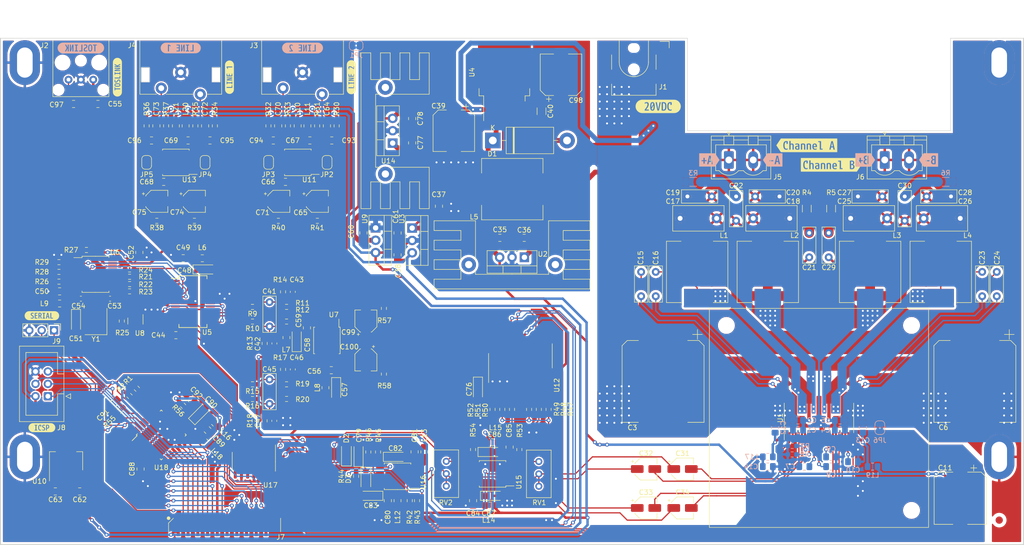
<source format=kicad_pcb>
(kicad_pcb (version 20221018) (generator pcbnew)
  (layers (0 "F.Cu" signal) (31 "B.Cu" signal) (34 "B.Paste" user) (35 "F.Paste" user) (36 "B.SilkS" user "B.Silkscreen") (37 "F.SilkS" user "F.Silkscreen") (38 "B.Mask" user) (39 "F.Mask" user) (44 "Edge.Cuts" user))
  (net 0 "")
  (net 1 "VDC")
  (net 2 "GND")
  (net 3 "Net-(U1A-DVDD)")
  (net 4 "GNDD")
  (net 5 "Net-(U1A-AVDD)")
  (net 6 "Net-(U1A-C_START)")
  (net 7 "Net-(U1A-VBG)")
  (net 8 "+12V")
  (net 9 "Net-(U1A-GVDD_AB)")
  (net 10 "Net-(U1B-GVDD_CD)")
  (net 11 "Net-(C15-Pad1)")
  (net 12 "Net-(U1A-BST_A)")
  (net 13 "Net-(U1A-OUT_B)")
  (net 14 "Net-(U1A-BST_B)")
  (net 15 "/PowerAmp/SPKA+")
  (net 16 "/PowerAmp/SPKA-")
  (net 17 "Net-(C21-Pad1)")
  (net 18 "Net-(C22-Pad2)")
  (net 19 "Net-(U1B-OUT_C)")
  (net 20 "Net-(U1B-BST_C)")
  (net 21 "Net-(C24-Pad1)")
  (net 22 "Net-(U1B-BST_D)")
  (net 23 "/PowerAmp/SPKB+")
  (net 24 "/PowerAmp/SPKB-")
  (net 25 "Net-(C29-Pad2)")
  (net 26 "Net-(C30-Pad1)")
  (net 27 "MIX_A")
  (net 28 "Net-(U1A-INPUT_A)")
  (net 29 "GNDA")
  (net 30 "Net-(U1A-INPUT_B)")
  (net 31 "MIX_B")
  (net 32 "Net-(U1B-INPUT_C)")
  (net 33 "Net-(U1B-INPUT_D)")
  (net 34 "+5V")
  (net 35 "-12V")
  (net 36 "Net-(C41-Pad1)")
  (net 37 "Net-(C41-Pad2)")
  (net 38 "Net-(U7A-+)")
  (net 39 "Net-(U7A--)")
  (net 40 "Net-(U5-VCOM)")
  (net 41 "Net-(C45-Pad1)")
  (net 42 "Net-(C45-Pad2)")
  (net 43 "Net-(U7B--)")
  (net 44 "Net-(U7B-+)")
  (net 45 "Net-(U5-VDD)")
  (net 46 "+3V3")
  (net 47 "Net-(U6-XIN)")
  (net 48 "Net-(U6-XOP)")
  (net 49 "Net-(U7C-V+)")
  (net 50 "Net-(U7C-V-)")
  (net 51 "-5V")
  (net 52 "/AnalogBuffers/IN1")
  (net 53 "Net-(JP2-A)")
  (net 54 "Net-(JP2-B)")
  (net 55 "Net-(U11C-V+)")
  (net 56 "Net-(U11C-V-)")
  (net 57 "/AnalogBuffers/IN2")
  (net 58 "Net-(JP3-A)")
  (net 59 "Net-(JP3-B)")
  (net 60 "/AnalogBuffers/IN3")
  (net 61 "Net-(JP4-A)")
  (net 62 "/AnalogBuffers/IN4")
  (net 63 "Net-(JP5-A)")
  (net 64 "Net-(JP4-B)")
  (net 65 "Net-(JP5-B)")
  (net 66 "Net-(U12-REF)")
  (net 67 "+9V")
  (net 68 "Net-(D2-K)")
  (net 69 "Net-(U16C-V-)")
  (net 70 "Net-(U16C-V+)")
  (net 71 "Net-(U15C-V+)")
  (net 72 "Net-(U15C-V-)")
  (net 73 "Net-(U18-AVCC)")
  (net 74 "/MCU/~{RESET}")
  (net 75 "Net-(U18-AREF)")
  (net 76 "/TosLink DAC/RX")
  (net 77 "Net-(D1-K)")
  (net 78 "Net-(D2-A)")
  (net 79 "Net-(D3-A)")
  (net 80 "Net-(J7-Pin_2)")
  (net 81 "Net-(J7-Pin_3)")
  (net 82 "Net-(J7-Pin_4)")
  (net 83 "/MCU/MOSI")
  (net 84 "/MCU/MISO")
  (net 85 "/MCU/SCK")
  (net 86 "Net-(J7-Pin_8)")
  (net 87 "Net-(J7-Pin_10)")
  (net 88 "/MCU/RXD")
  (net 89 "/MCU/TXD")
  (net 90 "Net-(J7-Pin_13)")
  (net 91 "Net-(J7-Pin_14)")
  (net 92 "Net-(J7-Pin_15)")
  (net 93 "Net-(J7-Pin_17)")
  (net 94 "Net-(J7-Pin_18)")
  (net 95 "Net-(J7-Pin_19)")
  (net 96 "SCL")
  (net 97 "SDA")
  (net 98 "Net-(U1A-OC_ADJ)")
  (net 99 "Net-(U1A-FREQ_ADJ)")
  (net 100 "Net-(U5-VOUTL-)")
  (net 101 "Net-(U5-VOUTL+)")
  (net 102 "Net-(U5-VOUTR-)")
  (net 103 "Net-(U5-VOUTR+)")
  (net 104 "Net-(U5-LRCK)")
  (net 105 "Net-(U6-LRCK)")
  (net 106 "Net-(U5-BCK)")
  (net 107 "Net-(U6-BCLK)")
  (net 108 "Net-(U5-DATA)")
  (net 109 "Net-(U6-DOUT)")
  (net 110 "Net-(U5-SCK)")
  (net 111 "Net-(U6-MCLK)")
  (net 112 "/TosLink DAC/~{RST}")
  (net 113 "Net-(U6-CSB{slash}GP1)")
  (net 114 "Net-(U6-SCLK)")
  (net 115 "Net-(U6-SDOUT{slash}GP2)")
  (net 116 "/TosLink DAC/ERR")
  (net 117 "Net-(U16A--)")
  (net 118 "Net-(U16B--)")
  (net 119 "Net-(U12-OUT1)")
  (net 120 "Net-(U15A--)")
  (net 121 "Net-(U12-OUT2)")
  (net 122 "Net-(U15B--)")
  (net 123 "Net-(U12-OUT3)")
  (net 124 "Net-(U12-OUT4)")
  (net 125 "Net-(U12-OUT5)")
  (net 126 "Net-(U12-OUT6)")
  (net 127 "Net-(R47-Pad2)")
  (net 128 "Net-(R48-Pad2)")
  (net 131 "AMP_PWR")
  (net 132 "AMP_FAULT")
  (net 133 "AMP_CLIP")
  (net 140 "Net-(U17-Pad2)")
  (net 141 "AUDIO_DETECT")
  (net 150 "Net-(C43-Pad1)")
  (net 151 "Net-(C100-Pad1)")
  (net 152 "/MCU/MCUGND")
  (net 153 "/AnalogBuffers/OUT1")
  (net 154 "/AnalogBuffers/OUT2")
  (net 155 "/AnalogBuffers/OUT3")
  (net 156 "/AnalogBuffers/OUT4")
  (net 157 "/TosLink DAC/LOUT")
  (net 158 "/TosLink DAC/ROUT")
  (net 159 "Net-(U13C-V+)")
  (net 160 "Net-(U13C-V-)")
  (net 161 "Net-(U6-PVDD)")
  (footprint "Capacitor_THT:C_Rect_L10.3mm_W5.0mm_P7.50mm_MKS4" (layer "F.Cu") (at 242 88 180)
    (fp_text reference "C26")
    (fp_text value "1µ")
  )
  (footprint "Capacitor_Tantalum_SMD:CP_EIA-3216-18_Kemet-A_Pad1.58x1.35mm_HandSolder" (layer "F.Cu") (at 121 145 180)
    (fp_text reference "C83")
    (fp_text value "10µF")
  )
  (footprint "CustomParts:RCJ-2223" (layer "F.Cu") (at 107 51)
    (fp_text reference "J3")
    (fp_text value "AUX1")
    (fp_rect (start -8.1 6) (end -6.4 9) (stroke (width 0.12)) (fill none) (layer "Edge.Cuts"))
    (fp_rect (start 8.1 6) (end 6.4 9) (stroke (width 0.12)) (fill none) (layer "Edge.Cuts"))
  )
  (footprint "Capacitor_THT:C_Rect_L10.3mm_W5.0mm_P7.50mm_MKS4" (layer "F.Cu") (at 227 88 180)
    (fp_text reference "C25")
    (fp_text value "1µ")
  )
  (footprint "Capacitor_THT:C_Rect_L7.2mm_W2.5mm_P5.00mm_FKS2_FKP2_MKS2_MKP2" (layer "F.Cu") (at 215 96 90)
    (fp_text reference "C29")
    (fp_text value "10n")
  )
  (footprint "Capacitor_SMD:C_0805_2012Metric_Pad1.18x1.45mm_HandSolder" (layer "F.Cu") (at 112.9 119.2 180)
    (fp_text reference "C56")
    (fp_text value "100nF")
  )
  (footprint "Resistor_SMD:R_0603_1608Metric_Pad0.98x0.95mm_HandSolder" (layer "F.Cu") (at 57 99)
    (fp_text reference "R28")
    (fp_text value "10k")
  )
  (footprint "Package_TO_SOT_SMD:SOT-223-3_TabPin2" (layer "F.Cu") (at 58.4625 137.85 90)
    (fp_text reference "U10")
    (fp_text value "LM1117MP-3.3")
  )
  (footprint "Inductor_SMD:L_0805_2012Metric_Pad1.15x1.40mm_HandSolder" (layer "F.Cu") (at 89 130 135)
    (fp_text reference "L16")
    (fp_text value "10µH")
  )
  (footprint "Capacitor_SMD:C_0805_2012Metric_Pad1.18x1.45mm_HandSolder" (layer "F.Cu") (at 103.5 80.5)
    (fp_text reference "C66")
    (fp_text value "100nF")
  )
  (footprint "Inductor_SMD:L_0805_2012Metric_Pad1.15x1.40mm_HandSolder" (layer "F.Cu") (at 126.5 146 90)
    (fp_text reference "L12")
    (fp_text value "10µH")
  )
  (footprint "CustomParts:3.2mm Hole Oblong" (layer "F.Cu") (at 250 56)
    (fp_text reference "H2" hide)
    (fp_text value "~" hide)
  )
  (footprint "Package_SO:SOIC-14_3.9x8.7mm_P1.27mm" (layer "F.Cu") (at 97 138 -90)
    (fp_text reference "U17")
    (fp_text value "74HC14")
  )
  (footprint "Capacitor_SMD:C_0805_2012Metric_Pad1.18x1.45mm_HandSolder" (layer "F.Cu") (at 87.5 131.5 -45)
    (fp_text reference "C89")
    (fp_text value "100nF")
  )
  (footprint "Resistor_SMD:R_0603_1608Metric_Pad0.98x0.95mm_HandSolder" (layer "F.Cu") (at 57 101)
    (fp_text reference "R26")
    (fp_text value "10k")
  )
  (footprint "Package_SO:SOIC-8_5.23x5.23mm_P1.27mm" (layer "F.Cu") (at 106.0375 76.5 180)
    (fp_text reference "U11")
    (fp_text value "LM833")
  )
  (footprint "Inductor_SMD:L_0805_2012Metric_Pad1.15x1.40mm_HandSolder" (layer "F.Cu") (at 145.5 147 180)
    (fp_text reference "L14")
    (fp_text value "10µH")
  )
  (footprint "CustomParts:ASS_0871_HS" (layer "F.Cu") (at 122 70 -90)
    (fp_text reference "HS5" hide)
    (fp_text value "Heatsink")
  )
  (footprint "Capacitor_THT:C_Rect_L7.2mm_W2.5mm_P5.00mm_FKS2_FKP2_MKS2_MKP2" (layer "F.Cu") (at 226 83.5 180)
    (fp_text reference "C27")
    (fp_text value "1n")
  )
  (footprint "Diode_SMD:D_SOD-123" (layer "F.Cu") (at 120 141.5 -90)
    (fp_text reference "D3")
    (fp_text value "1N4148")
  )
  (footprint "Capacitor_SMD:C_0805_2012Metric_Pad1.18x1.45mm_HandSolder" (layer "F.Cu") (at 119.5 91 -90)
    (fp_text reference "C60")
    (fp_text value "100nF")
  )
  (footprint "Capacitor_SMD:C_0603_1608Metric_Pad1.08x0.95mm_HandSolder" (layer "F.Cu") (at 61.5 104.5 180)
    (fp_text reference "C54")
    (fp_text value "18pF")
  )
  (footprint "Resistor_SMD:R_0603_1608Metric_Pad0.98x0.95mm_HandSolder" (layer "F.Cu") (at 96.725 106.2 180)
    (fp_text reference "R9")
    (fp_text value "1.8k")
  )
  (footprint "Resistor_SMD:R_0603_1608Metric_Pad0.98x0.95mm_HandSolder" (layer "F.Cu") (at 120.5 136 -90)
    (fp_text reference "R46")
    (fp_text value "0")
  )
  (footprint "Capacitor_SMD:C_0805_2012Metric_Pad1.18x1.45mm_HandSolder" (layer "F.Cu") (at 147.5 92)
    (fp_text reference "C35")
    (fp_text value "100nF")
  )
  (footprint "Inductor_SMD:L_0805_2012Metric_Pad1.15x1.40mm_HandSolder" (layer "F.Cu") (at 111.7 122.8 90)
    (fp_text reference "L8")
    (fp_text value "10µH")
  )
  (footprint "Inductor_SMD:L_12x12mm_H4.5mm" (layer "F.Cu") (at 238 99 90)
    (fp_text reference "L4")
    (fp_text value "10µH")
  )
  (footprint "kibuzzard-65BD0F18" (layer "F.Cu") (at 53.5 131)
    (fp_text reference "kibuzzard-65BD0F18" hide)
    (fp_text value "G***" hide)
  )
  (footprint "Capacitor_SMD:C_0805_2012Metric_Pad1.18x1.45mm_HandSolder" (layer "F.Cu") (at 107.9 110.5 -90)
    (fp_text reference "C58")
    (fp_text value "100nF")
  )
  (footprint "Capacitor_SMD:C_0805_2012Metric_Pad1.18x1.45mm_HandSolder" (layer "F.Cu") (at 81 112)
    (fp_text reference "C44")
    (fp_text value "1µ")
  )
  (footprint "Resistor_SMD:R_0603_1608Metric_Pad0.98x0.95mm_HandSolder" (layer "F.Cu") (at 73 123 -45)
    (fp_text reference "R1")
    (fp_text value "4k7")
  )
  (footprint "Resistor_SMD:R_0603_1608Metric_Pad0.98x0.95mm_HandSolder" (layer "F.Cu") (at 71.5 103 180)
    (fp_text reference "R23")
    (fp_text value "22")
  )
  (footprint "Connector_BarrelJack:BarrelJack_CLIFF_FC681465S_SMT_Horizontal" (layer "F.Cu") (at 175 55.9 -90)
    (fp_text reference "J1")
    (fp_text value "12-20V")
  )
  (footprint "Resistor_SMD:R_0603_1608Metric_Pad0.98x0.95mm_HandSolder" (layer "F.Cu") (at 102.0375 88.5 180)
    (fp_text reference "R40")
    (fp_text value "100k")
  )
  (footprint "Capacitor_SMD:C_0805_2012Metric_Pad1.18x1.45mm_HandSolder" (layer "F.Cu") (at 65 64.5)
    (fp_text reference "C55")
    (fp_text value "100nF")
  )
  (footprint "Inductor_SMD:L_0805_2012Metric_Pad1.15x1.40mm_HandSolder" (layer "F.Cu") (at 57.1375 105.5)
    (fp_text reference "L9")
    (fp_text value "10µH")
  )
  (footprint "Capacitor_SMD:CP_Elec_4x5.4" (layer "F.Cu") (at 185 139.5)
    (fp_text reference "C31")
    (fp_text value "10µF")
  )
  (footprint "Diode_THT:D_DO-201AD_P15.24mm_Horizontal" (layer "F.Cu") (at 146.05 72)
    (fp_text reference "D1")
    (fp_text value "1N5822")
  )
  (footprint "Jumper:SolderJumper-2_P1.3mm_Open_RoundedPad1.0x1.5mm" (layer "F.Cu") (at 100.0375 76.5 -90)
    (fp_text reference "JP3")
    (fp_text value "Bypass")
  )
  (footprint "Capacitor_THT:C_Rect_L7.2mm_W2.5mm_P5.00mm_FKS2_FKP2_MKS2_MKP2" (layer "F.Cu") (at 204.9 83.5 180)
    (fp_text reference "C20")
    (fp_text value "1n")
  )
  (footprint "Inductor_SMD:L_0805_2012Metric_Pad1.15x1.40mm_HandSolder" (layer "F.Cu") (at 132 135.975 90)
    (fp_text reference "L13")
    (fp_text value "10µH")
  )
  (footprint "Resistor_SMD:R_0603_1608Metric_Pad0.98x0.95mm_HandSolder" (layer "F.Cu") (at 71.5 101.5 180)
    (fp_text reference "R22")
    (fp_text value "22")
  )
  (footprint "Capacitor_SMD:C_0805_2012Metric_Pad1.18x1.45mm_HandSolder" (layer "F.Cu") (at 124.5 146 -90)
    (fp_text reference "C80")
    (fp_text value "100nF")
  )
  (footprint "Inductor_SMD:L_0805_2012Metric_Pad1.15x1.40mm_HandSolder" (layer "F.Cu") (at 103.7 112.5 -90)
    (fp_text reference "L7")
    (fp_text value "10µH")
  )
  (footprint "Capacitor_SMD:C_0805_2012Metric_Pad1.18x1.45mm_HandSolder" (layer "F.Cu") (at 73.75 139.5 -90)
    (fp_text reference "C88")
    (fp_text value "100nF")
  )
  (footprint "CustomParts:3.2mm Hole Oblong" (layer "F.Cu") (at 50 56)
    (fp_text reference "H1" hide)
    (fp_text value "~" hide)
  )
  (footprint "Capacitor_THT:C_Rect_L7.2mm_W2.5mm_P5.00mm_FKS2_FKP2_MKS2_MKP2" (layer "F.Cu") (at 249.5 99 -90)
    (fp_text reference "C24")
    (fp_text value "33nF")
  )
  (footprint "Resistor_SMD:R_0603_1608Metric_Pad0.98x0.95mm_HandSolder" (layer "F.Cu") (at 153.5 127.25 -90)
    (fp_text reference "R49")
    (fp_text value "1k")
  )
  (footprint "Capacitor_SMD:C_0805_2012Metric_Pad1.18x1.45mm_HandSolder" (layer "F.Cu") (at 149.5 135 90)
    (fp_text reference "C85")
    (fp_text value "100nF")
  )
  (footprint "CustomParts:FCR684205R" (layer "F.Cu") (at 61.5 51)
    (fp_text reference "J2")
    (fp_text value "Digital")
  )
  (footprint "Resistor_SMD:R_0603_1608Metric_Pad0.98x0.95mm_HandSolder" (layer "F.Cu") (at 151.5 135.5 -90)
    (fp_text reference "R53")
    (fp_text value "10k")
  )
  (footprint "Inductor_SMD:L_0805_2012Metric_Pad1.15x1.40mm_HandSolder" (layer "F.Cu") (at 146 134 180)
    (fp_text reference "L15")
    (fp_text value "10µH")
  )
  (footprint "Resistor_SMD:R_0603_1608Metric_Pad0.98x0.95mm_HandSolder" (layer "F.Cu") (at 82.5 126.5 135)
    (fp_text reference "R56")
    (fp_text value "4k7")
  )
  (footprint "Resistor_SMD:R_0603_1608Metric_Pad0.98x0.95mm_HandSolder" (layer "F.Cu") (at 71.5 100 180)
    (fp_text reference "R21")
    (fp_text value "22")
  )
  (footprint "CustomParts:ATS-CPX045045010-197-C1-R0" (layer "F.Cu") (at 213 129)
    (fp_text reference "HS1" hide)
    (fp_text value "Heatsink")
  )
  (footprint "Resistor_SMD:R_0603_1608Metric_Pad0.98x0.95mm_HandSolder" (layer "F.Cu") (at 57 97)
    (fp_text reference "R29")
    (fp_text value "10k")
  )
  (footprint "Inductor_SMD:L_0805_2012Metric_Pad1.15x1.40mm_HandSolder" (layer "F.Cu") (at 106 69 -90)
    (fp_text reference "L10")
    (fp_text value "10µH")
  )
  (footprint "Capacitor_SMD:C_0805_2012Metric_Pad1.18x1.45mm_HandSolder" (layer "F.Cu") (at 60 64.5)
    (fp_text reference "C97")
    (fp_text value "30pF")
  )
  (footprint "CustomParts:RCJ-2223" (layer "F.Cu") (at 82 51)
    (fp_text reference "J4")
    (fp_text value "AUX2")
    (fp_rect (start -8.1 6) (end -6.4 9) (stroke (width 0.12)) (fill none) (layer "Edge.Cuts"))
    (fp_rect (start 8.1 6) (end 6.4 9) (stroke (width 0.12)) (fill none) (layer "Edge.Cuts"))
  )
  (footprint "Capacitor_SMD:C_0603_1608Metric_Pad1.08x0.95mm_HandSolder" (layer "F.Cu") (at 105 119.0375 -90)
    (fp_text reference "C46")
    (fp_text value "470pF")
  )
  (footprint "Capacitor_SMD:C_0805_2012Metric_Pad1.18x1.45mm_HandSolder" (layer "F.Cu") (at 130 135.975 90)
    (fp_text reference "C81")
    (fp_text value "100nF")
  )
  (footprint "Package_TO_SOT_SMD:SOT-143" (layer "F.Cu") (at 72.7 109.1 -90)
    (fp_text reference "U8")
    (fp_text value "MIC811TUY")
  )
  (footprint "Capacitor_SMD:C_0805_2012Metric_Pad1.18x1.45mm_HandSolder" (layer "F.Cu") (at 77 69 -90)
    (fp_text reference "C73")
    (fp_text value "100nF")
  )
  (footprint "Capacitor_THT:C_Rect_L7.2mm_W2.5mm_P5.00mm_FKS2_FKP2_MKS2_MKP2" (layer "F.Cu") (at 191 83.5 180)
    (fp_text reference "C19")
    (fp_text value "1n")
  )
  (footprint "Resistor_SMD:R_0603_1608Metric_Pad0.98x0.95mm_HandSolder" (layer "F.Cu") (at 142 135.5 -90)
    (fp_text reference "R54")
    (fp_text value "10k")
  )
  (footprint "Package_TO_SOT_THT:TO-220-3_Vertical" (layer "F.Cu") (at 125.5 72.54 90)
    (fp_text reference "U14")
    (fp_text value "L7809")
  )
  (footprint "Capacitor_SMD:C_0805_2012Metric_Pad1.18x1.45mm_HandSolder" (layer "F.Cu") (at 126.5 95.5 90)
    (fp_text reference "C38")
    (fp_text value "100nF")
  )
  (footprint "Resistor_SMD:R_0603_1608Metric_Pad0.98x0.95mm_HandSolder" (layer "F.Cu") (at 103.725 125.1 180)
    (fp_text reference "R20")
    (fp_text value "680")
  )
  (footprint "Capacitor_SMD:CP_Elec_4x5.4" (layer "F.Cu") (at 177.5 139.5)
    (fp_text reference "C32")
    (fp_text value "10µF")
  )
  (footprint "Resistor_SMD:R_0603_1608Metric_Pad0.98x0.95mm_HandSolder" (layer "F.Cu") (at 155.5 127.25 -90)
    (fp_text reference "R48")
    (fp_text value "1k")
  )
  (footprint "Resistor_SMD:R_0603_1608Metric_Pad0.98x0.95mm_HandSolder" (layer "F.Cu") (at 130.5 146 -90)
    (fp_text reference "R43")
    (fp_text value "0")
  )
  (footprint "Capacitor_SMD:C_0805_2012Metric_Pad1.18x1.45mm_HandSolder" (layer "F.Cu") (at 68.233623 126 45)
    (fp_text reference "C91")
    (fp_text value "100nF")
  )
  (footprint "Capacitor_SMD:C_0805_2012Metric_Pad1.18x1.45mm_HandSolder" (layer "F.Cu") (at 78.5 80.5)
    (fp_text reference "C68")
    (fp_text value "100nF")
  )
  (footprint "Potentiometer_THT:Potentiometer_Bourns_3296W_Vertical" (layer "F.Cu") (at 136.5 143 -90)
    (fp_text reference "RV2")
    (fp_text value "50k")
  )
  (footprint "Capacitor_THT:C_Rect_L7.2mm_W2.5mm_P5.00mm_FKS2_FKP2_MKS2_MKP2" (layer "F.Cu") (at 196 88.5 90)
    (fp_text reference "C22")
    (fp_text value "10n")
  )
  (footprint "Diode_SMD:D_SOD-123" (layer "F.Cu") (at 116 136.5 90)
    (fp_text reference "D2")
    (fp_text value "1N4148")
  )
  (footprint "Package_SO:SSOP-28_5.3x10.2mm_P0.65mm" (layer "F.Cu") (at 84.5 105.1)
    (fp_text reference "U5")
    (fp_text value "PCM1793")
  )
  (footprint "Capacitor_SMD:C_0603_1608Metric_Pad1.08x0.95mm_HandSolder" (layer "F.Cu") (at 105 103.1 -90)
    (fp_text reference "C43")
    (fp_text value "470pF")
  )
  (footprint "CustomParts:3.2mm Hole Oblong" (layer "F.Cu") (at 250 137)
    (fp_text reference "H4" hide)
    (fp_text value "~" hide)
  )
  (footprint "Capacitor_SMD:C_0805_2012Metric_Pad1.18x1.45mm_HandSolder" (layer "F.Cu") (at 82.5 96.2 180)
    (fp_text reference "C49")
    (fp_text value "100nF")
  )
  (footprint "Inductor_SMD:L_0805_2012Metric_Pad1.15x1.40mm_HandSolder" (layer "F.Cu") (at 86.425 96.2 180)
    (fp_text reference "L6")
    (fp_text value "10µH")
  )
  (footprint "Fiducial:Fiducial_1.5mm_Mask3mm" (layer "F.Cu") (at 244 56)
    (fp_text reference "FID3" hide)
    (fp_text value "Fiducial")
  )
  (footprint "Connector_Phoenix_MSTB:PhoenixContact_MSTBVA_2,5_2-G_1x02_P5.00mm_Vertical" (layer "F.Cu") (at 194.5 76)
    (fp_text reference "J5")
    (fp_text value "CHANNEL A")
  )
  (footprint "Crystal:Crystal_SMD_3225-4Pin_3.2x2.5mm_HandSoldering" (layer "F.Cu") (at 64.6 109.2 90)
    (fp_text reference "Y1")
    (fp_text value "12MHz")
  )
  (footprint "Resistor_SMD:R_0603_1608Metric_Pad0.98x0.95mm_HandSolder" (layer "F.Cu") (at 84.8 88.5 180)
    (fp_text reference "R39")
    (fp_text value "100k")
  )
  (footprint "Package_SO:SSOP-20_5.3x7.2mm_P0.65mm" (layer "F.Cu") (at 64.5 99.5)
    (fp_text reference "U6")
    (fp_text value "WM8804")
  )
  (footprint "Capacitor_Tantalum_SMD:CP_EIA-3216-18_Kemet-A_Pad1.58x1.35mm_HandSolder" (layer "F.Cu") (at 143 123.1 -90)
    (fp_text reference "C76")
    (fp_text value "10µF")
  )
  (footprint "Capacitor_SMD:C_0805_2012Metric_Pad1.18x1.45mm_HandSolder" (layer "F.Cu") (at 142 146 -90)
    (fp_text reference "C84")
    (fp_text value "100nF")
  )
  (footprint "Resistor_SMD:R_0603_1608Metric_Pad0.98x0.95mm_HandSolder" (layer "F.Cu") (at 110 69 90)
    (fp_text reference "R31")
    (fp_text value "100k")
  )
  (footprint "Capacitor_Tantalum_SMD:CP_EIA-3216-18_Kemet-A_Pad1.58x1.35mm_HandSolder" (layer "F.Cu") (at 105.8 112.9 90)
    (fp_text reference "C59")
    (fp_text value "10µF")
  )
  (footprint "Resistor_SMD:R_0603_1608Metric_Pad0.98x0.95mm_HandSolder" (layer "F.Cu") (at 89 69 -90)
    (fp_text reference "R34")
    (fp_text value "100k")
  )
  (footprint "Potentiometer_THT:Potentiometer_Bourns_3296W_Vertical" (layer "F.Cu") (at 155.5 143.04 -90)
    (fp_text reference "RV1")
    (fp_text value "50k")
  )
  (footprint "Capacitor_Tantalum_SMD:CP_EIA-3216-18_Kemet-A_Pad1.58x1.35mm_HandSolder" (layer "F.Cu") (at 113.9 123.2 -90)
    (fp_text reference "C57")
    (fp_text value "10µF")
  )
  (footprint "Resistor_SMD:R_0603_1608Metric_Pad0.98x0.95mm_HandSolder" (layer "F.Cu") (at 122.5 136 -90)
    (fp_text reference "R45")
    (fp_text value "10k")
  )
  (footprint "Capacitor_THT:C_Rect_L7.2mm_W2.5mm_P5.00mm_FKS2_FKP2_MKS2_MKP2" (layer "F.Cu") (at 176.5 99 -90)
    (fp_text reference "C15")
    (fp_text value "33nF")
  )
  (footprint "Resistor_SMD:R_1206_3216Metric_Pad1.30x1.75mm_HandSolder" (layer "F.Cu") (at 215.5 86 -90)
    (fp_text reference "R5")
    (fp_text value "3R3")
  )
  (footprint "Capacitor_Tantalum_SMD:CP_EIA-3216-18_Kemet-A_Pad1.58x1.35mm_HandSolder" (layer "F.Cu") (at 86 128 45)
    (fp_text reference "C90")
    (fp_text value "10µF")
  )
  (footprint "Fiducial:Fiducial_1.5mm_Mask3mm" (layer "F.Cu") (at 50 150)
    (fp_text reference "FID1" hide)
    (fp_text value "Fiducial")
  )
  (footprint "Inductor_SMD:L_0805_2012Metric_Pad1.15x1.40mm_HandSolder" (layer "F.Cu") (at 87 134 -45)
    (fp_text reference "L18")
    (fp_text value "10µH")
  )
  (footprint "Capacitor_SMD:CP_Elec_4x5.4" (layer "F.Cu") (at 77.0875 84.5)
    (fp_text reference "C75")
    (fp_text value "10µF")
  )
  (footprint "kibuzzard-65BCF8D4" (layer "F.Cu") (at 210.5 73)
    (fp_text reference "kibuzzard-65BCF8D4" hide)
    (fp_text value "G***" hide)
  )
  (footprint "Jumper:SolderJumper-2_P1.3mm_Open_RoundedPad1.0x1.5mm" (layer "F.Cu") (at 112.0375 76.5 -90)
    (fp_text reference "JP2")
    (fp_text value "Bypass")
  )
  (footprint "Resistor_SMD:R_0603_1608Metric_Pad0.98x0.95mm_HandSolder" (layer "F.Cu") (at 85 69 90)
    (fp_text reference "R35")
    (fp_text value "100k")
  )
  (footprint "Resistor_SMD:R_0603_1608Metric_Pad0.98x0.95mm_HandSolder" (layer "F.Cu") (at 69.5 127.5 -135)
    (fp_text reference "R55")
    (fp_text value "4k7")
  )
  (footprint "Capacitor_THT:C_Rect_L7.2mm_W2.5mm_P5.00mm_FKS2_FKP2_MKS2_MKP2" (layer "F.Cu") (at 211 91 -90)
    (fp_text reference "C21")
    (fp_text value "10n")
  )
  (footprint "Capacitor_SMD:C_0805_2012Metric_Pad1.18x1.45mm_HandSolder" (layer "F.Cu") (at 56.2625 144.1 180)
    (fp_text reference "C63")
    (fp_text value "100nF")
  )
  (footprint "Package_TO_SOT_THT:TO-220-3_Vertical" (layer "F.Cu") (at 129.5 90 -90)
    (fp_text reference "U3")
    (fp_text value "L7805")
  )
  (footprint "Capacitor_Tantalum_SMD:CP_EIA-3216-18_Kemet-A_Pad1.58x1.35mm_HandSolder" (layer "F.Cu") (at 145.5 136)
    (fp_text reference "C86")
    (fp_text value "10µF")
  )
  (footprint "Package_SO:SO-20_12.8x7.5mm_P1.27mm" (layer "F.Cu") (at 151.72 118.75 -90)
    (fp_text reference "U12")
    (fp_text value "PT2258")
  )
  (footprint "Resistor_SMD:R_0603_1608Metric_Pad0.98x0.95mm_HandSolder" (layer "F.Cu") (at 114 69 -90)
    (fp_text reference "R30")
    (fp_text value "100k")
  )
  (footprint "Capacitor_SMD:CP_Elec_4x5.4" (layer "F.Cu") (at 120 109.0875 90)
    (fp_text reference "C99")
    (fp_text value "10µF")
  )
  (footprint "Resistor_SMD:R_1206_3216Metric_Pad1.30x1.75mm_HandSolder" (layer "F.Cu") (at 210.5 86 -90)
    (fp_text reference "R4")
    (fp_text value "3R3")
  )
  (footprint "Jumper:SolderJumper-2_P1.3mm_Open_RoundedPad1.0x1.5mm" (layer "F.Cu") (at 75 76.5 -90)
    (fp_text reference "JP5")
    (fp_text value "Bypass")
  )
  (footprint "Resistor_SMD:R_0603_1608Metric_Pad0.98x0.95mm_HandSolder" (layer "F.Cu") (at 103 119.0375 -90)
    (fp_text reference "R17")
    (fp_text value "3k3")
  )
  (footprint "Resistor_SMD:R_0603_1608Metric_Pad0.98x0.95mm_HandSolder" (layer "F.Cu") (at 146 127.25 -90)
    (fp_text reference "R52")
    (fp_text value "1k")
  )
  (footprint "Inductor_SMD:L_12x12mm_H4.5mm" (layer "F.Cu") (at 202.5 99 90)
    (fp_text reference "L2")
    (fp_text value "10µH")
  )
  (footprint "Resistor_SMD:R_0603_1608Metric_Pad0.98x0.95mm_HandSolder" (layer "F.Cu") (at 99.225 113.7 -90)
    (fp_text reference "R13")
    (fp_text value "3k3")
  )
  (footprint "Capacitor_SMD:C_0603_1608Metric_Pad1.08x0.95mm_HandSolder" (layer "F.Cu") (at 67.5 104.5 180)
    (fp_text reference "C53")
    (fp_text value "18pF")
  )
  (footprint "Package_TO_SOT_THT:TO-220-3_Vertical" (layer "F.Cu") (at 152.54 96 180)
    (fp_text reference "U2")
    (fp_text value "L7812")
  )
  (footprint "kibuzzard-65BD0157" (layer "F.Cu") (at 117 59 90)
    (fp_text reference "kibuzzard-65BD0157" hide)
    (fp_text value "G***" hide)
  )
  (footprint "Capacitor_SMD:C_0603_1608Metric_Pad1.08x0.95mm_HandSolder" (layer "F.Cu") (at 101.225 113.7 -90)
    (fp_text reference "C42")
    (fp_text value "470pF")
  )
  (footprint "Capacitor_THT:C_Rect_L7.2mm_W2.5mm_P5.00mm_FKS2_FKP2_MKS2_MKP2" (layer "F.Cu") (at 100.225 121.1 -90)
    (fp_text reference "C45")
    (fp_text value "1800pF")
  )
  (footprint "Capacitor_Tantalum_SMD:CP_EIA-3216-18_Kemet-A_Pad1.58x1.35mm_HandSolder" (layer "F.Cu") (at 146 145)
    (fp_text reference "C87")
    (fp_text value "10µF")
  )
  (footprint "Capacitor_Tantalum_SMD:CP_EIA-3216-18_Kemet-A_Pad1.58x1.35mm_HandSolder" (layer "F.Cu") (at 87 98.5)
    (fp_text reference "C48")
    (fp_text value "10µF")
  )
  (footprint "Resistor_SMD:R_0603_1608Metric_Pad0.98x0.95mm_HandSolder" (layer "F.Cu") (at 123.7 106.5 90)
    (fp_text reference "R57")
    (fp_text value "100k")
  )
  (footprint "Capacitor_THT:C_Rect_L10.3mm_W5.0mm_P7.50mm_MKS4" (layer "F.Cu") (at 192 88 180)
    (fp_text reference "C17")
    (fp_text value "1µ")
  )
  (footprint "Resistor_SMD:R_0603_1608Metric_Pad0.98x0.95mm_HandSolder" (layer "F.Cu") (at 103.725 106.19 180)
    (fp_text reference "R11")
    (fp_text value "680")
  )
  (footprint "Resistor_SMD:R_0603_1608Metric_Pad0.98x0.95mm_HandSolder" (layer "F.Cu") (at 148 127.25 -90)
    (fp_text reference "R51")
    (fp_text value "1k")
  )
  (footprint "Resistor_SMD:R_0603_1608Metric_Pad0.98x0.95mm_HandSolder" (layer "F.Cu") (at 103.725 122.1 180)
    (fp_text reference "R19")
    (fp_text value "680")
  )
  (footprint "Resistor_SMD:R_0603_1608Metric_Pad0.98x0.95mm_HandSolder" (layer "F.Cu") (at 75 69 -90)
    (fp_text reference "R36")
    (fp_text value "100k")
  )
  (footprint "Fiducial:Fiducial_1.5mm_Mask3mm" (layer "F.Cu") (at 250 150)
    (fp_text reference "FID2" hide)
    (fp_text value "Fiducial")
  )
  (footprint "kibuzzard-65BD00F0" (layer "F.Cu") (at 69 59 90)
    (fp_text reference "kibuzzard-65BD00F0" hide)
    (fp_text value "G***" hide)
  )
  (footprint "Capacitor_SMD:C_0805_2012Metric_Pad1.18x1.45mm_HandSolder" (layer "F.Cu") (at 76 72)
    (fp_text reference "C96")
    (fp_text value "100pF")
  )
  (footprint "Resistor_SMD:R_0603_1608Metric_Pad0.98x0.95mm_HandSolder" (layer "F.Cu") (at 123.7 120 -90)
    (fp_text reference "R58")
    (fp_text value "100k")
  )
  (footprint "Connector_PinHeader_2.54mm:PinHeader_1x03_P2.54mm_Vertical" (layer "F.Cu") (at 56 111 -90)
    (fp_text reference "J9")
    (fp_text value "Serial Debug")
  )
  (footprint "Capacitor_Tantalum_SMD:CP_EIA-3216-18_Kemet-A_Pad1.58x1.35mm_HandSolder" (layer "F.Cu") (at 60.5 109.2 -90)
    (fp_text reference "C51")
    (fp_text value "10µF")
  )
  (footprint "Resistor_SMD:R_0603_1608Metric_Pad0.98x0.95mm_HandSolder" (layer "F.Cu") (at 62.6375 94.5 180)
    (fp_text reference "R27")
    (fp_text value "10k")
  )
  (footprint "Capacitor_SMD:CP_Elec_16x17.5" (layer "F.Cu") (at 245 121.5 -90)
    (fp_text reference "C6")
    (fp_text value "470µF 50V")
  )
  (footprint "Capacitor_SMD:C_0805_2012Metric_Pad1.18x1.45mm_HandSolder" (layer "F.Cu") (at 129.5 72.5 90)
    (fp_text reference "C77")
    (fp_text value "100nF")
  )
  (footprint "Capacitor_SMD:CP_Elec_4x5.4" (layer "F.Cu") (at 120 117.0875 -90)
    (fp_text reference "C100")
    (fp_text value "10µF")
  )
  (footprint "kibuzzard-65BD000D" (layer "F.Cu") (at 180 65)
    (fp_text reference "kibuzzard-65BD000D" hide)
    (fp_text value "G***" hide)
  )
  (footprint "Package_TO_SOT_SMD:TO-263-5_TabPin3" (layer "F.Cu") (at 148.43 58 90)
    (fp_text reference "U4")
    (fp_text value "LM2576S-12")
  )
  (footprint "Capacitor_SMD:CP_Elec_4x5.4" (layer "F.Cu") (at 185 147.5)
    (fp_text reference "C34")
    (fp_text value "10µF")
  )
  (footprint "Resistor_SMD:R_0603_1608Metric_Pad0.98x0.95mm_HandSolder" (layer "F.Cu") (at 96.725 125.11 180)
    (fp_text reference "R16")
    (fp_text value "1.8k")
  )
  (footprint "Jumper:SolderJumper-2_P1.3mm_Open_RoundedPad1.0x1.5mm" (layer "F.Cu") (at 87 76.5 -90)
    (fp_text reference "JP4")
    (fp_text value "Bypass")
  )
  (footprint "Capacitor_SMD:C_0805_2012Metric_Pad1.18x1.45mm_HandSolder" (layer "F.Cu") (at 73.5 95 90)
    (fp_text reference "C52")
    (fp_text value "100nF")
  )
  (footprint "Capacitor_THT:C_Rect_L10.3mm_W5.0mm_P7.50mm_MKS4" (layer "F.Cu") (at 207 88 180)
    (fp_text reference "C18")
    (fp_text value "1µ")
  )
  (footprint "CustomParts:PCB-C-20-T-SMT" (layer "F.Cu") (at 91 151)
    (fp_text reference "J7")
    (fp_text value "Frontpanel")
  )
  (footprint "Capacitor_THT:C_Rect_L7.2mm_W2.5mm_P5.00mm_FKS2_FKP2_MKS2_MKP2" (layer "F.Cu") (at 179.5 99 -90)
    (fp_text reference "C16")
    (fp_text value "33nF")
  )
  (footprint "Resistor_SMD:R_0603_1608Metric_Pad0.98x0.95mm_HandSolder" (layer "F.Cu") (at 110.0375 88.5 180)
    (fp_text reference "R41")
    (fp_text value "100k")
  )
  (footprint "Capacitor_SMD:C_0603_1608Metric_Pad1.08x0.95mm_HandSolder" (layer "F.Cu") (at 101.2 129.6 -90)
    (fp_text reference "C47")
    (fp_text value "470pF")
  )
  (footprint "Inductor_SMD:L_0805_2012Metric_Pad1.15x1.40mm_HandSolder" (layer "F.Cu") (at 108 69 90)
    (fp_text reference "L11")
    (fp_text value "10µH")
  )
  (footprint "Capacitor_SMD:CP_Elec_4x5.4" (layer "F.Cu") (at 102.125 84.5)
    (fp_text reference "C71")
    (fp_text value "10µF")
  )
  (footprint "Capacitor_SMD:C_0805_2012Metric_Pad1.18x1.45mm_HandSolder" (layer "F.Cu") (at 152.5 92 180)
    (fp_text reference "C36")
    (fp_text value "100nF")
  )
  (footprint "CustomParts:ASS_0871_HS" (layer "F.Cu") (at 150 99.5)
    (fp_text reference "HS2" hide)
    (fp_text value "Heatsink")
  )
  (footprint "Capacitor_SMD:C_0805_2012Metric_Pad1.18x1.45mm_HandSolder" (layer "F.Cu") (at 61.2625 144.1 180)
    (fp_text reference "C62")
    (fp_text value "100nF")
  )
  (footprint "Inductor_SMD:L_0805_2012Metric_Pad1.15x1.40mm_HandSolder" (layer "F.Cu") (at 81 69 -90)
    (fp_text reference "L21")
    (fp_text value "10µH")
  )
  (footprint "Capacitor_SMD:C_0805_2012Metric_Pad1.18x1.45mm_HandSolder" (layer "F.Cu") (at 101 72)
    (fp_text reference "C94")
    (fp_text value "100pF")
  )
  (footprint "Resistor_SMD:R_0603_1608Metric_Pad0.98x0.95mm_HandSolder" (layer "F.Cu") (at 100 69 -90)
    (fp_text reference "R32")
    (fp_text value "100k")
  )
  (footprint "Package_SO:SOIC-8_5.23x5.23mm_P1.27mm" (layer "F.Cu") (at 81 76.5 180)
    (fp_text reference "U13")
    (fp_text value "LM833")
  )
  (footprint "Package_SO:SOIC-8_5.23x5.23mm_P1.27mm" (layer "F.Cu") (at 112 113.0875 -90)
    (fp_text reference "U7")
    (fp_text value "LM833")
  )
  (footprint "Resistor_SMD:R_0603_1608Metric_Pad0.98x0.95mm_HandSolder" (layer "F.Cu") (at 103 103.1 -90)
    (fp_text reference "R14")
    (fp_text value "3k3")
  )
  (footprint "Resistor_SMD:R_0603_1608Metric_Pad0.98x0.95mm_HandSolder" (layer "F.Cu") (at 71.5 124.5 -45)
    (fp_text reference "R2")
    (fp_text value "4k7")
  )
  (footprint "Capacitor_SMD:C_0805_2012Metric_Pad1.18x1.45mm_HandSolder" (layer "F.Cu") (at 108.5 72 180)
    (fp_text reference "C67")
    (fp_text value "100nF")
  )
  (footprint "Capacitor_SMD:C_0805_2012Metric_Pad1.18x1.45mm_HandSolder" (layer "F.Cu") (at 88 72 180)
    (fp_text reference "C95")
    (fp_text value "100pF")
  )
  (footprint "Resistor_SMD:R_0603_1608Metric_Pad0.98x0.95mm_HandSolder" (layer "F.Cu") (at 150 127.25 -90)
    (fp_text reference "R50")
    (fp_text value "1k")
  )
  (footprint "Capacitor_SMD:CP_Elec_8x10" (layer "F.Cu") (at 138.05 70 -90)
    (fp_text reference "C39")
    (fp_text value "100µF 50V")
  )
  (footprint "Resistor_SMD:R_0603_1608Metric_Pad0.98x0.95mm_HandSolder" (layer "F.Cu") (at 118 141 90)
    (fp_text reference "R44")
    (fp_text value "10k")
  )
  (footprint "Resistor_SMD:R_0603_1608Metric_Pad0.98x0.95mm_HandSolder" (layer "F.Cu") (at 71.5 98.5 180)
    (fp_text reference "R24")
    (fp_text value "22")
  )
  (footprint "Capacitor_SMD:C_0805_2012Metric_Pad1.18x1.45mm_HandSolder" (layer "F.Cu") (at 112 69 -90)
    (fp_text reference "C64")
    (fp_text value "100nF")
  )
  (footprint "Capacitor_THT:C_Rect_L7.2mm_W2.5mm_P5.00mm_FKS2_FKP2_MKS2_MKP2" (layer "F.Cu") (at 246.5 99 -90)
    (fp_text reference "C23")
    (fp_text value "33nF")
  )
  (footprint "Capacitor_SMD:C_0805_2012Metric_Pad1.18x1.45mm_HandSolder" (layer "F.Cu") (at 102 69 -90)
    (fp_text reference "C70")
    (fp_text value "100nF")
  )
  (footprint "Capacitor_SMD:C_0805_2012Metric_Pad1.18x1.45mm_HandSolder" (layer "F.Cu") (at 129.5 67.5 -90)
    (fp_text reference "C78")
    (fp_text value "100nF")
  )
  (footprint "Capacitor_SMD:CP_Elec_10x10.5" (layer "F.Cu") (at 242 145.5 -90)
    (fp_text reference "C11")
    (fp_text value "470µF 16V")
  )
  (footprint "Capacitor_SMD:CP_Elec_4x5.4" (layer "F.Cu") (at 177.5 147.5)
    (fp_text reference "C33")
    (fp_text value "10µF")
  )
  (footprint "Capacitor_THT:C_Rect_L7.2mm_W2.5mm_P5.00mm_FKS2_FKP2_MKS2_MKP2" (layer "F.Cu") (at 240.1 83.5 180)
    (fp_text reference "C28")
    (fp_text value "1n")
  )
  (footprint "Capacitor_SMD:CP_Elec_4x5.4" (layer "F.Cu") (at 110.0375 84.5)
    (fp_text reference "C65")
    (fp_text value "10µF")
  )
  (footprint "Capacitor_THT:C_Rect_L7.2mm_W2.5mm_P5.00mm_FKS2_FKP2_MKS2_MKP2" (layer "F.Cu") (at 100.225 105.2 -90)
    (fp_text reference "C41")
    (fp_text value "1800pF")
  )
  (footprint "kibuzzard-65BD0ED3" (layer "F.Cu") (at 53.5 108)
    (fp_text reference "kibuzzard-65BD0ED3" hide)
    (fp_text value "G***" hide)
  )
  (footprint "Connector_Phoenix_MSTB:PhoenixContact_MSTBVA_2,5_2-G_1x02_P5.00mm_Vertical" (layer "F.Cu") (at 226.5 76)
    (fp_text reference "J6")
    (fp_text value "CHANNEL B")
  )
  (footprint "Connector_IDC:IDC-Header_2x03_P2.54mm_Vertical" (layer "F.Cu") (at 54.7275 124.545 180)
    (fp_text reference "J8")
    (fp_text value "ICSP")
  )
  (footprint "Inductor_SMD:L_12x12mm_H4.5mm" (layer "F.Cu") (at 150.05 82)
    (fp_text reference "L5")
    (fp_text value "68µH")
  )
  (footprint "Package_TO_SOT_THT:TO-220-3_Vertical" (layer "F.Cu") (at 122 89.96 -90)
    (fp_text reference "U9")
    (fp_text value "L7905")
  )
  (footprint "Capacitor_SMD:C_0805_2012Metric_Pad1.18x1.45mm_HandSolder" (layer "F.Cu") (at 87 69 -90)
    (fp_text reference "C72")
    (fp_text value "100nF")
  )
  (footprint "Capacitor_THT:C_Rect_L7.2mm_W2.5mm_P5.00mm_FKS2_FKP2_MKS2_MKP2" (layer "F.Cu") (at 230.6 83.5 -90)
    (fp_text reference "C30")
    (fp_text value "10n")
  )
  (footprint "Capacitor_SMD:CP_Elec_4x5.4" (layer "F.Cu") (at 84.8 84.5)
    (fp_text reference "C74")
    (fp_text value "10µF")
  )
  (footprint "Resistor_SMD:R_0603_1608Metric_Pad0.98x0.95mm_HandSolder" (layer "F.Cu") (at 129 146 90)
    (fp_text reference "R42")
    (fp_text value "10k")
  )
  (footprint "Resistor_SMD:R_0603_1608Metric_Pad0.98x0.95mm_HandSolder" (layer "F.Cu") (at 96.725 122.1 180)
    (fp_text reference "R15")
    (fp_text value "1.8k")
  )
  (footprint "Capacitor_SMD:CP_Elec_16x17.5" (layer "F.Cu") (at 181 121.5 -90)
    (fp_text reference "C3")
    (fp_text value "470µF 50V")
  )
  (footprint "Resistor_SMD:R_0603_1608Metric_Pad0.98x0.95mm_HandSolder" (layer "F.Cu") (at 104 69 90)
    (fp_text reference "R33")
    (fp_text value "100k")
  )
  (footprint "Capacitor_Tantalum_SMD:CP_EIA-3216-18_Kemet-A_Pad1.58x1.35mm_HandSolder" (layer "F.Cu") (at 126.0625 137)
    (fp_text reference "C82")
    (fp_text value "10µF")
  )
  (footprint "Resistor_SMD:R_0603_1608Metric_Pad0.98x0.95mm_HandSolder" (layer "F.Cu") (at 103.725 109.2 180)
    (fp_text reference "R12")
    (fp_text value "680")
  )
  (footprint "Package_QFP:TQFP-32_7x7mm_P0.8mm" (layer "F.Cu") (at 78 132.5 45)
    (fp_text reference "U18")
    (fp_text value "ATmega328PB-A")
  )
  (footprint "kibuzzard-65BD0105" (layer "F.Cu") (at 92 59 90)
    (fp_text reference "kibuzzard-65BD0105" hide)
    (fp_text value "G***" hide)
  )
  (footprint "Inductor_SMD:L_12x12mm_H4.5mm" (layer "F.Cu") (at 188 99 90)
    (fp_text reference "L1")
    (fp_text value "10µH")
  )
  (footprint "Resistor_SMD:R_0603_1608Metric_Pad0.98x0.95mm_HandSolder" (layer "F.Cu") (at 99.2 129.6 -90)
    (fp_text reference "R18")
    (fp_text value "3k3")
  )
  (footprint "Resistor_SMD:R_0603_1608Metric_Pad0.98x0.95mm_HandSolder" (layer "F.Cu") (at 157.5 127.25 -90)
    (fp_text reference "R47")
    (fp_text value "1k")
  )
  (footprint "Resistor_SMD:R_0603_1608Metric_Pad0.98x0.95mm_HandSolder" (layer "F.Cu") (at 69.9 109.1 90)
    (fp_text reference "R25")
    (fp_text value "10k")
  )
  (footprint "Capacitor_SMD:C_0805_2012Metric_Pad1.18x1.45mm_HandSolder" (layer "F.Cu") (at 57.1375 103 180)
    (fp_text reference "C50")
    (fp_text value "100nF")
  )
  (footprint "CustomParts:3.2mm Hole Oblong" (layer "F.Cu") (at 50 137)
    (fp_text reference "H3" hide)
    (fp_text value "~" hide)
  )
  (footprint "Capacitor_SMD:C_0805_2012Metric_Pad1.18x1.45mm_HandSolder" (layer "F.Cu") (at 83.5 72 180)
    (fp_text reference "C69")
    (fp_text value "100nF")
  )
  (footprint "Capacitor_SMD:C_1206_3216Metric_Pad1.33x1.80mm_HandSolder" (layer "F.Cu") (at 156.05 66 -90)
    (fp_text reference "C40")
    (fp_text value "22µF")
  )
  (footprint "Inductor_SMD:L_12x12mm_H4.5mm" (layer "F.Cu") (at 223.5 99 90)
    (fp_text reference "L3")
    (fp_text value "10µH")
  )
  (footprint "Package_SO:SOIC-8_5.23x5.23mm_P1.27mm" (layer "F.Cu") (at 146 140.5 180)
    (fp_text reference "U15")
    (fp_text value "LM833")
  )
  (footprint "Resistor_SMD:R_0603_1608Metric_Pad0.98x0.95mm_HandSolder" (layer "F.Cu") (at 79 69 90)
    (fp_text reference "R37")
    (fp_text value "100k")
  )
  (footprint "Inductor_SMD:L_0805_2012Metric_Pad1.15x1.40mm_HandSolder" (layer "F.Cu") (at 83 69 90)
    (fp_text reference "L20")
    (fp_text value "10µH")
  )
  (footprint "kibuzzard-65BCF90F" (layer "F.Cu") (at 215.5 77)
    (fp_text reference "kibuzzard-65BCF90F" hide)
    (fp_text value "G***" hide)
  )
  (footprint "Capacitor_SMD:CP_Elec_8x10" (layer "F.Cu") (at 160.05 58.5 90)
    (fp_text reference "C98")
    (fp_text value "100µF 50V")
  )
  (footprint "Package_SO:HTSSOP-44_6.1x14mm_P0.635mm_TopEP4.14x7.01mm" (layer "F.Cu") (at 213 129 90)
    (fp_text reference "U1")
    (fp_text value "TPA3251")
  )
  (footprint "Capacitor_SMD:C_0805_2012Metric_Pad1.18x1.45mm_HandSolder" (layer "F.Cu") (at 113 72 180)
    (fp_text reference "C93")
    (fp_text value "100pF")
  )
  (footprint "Capacitor_Tantalum_SMD:CP_EIA-3216-18_Kemet-A_Pad1.58x1.35mm_HandSolder" (layer "F.Cu") (at 118.5 136.5 90)
    (fp_text reference "C79")
    (fp_text value "10µF")
  )
  (footprint "Resistor_SMD:R_0603_1608Metric_Pad0.98x0.95mm_HandSolder" (layer "F.Cu") (at 77.0875 88.5 180)
    (fp_text reference "R38")
    (fp_text value "100k")
  )
  (footprint "Capacitor_SMD:C_0805_2012Metric_Pad1.18x1.45mm_HandSolder" (layer "F.Cu") (at 126.5 91 -90)
    (fp_text reference "C61")
    (fp_text value "100nF")
  )
  (footprint "Resistor_SMD:R_0603_1608Metric_Pad0.98x0.95mm_HandSolder" (layer "F.Cu") (at 96.725 109.2 180)
    (fp_text reference "R10")
    (fp_text value "1.8k")
  )
  (footprint "Capacitor_SMD:C_0805_2012Metric_Pad1.18x1.45mm_HandSolder" (layer "F.Cu") (at 84 125 -45)
    (fp_text reference "C92")
    (fp_text value "100nF")
  )
  (footprint "Package_SO:SOIC-8_5.23x5.23mm_P1.27mm" (layer "F.Cu") (at 126.5 141 180)
    (fp_text reference "U16")
    (fp_text value "LM358")
  )
  (footprint "Capacitor_SMD:C_0805_2012Metric_Pad1.18x1.45mm_HandSolder" (layer "F.Cu") (at 135 85.5 90)
    (fp_text reference "C37")
    (fp_text value "100nF")
  )
  (footprint "kibuzzard-65BCFB90" (layer "B.Cu") (at 222.5 76 180)
    (fp_text reference "kibuzzard-65BCFB90" hide)
    (fp_text value "G***" hide)
  )
  (footprint "Capacitor_SMD:C_0805_2012Metric_Pad1.18x1.45mm_HandSolder" (layer "B.Cu") (at 204 131 90)
    (fp_text reference "C12")
    (fp_text value "100n")
  )
  (footprint "Jumper:SolderJumper-2_P1.3mm_Bridged2Bar_RoundedPad1.0x1.5mm" (layer "B.Cu") (at 225.5 131 -90)
    (fp_text reference "JP6")
    (fp_text value "Star Ground")
  )
  (footprint "Capacitor_SMD:C_0805_2012Metric_Pad1.18x1.45mm_HandSolder" (layer "B.Cu") (at 215.5 139)
    (fp_text reference "C8")
    (fp_text value "1µF")
  )
  (footprint "Jumper:SolderJumper-2_P1.3mm_Bridged2Bar_RoundedPad1.0x1.5mm" (layer "B.Cu") (at 118 52.5 180)
    (fp_text reference "JP1")
    (fp_text value "Star Ground")
  )
  (footprint "kibuzzard-65BCFBA1" (layer "B.Cu") (at 235.5 76 180)
    (fp_text reference "kibuzzard-65BCFBA1" hide)
    (fp_text value "G***" hide)
  )
  (footprint "Resistor_SMD:R_0603_1608Metric_Pad0.98x0.95mm_HandSolder" (layer "B.Cu") (at 207.5 134.75)
    (fp_text reference "R7")
    (fp_text value "27k")
  )
  (footprint "kibuzzard-65BD00A1" (layer "B.Cu") (at 82 53 180)
    (fp_text reference "kibuzzard-65BD00A1" hide)
    (fp_text value "G***" hide)
  )
  (footprint "kibuzzard-65BD008D" (layer "B.Cu") (at 61.5 53 180)
    (fp_text reference "kibuzzard-65BD008D" hide)
    (fp_text value "G***" hide)
  )
  (footprint "Inductor_SMD:L_0805_2012Metric_Pad1.15x1.40mm_HandSolder" (layer "B.Cu") (at 202.5 137)
    (fp_text reference "L17")
    (fp_text value "10µH")
  )
  (footprint "kibuzzard-65BCFB77" (layer "B.Cu") (at 190.5 76 180)
    (fp_text reference "kibuzzard-65BCFB77" hide)
    (fp_text value "G***" hide)
  )
  (footprint "Resistor_SMD:R_0603_1608Metric_Pad0.98x0.95mm_HandSolder" (layer "B.Cu") (at 207.5 136.5)
    (fp_text reference "R8")
    (fp_text value "10k")
  )
  (footprint "kibuzzard-65BCFB63" (layer "B.Cu") (at 203.5 76 180)
    (fp_text reference "kibuzzard-65BCFB63" hide)
    (fp_text value "G***" hide)
  )
  (footprint "Capacitor_SMD:C_0805_2012Metric_Pad1.18x1.45mm_HandSolder" (layer "B.Cu") (at 222 131 90)
    (fp_text reference "C13")
    (fp_text value "100n")
  )
  (footprint "Capacitor_SMD:C_0805_2012Metric_Pad1.18x1.45mm_HandSolder" (layer "B.Cu") (at 217.3 129.5)
    (fp_text reference "C5")
    (fp_text value "1µF 50V")
  )
  (footprint "Resistor_SMD:R_1206_3216Metric_Pad1.30x1.75mm_HandSolder" (layer "B.Cu") (at 239 80.5 180)
    (fp_text reference "R6")
    (fp_text value "3R3")
  )
  (footprint "Capacitor_SMD:C_0805_2012Metric_Pad1.18x1.45mm_HandSolder" (layer "B.Cu") (at 202.5 139)
    (fp_text reference "C14")
    (fp_text value "100nF 16V")
  )
  (footprint "Capacitor_SMD:C_0805_2012Metric_Pad1.18x1.45mm_HandSolder" (layer "B.Cu") (at 208.7 129.5 180)
    (fp_text reference "C2")
    (fp_text value "1µF 50V")
  )
  (footprint "Resistor_SMD:R_1206_3216Metric_Pad1.30x1.75mm_HandSolder" (layer "B.Cu") (at 187.2 80.5)
    (fp_text reference "R3")
    (fp_text value "3R3")
  )
  (footprint "Capacitor_SMD:C_0805_2012Metric_Pad1.18x1.45mm_HandSolder" (layer "B.Cu") (at 208.7 131.5 180)
    (fp_text reference "C1")
    (fp_text value "1µF 50V")
  )
  (footprint "Capacitor_SMD:C_0805_2012Metric_Pad1.18x1.45mm_HandSolder" (layer "B.Cu") (at 215.5 137)
    (fp_text reference "C9")
    (fp_text value "10nF")
  )
  (footprint "Capacitor_SMD:C_0805_2012Metric_Pad1.18x1.45mm_HandSolder" (layer "B.Cu") (at 217.3 131.5)
    (fp_text reference "C4")
    (fp_text value "1µF 50V")
  )
  (footprint "Capacitor_SMD:C_0805_2012Metric_Pad1.18x1.45mm_HandSolder" (layer "B.Cu") (at 210 139 180)
    (fp_text reference "C7")
    (fp_text value "1µF")
  )
  (footprint "Inductor_SMD:L_0805_2012Metric_Pad1.15x1.40mm_HandSolder" (layer "B.Cu") (at 224 139 180)
    (fp_text reference "L19")
    (fp_text value "10µH")
  )
  (footprint "Capacitor_SMD:C_0805_2012Metric_Pad1.18x1.45mm_HandSolder" (layer "B.Cu") (at 220 138)
    (fp_text reference "C10")
    (fp_text value "100nF")
  )
  (footprint "kibuzzard-65BD00A6" (layer "B.Cu") (at 107 53 180)
    (fp_text reference "kibuzzard-65BD00A6" hide)
    (fp_text value "G***" hide)
  )
  (gr_line locked (start 240 51) (end 240 70) (stroke (width 0.1)) (layer "Edge.Cuts"))
  (gr_line locked (start 255 155) (end 255 51) (stroke (width 0.2)) (layer "Edge.Cuts"))
  (gr_line locked (start 186 70) (end 186 51) (stroke (width 0.1)) (layer "Edge.Cuts"))
  (gr_line locked (start 186 51) (end 45 51) (stroke (width 0.1)) (layer "Edge.Cuts"))
  (gr_line locked (start 45 51) (end 45 155) (stroke (width 0.2)) (layer "Edge.Cuts"))
  (gr_line locked (start 240 70) (end 186 70) (stroke (width 0.1)) (layer "Edge.Cuts"))
  (gr_line locked (start 45 155) (end 255 155) (stroke (width 0.2)) (layer "Edge.Cuts"))
  (gr_line locked (start 255 51) (end 240 51) (stroke (width 0.1)) (layer "Edge.Cuts"))
  (segment (start 215.2225 125.2875) (end 215.7425 125.2875) (width 0.7) (layer "F.Cu") (net 1))
  (segment (start 125.5 72.54) (end 126.4975 73.5375) (width 1) (layer "F.Cu") (net 1))
  (segment (start 153.5375 95.0025) (end 153.5375 92) (width 1) (layer "F.Cu") (net 1))
  (segment (start 211 129.5) (end 210.95 129.45) (width 0.7) (layer "F.Cu") (net 1))
  (segment (start 174.5 78.5) (end 181 72) (width 1) (layer "F.Cu") (net 1))
  (segment (start 142 65.65) (end 143.5 65.65) (width 1) (layer "F.Cu") (net 1))
  (segment (start 152.54 96) (end 153.5375 95.0025) (width 1) (layer "F.Cu") (net 1))
  (segment (start 142 65.65) (end 139.15 65.65) (width 1) (layer "F.Cu") (net 1))
  (segment (start 210.7775 125.2875) (end 211.297499 125.2875) (width 0.7) (layer "F.Cu") (net 1))
  (segment (start 139.15 65.65) (end 138.05 66.75) (width 1) (layer "F.Cu") (net 1))
  (segment (start 210.95 125.46) (end 210.7775 125.2875) (width 0.7) (layer "F.Cu") (net 1))
  (segment (start 215.05 125.46) (end 215.2225 125.2875) (width 0.7) (layer "F.Cu") (net 1))
  (segment (start 210.7775 125.2875) (end 210.2575 125.2875) (width 0.7) (layer "F.Cu") (net 1))
  (segment (start 210.95 129.45) (end 210.95 125.46) (width 0.7) (layer "F.Cu") (net 1))
  (segment (start 215.2225 125.2875) (end 214.7025 125.2875) (width 0.7) (layer "F.Cu") (net 1))
  (segment (start 129.5 73.5375) (end 131.2625 73.5375) (width 1) (layer "F.Cu") (net 1))
  (segment (start 126.4975 73.5375) (end 129.5 73.5375) (width 1) (layer "F.Cu") (net 1))
  (segment (start 215.05 129.45) (end 215.05 125.46) (width 0.7) (layer "F.Cu") (net 1))
  (segment (start 153.5375 92) (end 167.0375 78.5) (width 1) (layer "F.Cu") (net 1))
  (segment (start 145.03 65.65) (end 143.5 65.65) (width 1) (layer "F.Cu") (net 1))
  (segment (start 131.2625 73.5375) (end 138.05 66.75) (width 1) (layer "F.Cu") (net 1))
  (segment (start 181 72) (end 181 67) (width 1) (layer "F.Cu") (net 1))
  (segment (start 215 129.5) (end 215.05 129.45) (width 0.7) (layer "F.Cu") (net 1))
  (segment (start 167.0375 78.5) (end 174.5 78.5) (width 1) (layer "F.Cu") (net 1))
  (via (at 142 65.65) (size 0.8) (drill 0.4) (layers "F.Cu" "B.Cu") (net 1))
  (via (at 178 70) (size 0.8) (drill 0.4) (layers "F.Cu" "B.Cu") (net 1))
  (via (at 177 71) (size 0.8) (drill 0.4) (layers "F.Cu" "B.Cu") (net 1))
  (via (at 179 69) (size 0.8) (drill 0.4) (layers "F.Cu" "B.Cu") (net 1))
  (via (at 215 129.5) (size 0.8) (drill 0.4) (layers "F.Cu" "B.Cu") (net 1))
  (via (at 211 129.5) (size 0.8) (drill 0.4) (layers "F.Cu" "B.Cu") (net 1))
  (via (at 143.5 65.65) (size 0.8) (drill 0.4) (layers "F.Cu" "B.Cu") (net 1))
  (segment (start 164.5 69) (end 164.5 53.5) (width 1) (layer "B.Cu") (net 1))
  (segment (start 141.65 65.65) (end 142 65.65) (width 1) (layer "B.Cu") (net 1))
  (segment (start 167.5 72) (end 164.5 69) (width 1) (layer "B.Cu") (net 1))
  (segment (start 216.4625 129.5) (end 215 129.5) (width 0.7) (layer "B.Cu") (net 1))
  (segment (start 141.65 65.65) (end 143.5 65.65) (width 1) (layer "B.Cu") (net 1))
  (segment (start 141.5 52) (end 139.5 54) (width 1) (layer "B.Cu") (net 1))
  (segment (start 163 52) (end 141.5 52) (width 1) (layer "B.Cu") (net 1))
  (segment (start 209.5375 129.5375) (end 209.5 129.5) (width 0.7) (layer "B.Cu") (net 1))
  (segment (start 179 69) (end 178 70) (width 1) (layer "B.Cu") (net 1))
  (segment (start 139.5 54) (end 139.5 63.5) (width 1) (layer "B.Cu") (net 1))
  (segment (start 216.2625 131.5) (end 216.2625 129.5) (width 0.7) (layer "B.Cu") (net 1))
  (segment (start 178 70) (end 177 71) (width 1) (layer "B.Cu") (net 1))
  (segment (start 209.8 131.5) (end 209.8 129.5375) (width 0.7) (layer "B.Cu") (net 1))
  (segment (start 139.5 63.5) (end 141.25 65.25) (width 1) (layer "B.Cu") (net 1))
  (segment (start 175 72) (end 167.5 72) (width 1) (layer "B.Cu") (net 1))
  (segment (start 177 71) (end 176 72) (width 1) (layer "B.Cu") (net 1))
  (segment (start 164.5 53.5) (end 163 52) (width 1) (layer "B.Cu") (net 1))
  (segment (start 209.5 129.5) (end 211 129.5) (width 0.7) (layer "B.Cu") (net 1))
  (segment (start 176 72) (end 175 72) (width 1) (layer "B.Cu") (net 1))
  (segment (start 141.25 65.25) (end 141.65 65.65) (width 1) (layer "B.Cu") (net 1))
  (segment (start 124.96 89.96) (end 122 89.96) (width 0.5) (layer "F.Cu") (net 2))
  (segment (start 119.5 89.9625) (end 119.5025 89.96) (width 0.25) (layer "F.Cu") (net 2))
  (segment (start 128.96 92.54) (end 129.5 92.54) (width 0.5) (layer "F.Cu") (net 2))
  (segment (start 126.5 94.4625) (end 127.0375 94.4625) (width 0.5) (layer "F.Cu") (net 2))
  (segment (start 128.0375 70) (end 129.5 68.5375) (width 1) (layer "F.Cu") (net 2))
  (segment (start 127.0375 94.4625) (end 128.96 92.54) (width 0.5) (layer "F.Cu") (net 2))
  (segment (start 150 93.4625) (end 148.5375 92) (width 1) (layer "F.Cu") (net 2))
  (segment (start 128.0375 70) (end 129.5 71.4625) (width 1) (layer "F.Cu") (net 2))
  (segment (start 124.9625 89.9625) (end 124.96 89.96) (width 0.5) (layer "F.Cu") (net 2))
  (segment (start 125.5 70) (end 128.0375 70) (width 1) (layer "F.Cu") (net 2))
  (segment (start 150 96) (end 150 93.4625) (width 1) (layer "F.Cu") (net 2))
  (segment (start 126.5 89.9625) (end 124.9625 89.9625) (width 0.5) (layer "F.Cu") (net 2))
  (segment (start 119.5025 89.96) (end 122 89.96) (width 0.25) (layer "F.Cu") (net 2))
  (segment (start 150 93.4625) (end 151.4625 92) (width 1) (layer "F.Cu") (net 2))
  (via (at 251 125.5) (size 0.8) (drill 0.4) (layers "F.Cu" "B.Cu") (net 2))
  (via (at 168 124) (size 0.8) (drill 0.4) (layers "F.Cu" "B.Cu") (net 2))
  (via (at 171 124) (size 0.8) (drill 0.4) (layers "F.Cu" "B.Cu") (net 2))
  (via (at 171 64) (size 0.8) (drill 0.4) (layers "F.Cu" "B.Cu") (net 2))
  (via (at 171 61) (size 0.8) (drill 0.4) (layers "F.Cu" "B.Cu") (net 2))
  (via (at 239 128.5) (size 0.8) (drill 0.4) (layers "F.Cu" "B.Cu") (net 2))
  (via (at 234.5 130) (size 0.8) (drill 0.4) (layers "F.Cu" "B.Cu") (net 2))
  (via (at 171 128.5) (size 0.8) (drill 0.4) (layers "F.Cu" "B.Cu") (net 2))
  (via (at 169.5 64) (size 0.8) (drill 0.4) (layers "F.Cu" "B.Cu") (net 2))
  (via (at 252.5 125.5) (size 0.8) (drill 0.4) (layers "F.Cu" "B.Cu") (net 2))
  (via (at 174 127) (size 0.8) (drill 0.4) (layers "F.Cu" "B.Cu") (net 2))
  (via (at 169.5 130) (size 0.8) (drill 0.4) (layers "F.Cu" "B.Cu") (net 2))
  (via (at 137.5 76.5) (size 0.8) (drill 0.4) (layers "F.Cu" "B.Cu") (net 2))
  (via (at 139 76.5) (size 0.8) (drill 0.4) (layers "F.Cu" "B.Cu") (net 2))
  (via (at 172.5 125.5) (size 0.8) (drill 0.4) (layers "F.Cu" "B.Cu") (net 2))
  (via (at 251 124) (size 0.8) (drill 0.4) (layers "F.Cu" "B.Cu") (net 2))
  (via (at 172.5 68.5) (size 0.8) (drill 0.4) (layers "F.Cu" "B.Cu") (net 2))
  (via (at 134.5 76.5) (size 0.8) (drill 0.4) (layers "F.Cu" "B.Cu") (net 2))
  (via (at 169.5 127) (size 0.8) (drill 0.4) (layers "F.Cu" "B.Cu") (net 2))
  (via (at 222 128.5) (size 0.8) (drill 0.4) (layers "F.Cu" "B.Cu") (net 2))
  (via (at 204 128.5) (size 0.8) (drill 0.4) (layers "F.Cu" "B.Cu") (net 2))
  (via (at 168 130) (size 0.8) (drill 0.4) (layers "F.Cu" "B.Cu") (net 2))
  (via (at 220 127.5) (size 0.8) (drill 0.4) (layers "F.Cu" "B.Cu") (net 2))
  (via (at 221 126.5) (size 0.8) (drill 0.4) (layers "F.Cu" "B.Cu") (net 2))
  (via (at 171 62.5) (size 0.8) (drill 0.4) (layers "F.Cu" "B.Cu") (net 2))
  (via (at 174 130) (size 0.8) (drill 0.4) (layers "F.Cu" "B.Cu") (net 2))
  (via (at 168 65.5) (size 0.8) (drill 0.4) (layers "F.Cu" "B.Cu") (net 2))
  (via (at 204 126.5) (size 0.8) (drill 0.4) (layers "F.Cu" "B.Cu") (net 2))
  (via (at 204 127.5) (size 0.8) (drill 0.4) (layers "F.Cu" "B.Cu") (net 2))
  (via (at 234.5 128.5) (size 0.8) (drill 0.4) (layers "F.Cu" "B.Cu") (net 2))
  (via (at 206 127.5) (size 0.8) (drill 0.4) (layers "F.Cu" "B.Cu") (net 2))
  (via (at 171 67) (size 0.8) (drill 0.4) (layers "F.Cu" "B.Cu") (net 2))
  (via (at 168 125.5) (size 0.8) (drill 0.4) (layers "F.Cu" "B.Cu") (net 2))
  (via (at 172.5 124) (size 0.8) (drill 0.4) (layers "F.Cu" "B.Cu") (net 2))
  (via (at 169.5 62.5) (size 0.8) (drill 0.4) (layers "F.Cu" "B.Cu") (net 2))
  (via (at 174 122.5) (size 0.8) (drill 0.4) (layers "F.Cu" "B.Cu") (net 2))
  (via (at 251 130) (size 0.8) (drill 0.4) (layers "F.Cu" "B.Cu") (net 2))
  (via (at 213.4 129.5) (size 0.8) (drill 0.4) (layers "F.Cu" "B.Cu") (net 2))
  (via (at 237.5 124) (size 0.8) (drill 0.4) (layers "F.Cu" "B.Cu") (net 2))
  (via (at 168 67) (size 0.8) (drill 0.4) (layers "F.Cu" "B.Cu") (net 2))
  (via (at 172.5 122.5) (size 0.8) (drill 0.4) (layers "F.Cu" "B.Cu") (net 2))
  (via (at 172.5 67) (size 0.8) (drill 0.4) (layers "F.Cu" "B.Cu") (net 2))
  (via (at 221 127.5) (size 0.8) (drill 0.4) (layers "F.Cu" "B.Cu") (net 2))
  (via (at 142 76.5) (size 0.8) (drill 0.4) (layers "F.Cu" "B.Cu") (net 2))
  (via (at 168 61) (size 0.8) (drill 0.4) (layers "F.Cu" "B.Cu") (net 2))
  (via (at 172.5 130) (size 0.8) (drill 0.4) (layers "F.Cu" "B.Cu") (net 2))
  (via (at 236 124) (size 0.8) (drill 0.4) (layers "F.Cu" "B.Cu") (net 2))
  (via (at 252.5 124) (size 0.8) (drill 0.4) (layers "F.Cu" "B.Cu") (net 2))
  (via (at 169.5 67) (size 0.8) (drill 0.4) (layers "F.Cu" "B.Cu") (net 2))
  (via (at 136 76.5) (size 0.8) (drill 0.4) (layers "F.Cu" "B.Cu") (net 2))
  (via (at 251 128.5) (size 0.8) (drill 0.4) (layers "F.Cu" "B.Cu") (net 2))
  (via (at 169.5 68.5) (size 0.8) (drill 0.4) (layers "F.Cu" "B.Cu") (net 2))
  (via (at 252.5 130) (size 0.8) (drill 0.4) (layers "F.Cu" "B.Cu") (net 2))
  (via (at 171 125.5) (size 0.8) (drill 0.4) (layers "F.Cu" "B.Cu") (net 2))
  (via (at 168 64) (size 0.8) (drill 0.4) (layers "F.Cu" "B.Cu") (net 2))
  (via (at 171 65.5) (size 0.8) (drill 0.4) (layers "F.Cu" "B.Cu") (net 2))
  (via (at 174 67) (size 0.8) (drill 0.4) (layers "F.Cu" "B.Cu") (net 2))
  (via (at 171 68.5) (size 0.8) (drill 0.4) (layers "F.Cu" "B.Cu") (net 2))
  (via (at 172.5 62.5) (size 0.8) (drill 0.4) (layers "F.Cu" "B.Cu") (net 2))
  (via (at 168 127) (size 0.8) (drill 0.4) (layers "F.Cu" "B.Cu") (net 2))
  (via (at 172.5 65.5) (size 0.8) (drill 0.4) (layers "F.Cu" "B.Cu") (net 2))
  (via (at 222 127.5) (size 0.8) (drill 0.4) (layers "F.Cu" "B.Cu") (net 2))
  (via (at 205 126.5) (size 0.8) (drill 0.4) (layers "F.Cu" "B.Cu") (net 2))
  (via (at 171 127) (size 0.8) (drill 0.4) (layers "F.Cu" "B.Cu") (net 2))
  (via (at 234.5 127) (size 0.8) (drill 0.4) (layers "F.Cu" "B.Cu") (net 2))
  (via (at 239 127) (size 0.8) (drill 0.4) (layers "F.Cu" "B.Cu") (net 2))
  (via (at 172.5 127) (size 0.8) (drill 0.4) (layers "F.Cu" "B.Cu") (net 2))
  (via (at 174 62.5) (size 0.8) (drill 0.4) (layers "F.Cu" "B.Cu") (net 2))
  (via (at 234.5 124) (size 0.8) (drill 0.4) (layers "F.Cu" "B.Cu") (net 2))
  (via (at 239 130) (size 0.8) (drill 0.4) (layers "F.Cu" "B.Cu") (net 2))
  (via (at 169.5 124) (size 0.8) (drill 0.4) (layers "F.Cu" "B.Cu") (net 2))
  (via (at 172.5 61) (size 0.8) (drill 0.4) (layers "F.Cu" "B.Cu") (net 2))
  (via (at 206 128.5) (size 0.8) (drill 0.4) (layers "F.Cu" "B.Cu") (net 2))
  (via (at 137.5 85) (size 0.8) (drill 0.4) (layers "F.Cu" "B.Cu") (net 2))
  (via (at 174 125.5) (size 0.8) (drill 0.4) (layers "F.Cu" "B.Cu") (net 2))
  (via (at 251 127) (size 0.8) (drill 0.4) (layers "F.Cu" "B.Cu") (net 2))
  (via (at 252.5 127) (size 0.8) (drill 0.4) (layers "F.Cu" "B.Cu") (net 2))
  (via (at 252.5 128.5) (size 0.8) (drill 0.4) (layers "F.Cu" "B.Cu") (net 2))
  (via (at 236 127) (size 0.8) (drill 0.4) (layers "F.Cu" "B.Cu") (net 2))
  (via (at 205 127.5) (size 0.8) (drill 0.4) (layers "F.Cu" "B.Cu") (net 2))
  (via (at 239 125.5) (size 0.8) (drill 0.4) (layers "F.Cu" "B.Cu") (net 2))
  (via (at 222 126.5) (size 0.8) (drill 0.4) (layers "F.Cu" "B.Cu") (net 2))
  (via (at 169.5 122.5) (size 0.8) (drill 0.4) (layers "F.Cu" "B.Cu") (net 2))
  (via (at 239 124) (size 0.8) (drill 0.4) (layers "F.Cu" "B.Cu") (net 2))
  (via (at 221 128.5) (size 0.8) (drill 0.4) (layers "F.Cu" "B.Cu") (net 2))
  (via (at 237.5 125.5) (size 0.8) (drill 0.4) (layers "F.Cu" "B.Cu") (net 2))
  (via (at 237.5 128.5) (size 0.8) (drill 0.4) (layers "F.Cu" "B.Cu") (net 2))
  (via (at 137.5 86.5) (size 0.8) (drill 0.4) (layers "F.Cu" "B.Cu") (net 2))
  (via (at 237.5 127) (size 0.8) (drill 0.4) (layers "F.Cu" "B.Cu") (net 2))
  (via (at 174 61) (size 0.8) (drill 0.4) (layers "F.Cu" "B.Cu") (net 2))
  (via (at 205 128.5) (size 0.8) (drill 0.4) (layers "F.Cu" "B.Cu") (net 2))
  (via (at 174 124) (size 0.8) (drill 0.4) (layers "F.Cu" "B.Cu") (net 2))
  (via (at 236 128.5) (size 0.8) (drill 0.4) (layers "F.Cu" "B.Cu") (net 2))
  (via (at 169.5 125.5) (size 0.8) (drill 0.4) (layers "F.Cu" "B.Cu") (net 2))
  (via (at 172.5 64) (size 0.8) (drill 0.4) (layers "F.Cu" "B.Cu") (net 2))
  (via (at 140.5 76.5) (size 0.8) (drill 0.4) (layers "F.Cu" "B.Cu") (net 2))
  (via (at 172.5 128.5) (size 0.8) (drill 0.4) (layers "F.Cu" "B.Cu") (net 2))
  (via (at 236 130) (size 0.8) (drill 0.4) (layers "F.Cu" "B.Cu") (net 2))
  (via (at 139 86.5) (size 0.8) (drill 0.4) (layers "F.Cu" "B.Cu") (net 2))
  (via (at 169.5 128.5) (size 0.8) (drill 0.4) (layers "F.Cu" "B.Cu") (net 2))
  (via (at 171 122.5) (size 0.8) (drill 0.4) (layers "F.Cu" "B.Cu") (net 2))
  (via (at 168 128.5) (size 0.8) (drill 0.4) (layers "F.Cu" "B.Cu") (net 2))
  (via (at 174 65.5) (size 0.8) (drill 0.4) (layers "F.Cu" "B.Cu") (net 2))
  (via (at 220 128.5) (size 0.8) (drill 0.4) (layers "F.Cu" "B.Cu") (net 2))
  (via (at 169.5 65.5) (size 0.8) (drill 0.4) (layers "F.Cu" "B.Cu") (net 2))
  (via (at 234.5 125.5) (size 0.8) (drill 0.4) (layers "F.Cu" "B.Cu") (net 2))
  (via (at 219 127.5) (size 0.8) (drill 0.4) (layers "F.Cu" "B.Cu") (net 2))
  (via (at 168 62.5) (size 0.8) (drill 0.4) (layers "F.Cu" "B.Cu") (net 2))
  (via (at 213.4 130.5) (size 0.8) (drill 0.4) (layers "F.Cu" "B.Cu") (net 2))
  (via (at 207 127.5) (size 0.8) (drill 0.4) (layers "F.Cu" "B.Cu") (net 2))
  (via (at 236 125.5) (size 0.8) (drill 0.4) (layers "F.Cu" "B.Cu") (net 2))
  (via (at 237.5 130) (size 0.8) (drill 0.4) (layers "F.Cu" "B.Cu") (net 2))
  (via (at 171 130) (size 0.8) (drill 0.4) (layers "F.Cu" "B.Cu") (net 2))
  (via (at 174 128.5) (size 0.8) (drill 0.4) (layers "F.Cu" "B.Cu") (net 2))
  (via (at 169.5 61) (size 0.8) (drill 0.4) (layers "F.Cu" "B.Cu") (net 2))
  (via (at 174 64) (size 0.8) (drill 0.4) (layers "F.Cu" "B.Cu") (net 2))
  (segment (start 218.3375 129.5) (end 218.3375 131.5) (width 0.5) (layer "B.Cu") (net 2))
  (segment (start 207.6625 131.5) (end 207.6625 129.5) (width 0.5) (layer "B.Cu") (net 2))
  (segment (start 212 137.5) (end 212 135) (width 0.25) (layer "F.Cu") (net 3))
  (segment (start 212.6825 134.3175) (end 212.6825 132.7125) (width 0.25) (layer "F.Cu") (net 3))
  (segment (start 212 135) (end 212.6825 134.3175) (width 0.25) (layer "F.Cu") (net 3))
  (via (at 212 137.5) (size 0.8) (drill 0.4) (layers "F.Cu" "B.Cu") (net 3))
  (segment (start 212 137.5) (end 211.0375 138.4625) (width 0.25) (layer "B.Cu") (net 3))
  (segment (start 211.0375 138.4625) (end 211.0375 139) (width 0.25) (layer "B.Cu") (net 3))
  (segment (start 152.355 112.145) (end 154 110.5) (width 0.5) (layer "F.Cu") (net 4))
  (segment (start 152.355 114) (end 153.625 114) (width 0.5) (layer "F.Cu") (net 4))
  (segment (start 152.355 114) (end 152.355 112.145) (width 0.5) (layer "F.Cu") (net 4))
  (segment (start 56.1 103) (end 54.8495 103) (width 0.25) (layer "F.Cu") (net 4))
  (via (at 123.2 150) (size 0.8) (drill 0.4) (layers "F.Cu" "B.Cu") (net 4))
  (via (at 157 150) (size 0.8) (drill 0.4) (layers "F.Cu" "B.Cu") (net 4))
  (via (at 222 136.5) (size 0.8) (drill 0.4) (layers "F.Cu" "B.Cu") (net 4))
  (via (at 221 145) (size 0.8) (drill 0.4) (layers "F.Cu" "B.Cu") (net 4))
  (via (at 221 143) (size 0.8) (drill 0.4) (layers "F.Cu" "B.Cu") (net 4))
  (via (at 93 133.5) (size 0.8) (drill 0.4) (layers "F.Cu" "B.Cu") (net 4))
  (via (at 89 136) (size 0.8) (drill 0.4) (layers "F.Cu" "B.Cu") (net 4))
  (via (at 76 106.75) (size 0.8) (drill 0.4) (layers "F.Cu" "B.Cu") (net 4))
  (via (at 158.2 150) (size 0.8) (drill 0.4) (layers "F.Cu" "B.Cu") (net 4))
  (via (at 76 95) (size 0.8) (drill 0.4) (layers "F.Cu" "B.Cu") (net 4))
  (via (at 121.8 150) (size 0.8) (drill 0.4) (layers "F.Cu" "B.Cu") (net 4))
  (via (at 220 134.5) (size 0.8) (drill 0.4) (layers "F.Cu" "B.Cu") (net 4))
  (via (at 57.5 95.5) (size 0.8) (drill 0.4) (layers "F.Cu" "B.Cu") (net 4))
  (via (at 94 132.5) (size 0.8) (drill 0.4) (layers "F.Cu" "B.Cu") (net 4))
  (via (at 75 96) (size 0.8) (drill 0.4) (layers "F.Cu" "B.Cu") (net 4))
  (via (at 121 147) (size 0.8) (drill 0.4) (layers "F.Cu" "B.Cu") (net 4))
  (via (at 119.5 133.5) (size 0.8) (drill 0.4) (layers "F.Cu" "B.Cu") (net 4))
  (via (at 222 144) (size 0.8) (drill 0.4) (layers "F.Cu" "B.Cu") (net 4))
  (via (at 85 105) (size 0.8) (drill 0.4) (layers "F.Cu" "B.Cu") (net 4))
  (via (at 74.75 106.75) (size 0.8) (drill 0.4) (layers "F.Cu" "B.Cu") (net 4))
  (via (at 153 111.5) (size 0.8) (drill 0.4) (layers "F.Cu" "B.Cu") (net 4))
  (via (at 54.8495 103) (size 0.8) (drill 0.4) (layers "F.Cu" "B.Cu") (net 4))
  (via (at 122.5 147) (size 0.8) (drill 0.4) (layers "F.Cu" "B.Cu") (net 4))
  (via (at 123 133.5) (size 0.8) (drill 0.4) (layers "F.Cu" "B.Cu") (net 4))
  (via (at 88.5 137) (size 0.8) (drill 0.4) (layers "F.Cu" "B.Cu") (net 4))
  (via (at 56 95.5) (size 0.8) (drill 0.4) (layers "F.Cu" "B.Cu") (net 4))
  (via (at 154 110.5) (size 0.8) (drill 0.4) (layers "F.Cu" "B.Cu") (net 4))
  (via (at 77.25 106.75) (size 0.8) (drill 0.4) (layers "F.Cu" "B.Cu") (net 4))
  (via (at 207 138.5) (size 0.8) (drill 0.4) (layers "F.Cu" "B.Cu") (net 4))
  (via (at 93 131.5) (size 0.8) (drill 0.4) (layers "F.Cu" "B.Cu") (net 4))
  (via (at 221 135.5) (size 0.8) (drill 0.4) (layers "F.Cu" "B.Cu") (net 4))
  (via (at 75 94) (size 0.8) (drill 0.4) (layers "F.Cu" "B.Cu") (net 4))
  (via (at 121.25 133.5) (size 0.8) (drill 0.4) (layers "F.Cu" "B.Cu") (net 4))
  (via (at 206 139.5) (size 0.8) (drill 0.4) (layers "F.Cu" "B.Cu") (net 4))
  (via (at 222 142) (size 0.8) (drill 0.4) (layers "F.Cu" "B.Cu") (net 4))
  (via (at 89 138) (size 0.8) (drill 0.4) (layers "F.Cu" "B.Cu") (net 4))
  (segment (start 159.5 150) (end 161.5 148) (width 0.5) (layer "B.Cu") (net 4))
  (segment (start 161.5 111.5) (end 158.5 108.5) (width 0.5) (layer "B.Cu") (net 4))
  (segment (start 158.5 108.5) (end 156 108.5) (width 0.5) (layer "B.Cu") (net 4))
  (segment (start 158.2 150) (end 159.5 150) (width 0.5) (layer "B.Cu") (net 4))
  (segment (start 154 110.5) (end 153 111.5) (width 0.5) (layer "B.Cu") (net 4))
  (segment (start 158.2 150) (end 157 150) (width 0.5) (layer "B.Cu") (net 4))
  (segment (start 161.5 148) (end 161.5 111.5) (width 0.5) (layer "B.Cu") (net 4))
  (segment (start 156 108.5) (end 154 110.5) (width 0.5) (layer "B.Cu") (net 4))
  (segment (start 213 138.5) (end 213 135.5) (width 0.25) (layer "F.Cu") (net 5))
  (segment (start 213 135.5) (end 214.5875 133.9125) (width 0.25) (layer "F.Cu") (net 5))
  (segment (start 214.5875 133.9125) (end 214.5875 132.7125) (width 0.25) (layer "F.Cu") (net 5))
  (via (at 213 138.5) (size 0.8) (drill 0.4) (layers "F.Cu" "B.Cu") (net 5))
  (segment (start 213.5 139) (end 214.4625 139) (width 0.25) (layer "B.Cu") (net 5))
  (segment (start 213 138.5) (end 213.5 139) (width 0.25) (layer "B.Cu") (net 5))
  (segment (start 215.2225 132.7125) (end 215.2225 134.7775) (width 0.25) (layer "F.Cu") (net 6))
  (segment (start 215.2225 134.7775) (end 214.4625 135.5375) (width 0.25) (layer "F.Cu") (net 6))
  (via (at 214.4625 135.5) (size 0.8) (drill 0.4) (layers "F.Cu" "B.Cu") (net 6))
  (segment (start 214.4625 137) (end 214.4625 135.5) (width 0.25) (layer "B.Cu") (net 6))
  (segment (start 218.3975 135.3975) (end 218.3975 132.7125) (width 0.25) (layer "F.Cu") (net 7))
  (segment (start 219 136.5) (end 219 136) (width 0.25) (layer "F.Cu") (net 7))
  (segment (start 219 136) (end 218.3975 135.3975) (width 0.25) (layer "F.Cu") (net 7))
  (via (at 219 136.5) (size 0.8) (drill 0.4) (layers "F.Cu" "B.Cu") (net 7))
  (segment (start 219 136.5) (end 219 138.0375) (width 0.25) (layer "B.Cu") (net 7))
  (segment (start 235.5 140.5) (end 237 140.5) (width 0.5) (layer "F.Cu") (net 8))
  (segment (start 150.5 104.5) (end 147.46 101.46) (width 0.5) (layer "F.Cu") (net 8))
  (segment (start 168 134.5) (end 169.5 134.5) (width 0.5) (layer "F.Cu") (net 8))
  (segment (start 205 136) (end 205 140.5) (width 0.25) (layer "F.Cu") (net 8))
  (segment (start 147.46 101.46) (end 147.46 96) (width 0.5) (layer "F.Cu") (net 8))
  (segment (start 129.5 90) (end 144.4625 90) (width 1) (layer "F.Cu") (net 8))
  (segment (start 206.9675 132.7125) (end 206.9675 134.0325) (width 0.25) (layer "F.Cu") (net 8))
  (segment (start 132.9625 86.5375) (end 129.5 90) (width 0.5) (layer "F.Cu") (net 8))
  (segment (start 242 141.3) (end 239.3 141.3) (width 0.5) (layer "F.Cu") (net 8))
  (segment (start 165.3 113.3) (end 156.5 104.5) (width 0.5) (layer "F.Cu") (net 8))
  (segment (start 165.3 132.3) (end 165.3 113.3) (width 0.5) (layer "F.Cu") (net 8))
  (segment (start 239.3 141.3) (end 238.5 140.5) (width 0.5) (layer "F.Cu") (net 8))
  (segment (start 238.5 140.5) (end 237 140.5) (width 0.5) (layer "F.Cu") (net 8))
  (segment (start 206.9675 134.0325) (end 205 136) (width 0.25) (layer "F.Cu") (net 8))
  (segment (start 144.4625 90) (end 146.4625 92) (width 1) (layer "F.Cu") (net 8))
  (segment (start 147.46 96) (end 146.4625 95.0025) (width 1) (layer "F.Cu") (net 8))
  (segment (start 167 134) (end 167.5 134.5) (width 0.5) (layer "F.Cu") (net 8))
  (segment (start 167.5 134.5) (end 168 134.5) (width 0.5) (layer "F.Cu") (net 8))
  (segment (start 156.5 104.5) (end 150.5 104.5) (width 0.5) (layer "F.Cu") (net 8))
  (segment (start 146.4625 95.0025) (end 146.4625 92) (width 1) (layer "F.Cu") (net 8))
  (segment (start 167 134) (end 165.3 132.3) (width 0.5) (layer "F.Cu") (net 8))
  (segment (start 135 86.5375) (end 132.9625 86.5375) (width 0.5) (layer "F.Cu") (net 8))
  (via (at 238.5 140.5) (size 0.8) (drill 0.4) (layers "F.Cu" "B.Cu") (net 8))
  (via (at 168 134.5) (size 0.8) (drill 0.4) (layers "F.Cu" "B.Cu") (net 8))
  (via (at 235.5 140.5) (size 0.8) (drill 0.4) (layers "F.Cu" "B.Cu") (net 8))
  (via (at 167 134) (size 0.8) (drill 0.4) (layers "F.Cu" "B.Cu") (net 8))
  (via (at 205 140.5) (size 0.8) (drill 0.4) (layers "F.Cu" "B.Cu") (net 8))
  (via (at 169.5 134.5) (size 0.8) (drill 0.4) (layers "F.Cu" "B.Cu") (net 8))
  (via (at 237 140.5) (size 0.8) (drill 0.4) (layers "F.Cu" "B.Cu") (net 8))
  (segment (start 197.5 139.5) (end 200 142) (width 0.5) (layer "B.Cu") (net 8))
  (segment (start 201.475 137) (end 201.475 138.9875) (width 0.5) (layer "B.Cu") (net 8))
  (segment (start 203.5 142) (end 205 140.5) (width 0.5) (layer "B.Cu") (net 8))
  (segment (start 200 142) (end 202 142) (width 0.5) (layer "B.Cu") (net 8))
  (segment (start 225.025 139.525) (end 226 140.5) (width 0.5) (layer "B.Cu") (net 8))
  (segment (start 237 140.5) (end 235.5 140.5) (width 0.5) (layer "B.Cu") (net 8))
  (segment (start 192.5 134.5) (end 200 142) (width 0.5) (layer "B.Cu") (net 8))
  (segment (start 226 140.5) (end 235.5 140.5) (width 0.5) (layer "B.Cu") (net 8))
  (segment (start 205 140.5) (end 226 140.5) (width 0.5) (layer "B.Cu") (net 8))
  (segment (start 168 134.5) (end 169.5 134.5) (width 0.5) (layer "B.Cu") (net 8))
  (segment (start 201.475 138.9875) (end 201.4625 139) (width 0.5) (layer "B.Cu") (net 8))
  (segment (start 202 142) (end 203.5 142) (width 0.5) (layer "B.Cu") (net 8))
  (segment (start 167 134) (end 167.5 134.5) (width 0.5) (layer "B.Cu") (net 8))
  (segment (start 169.5 134.5) (end 192.5 134.5) (width 0.5) (layer "B.Cu") (net 8))
  (segment (start 225.025 139) (end 225.025 139.525) (width 0.5) (layer "B.Cu") (net 8))
  (segment (start 201.475 137) (end 200 137) (width 0.5) (layer "B.Cu") (net 8))
  (segment (start 200 137) (end 197.5 139.5) (width 0.5) (layer "B.Cu") (net 8))
  (segment (start 167.5 134.5) (end 168 134.5) (width 0.5) (layer "B.Cu") (net 8))
  (segment (start 238.5 140.5) (end 235.5 140.5) (width 0.5) (layer "B.Cu") (net 8))
  (segment (start 205.2875 132.7125) (end 204 134) (width 0.5) (layer "F.Cu") (net 9))
  (segment (start 206.3325 132.7125) (end 205.2875 132.7125) (width 0.25) (layer "F.Cu") (net 9))
  (via (at 204 134) (size 0.8) (drill 0.4) (layers "F.Cu" "B.Cu") (net 9))
  (segment (start 203.525 134.475) (end 203.525 137) (width 0.5) (layer "B.Cu") (net 9))
  (segment (start 204 134) (end 204 132.0375) (width 0.5) (layer "B.Cu") (net 9))
  (segment (start 204 134) (end 203.525 134.475) (width 0.5) (layer "B.Cu") (net 9))
  (segment (start 220.7125 132.7125) (end 222 134) (width 0.5) (layer "F.Cu") (net 10))
  (segment (start 219.6675 132.7125) (end 220.7125 132.7125) (width 0.25) (layer "F.Cu") (net 10))
  (via (at 222 134) (size 0.8) (drill 0.4) (layers "F.Cu" "B.Cu") (net 10))
  (segment (start 222.975 139) (end 222.975 134.975) (width 0.5) (layer "B.Cu") (net 10))
  (segment (start 222.975 134.975) (end 222 134) (width 0.5) (layer "B.Cu") (net 10))
  (segment (start 222 132.0375) (end 222 134) (width 0.5) (layer "B.Cu") (net 10))
  (segment (start 176.5 99) (end 176.5 100.5) (width 0.25) (layer "F.Cu") (net 11))
  (segment (start 176.5 100.5) (end 177.5 101.5) (width 0.25) (layer "F.Cu") (net 11))
  (segment (start 177.5 101.5) (end 187.25 101.5) (width 0.25) (layer "F.Cu") (net 11))
  (segment (start 188 102.25) (end 188 103.95) (width 0.25) (layer "F.Cu") (net 11))
  (segment (start 187.25 101.5) (end 188 102.25) (width 0.25) (layer "F.Cu") (net 11))
  (via (at 209.1 127.6) (size 0.8) (drill 0.4) (layers "F.Cu" "B.Cu") (net 11))
  (via (at 191.75 105) (size 0.8) (drill 0.4) (layers "F.Cu" "B.Cu") (net 11))
  (via (at 193.75 104) (size 0.8) (drill 0.4) (layers "F.Cu" "B.Cu") (net 11))
  (via (at 192.75 105) (size 0.8) (drill 0.4) (layers "F.Cu" "B.Cu") (net 11))
  (via (at 210 126.7) (size 0.8) (drill 0.4) (layers "F.Cu" "B.Cu") (net 11))
  (via (at 208.1 123.1) (size 0.8) (drill 0.4) (layers "F.Cu" "B.Cu") (net 11))
  (via (at 192.75 103) (size 0.8) (drill 0.4) (layers "F.Cu" "B.Cu") (net 11))
  (via (at 210 127.6) (size 0.8) (drill 0.4) (layers "F.Cu" "B.Cu") (net 11))
  (via (at 193.75 103) (size 0.8) (drill 0.4) (layers "F.Cu" "B.Cu") (net 11))
  (via (at 209.1 126.7) (size 0.8) (drill 0.4) (layers "F.Cu" "B.Cu") (net 11))
  (via (at 208.8 123.8) (size 0.8) (drill 0.4) (layers "F.Cu" "B.Cu") (net 11))
  (via (at 191.75 104) (size 0.8) (drill 0.4) (layers "F.Cu" "B.Cu") (net 11))
  (via (at 191.75 103) (size 0.8) (drill 0.4) (layers "F.Cu" "B.Cu") (net 11))
  (via (at 193.75 105) (size 0.8) (drill 0.4) (layers "F.Cu" "B.Cu") (net 11))
  (via (at 192.75 104) (size 0.8) (drill 0.4) (layers "F.Cu" "B.Cu") (net 11))
  (segment (start 206.3325 124.8325) (end 206.3325 125.2875) (width 0.25) (layer "F.Cu") (net 12))
  (segment (start 203.5 122) (end 206.3325 124.8325) (width 0.25) (layer "F.Cu") (net 12))
  (via (at 203.5 122) (size 0.8) (drill 0.4) (layers "F.Cu" "B.Cu") (net 12))
  (segment (start 200.5 122) (end 187.5 109) (width 0.25) (layer "B.Cu") (net 12))
  (segment (start 203.5 122) (end 200.5 122) (width 0.25) (layer "B.Cu") (net 12))
  (segment (start 187.5 109) (end 180 109) (width 0.25) (layer "B.Cu") (net 12))
  (segment (start 180 109) (end 176.5 105.5) (width 0.25) (layer "B.Cu") (net 12))
  (segment (start 176.5 105.5) (end 176.5 104) (width 0.25) (layer "B.Cu") (net 12))
  (segment (start 202.5 101.5) (end 202.5 103.95) (width 0.25) (layer "F.Cu") (net 13))
  (segment (start 200 99) (end 202.5 101.5) (width 0.25) (layer "F.Cu") (net 13))
  (segment (start 179.5 99) (end 200 99) (width 0.25) (layer "F.Cu") (net 13))
  (via (at 203 110) (size 0.8) (drill 0.4) (layers "F.Cu" "B.Cu") (net 13))
  (via (at 203 109) (size 0.8) (drill 0.4) (layers "F.Cu" "B.Cu") (net 13))
  (via (at 211.8 120.5) (size 0.8) (drill 0.4) (layers "F.Cu" "B.Cu") (net 13))
  (via (at 211.8 121.4) (size 0.8) (drill 0.4) (layers "F.Cu" "B.Cu") (net 13))
  (via (at 202 108) (size 0.8) (drill 0.4) (layers "F.Cu" "B.Cu") (net 13))
  (via (at 204 109) (size 0.8) (drill 0.4) (layers "F.Cu" "B.Cu") (net 13))
  (via (at 203 107) (size 0.8) (drill 0.4) (layers "F.Cu" "B.Cu") (net 13))
  (via (at 210.9 120.5) (size 0.8) (drill 0.4) (layers "F.Cu" "B.Cu") (net 13))
  (via (at 202 107) (size 0.8) (drill 0.4) (layers "F.Cu" "B.Cu") (net 13))
  (via (at 211.9 126.7) (size 0.8) (drill 0.4) (layers "F.Cu" "B.Cu") (net 13))
  (via (at 203 108) (size 0.8) (drill 0.4) (layers "F.Cu" "B.Cu") (net 13))
  (via (at 201 108) (size 0.8) (drill 0.4) (layers "F.Cu" "B.Cu") (net 13))
  (via (at 204 110) (size 0.8) (drill 0.4) (layers "F.Cu" "B.Cu") (net 13))
  (via (at 204 108) (size 0.8) (drill 0.4) (layers "F.Cu" "B.Cu") (net 13))
  (via (at 201 107) (size 0.8) (drill 0.4) (layers "F.Cu" "B.Cu") (net 13))
  (via (at 204 107) (size 0.8) (drill 0.4) (layers "F.Cu" "B.Cu") (net 13))
  (via (at 202 109) (size 0.8) (drill 0.4) (layers "F.Cu" "B.Cu") (net 13))
  (via (at 211.9 127.6) (size 0.8) (drill 0.4) (layers "F.Cu" "B.Cu") (net 13))
  (segment (start 204.5 121) (end 206.9675 123.4675) (width 0.25) (layer "F.Cu") (net 14))
  (segment (start 206.9675 123.4675) (end 206.9675 125.2875) (width 0.25) (layer "F.Cu") (net 14))
  (via (at 204.5 121) (size 0.8) (drill 0.4) (layers "F.Cu" "B.Cu") (net 14))
  (segment (start 201 121) (end 188 108) (width 0.25) (layer "B.Cu") (net 14))
  (segment (start 188 108) (end 180.5 108) (width 0.25) (layer "B.Cu") (net 14))
  (segment (start 204.5 121) (end 201 121) (width 0.25) (layer "B.Cu") (net 14))
  (segment (start 179.5 107) (end 179.5 104) (width 0.25) (layer "B.Cu") (net 14))
  (segment (start 180.5 108) (end 179.5 107) (width 0.25) (layer "B.Cu") (net 14))
  (segment (start 211 88.05) (end 210.5 87.55) (width 2) (layer "F.Cu") (net 17))
  (segment (start 211 91) (end 211 88.05) (width 2) (layer "F.Cu") (net 17))
  (segment (start 193 80.5) (end 188.75 80.5) (width 2) (layer "B.Cu") (net 18))
  (segment (start 196 83.5) (end 193 80.5) (width 2) (layer "B.Cu") (net 18))
  (segment (start 226.2375 99) (end 223.5 101.7375) (width 0.25) (layer "F.Cu") (net 19))
  (segment (start 223.5 101.7375) (end 223.5 103.95) (width 0.25) (layer "F.Cu") (net 19))
  (segment (start 246.5 99) (end 226.2375 99) (width 0.25) (layer "F.Cu") (net 19))
  (via (at 223 110) (size 0.8) (drill 0.4) (layers "F.Cu" "B.Cu") (net 19))
  (via (at 222 108) (size 0.8) (drill 0.4) (layers "F.Cu" "B.Cu") (net 19))
  (via (at 222 110) (size 0.8) (drill 0.4) (layers "F.Cu" "B.Cu") (net 19))
  (via (at 224 107) (size 0.8) (drill 0.4) (layers "F.Cu" "B.Cu") (net 19))
  (via (at 214.2 121.4) (size 0.8) (drill 0.4) (layers "F.Cu" "B.Cu") (net 19))
  (via (at 215.1 120.5) (size 0.8) (drill 0.4) (layers "F.Cu" "B.Cu") (net 19))
  (via (at 223 107) (size 0.8) (drill 0.4) (layers "F.Cu" "B.Cu") (net 19))
  (via (at 222 107) (size 0.8) (drill 0.4) (layers "F.Cu" "B.Cu") (net 19))
  (via (at 224 109) (size 0.8) (drill 0.4) (layers "F.Cu" "B.Cu") (net 19))
  (via (at 214.1 126.7) (size 0.8) (drill 0.4) (layers "F.Cu" "B.Cu") (net 19))
  (via (at 222 109) (size 0.8) (drill 0.4) (layers "F.Cu" "B.Cu") (net 19))
  (via (at 214.1 127.6) (size 0.8) (drill 0.4) (layers "F.Cu" "B.Cu") (net 19))
  (via (at 223 108) (size 0.8) (drill 0.4) (layers "F.Cu" "B.Cu") (net 19))
  (via (at 225 108) (size 0.8) (drill 0.4) (layers "F.Cu" "B.Cu") (net 19))
  (via (at 224 108) (size 0.8) (drill 0.4) (layers "F.Cu" "B.Cu") (net 19))
  (via (at 214.2 120.5) (size 0.8) (drill 0.4) (layers "F.Cu" "B.Cu") (net 19))
  (via (at 223 109) (size 0.8) (drill 0.4) (layers "F.Cu" "B.Cu") (net 19))
  (via (at 225 107) (size 0.8) (drill 0.4) (layers "F.Cu" "B.Cu") (net 19))
  (segment (start 219.0325 123.4675) (end 219.0325 125.2875) (width 0.25) (layer "F.Cu") (net 20))
  (segment (start 221.5 121) (end 219.0325 123.4675) (width 0.25) (layer "F.Cu") (net 20))
  (via (at 221.5 121) (size 0.8) (drill 0.4) (layers "F.Cu" "B.Cu") (net 20))
  (segment (start 245 108) (end 246.5 106.5) (width 0.25) (layer "B.Cu") (net 20))
  (segment (start 221.5 121) (end 225 121) (width 0.25) (layer "B.Cu") (net 20))
  (segment (start 246.5 106.5) (end 246.5 104) (width 0.25) (layer "B.Cu") (net 20))
  (segment (start 238 108) (end 245 108) (width 0.25) (layer "B.Cu") (net 20))
  (segment (start 225 121) (end 238 108) (width 0.25) (layer "B.Cu") (net 20))
  (segment (start 247 101.5) (end 238.5 101.5) (width 0.25) (layer "F.Cu") (net 21))
  (segment (start 238 102) (end 238 103.95) (width 0.25) (layer "F.Cu") (net 21))
  (segment (start 238.5 101.5) (end 238 102) (width 0.25) (layer "F.Cu") (net 21))
  (segment (start 249.5 99) (end 247 101.5) (width 0.25) (layer "F.Cu") (net 21))
  (via (at 234.25 104) (size 0.8) (drill 0.4) (layers "F.Cu" "B.Cu") (net 21))
  (via (at 216.9 127.6) (size 0.8) (drill 0.4) (layers "F.Cu" "B.Cu") (net 21))
  (via (at 232.25 103) (size 0.8) (drill 0.4) (layers "F.Cu" "B.Cu") (net 21))
  (via (at 234.25 105) (size 0.8) (drill 0.4) (layers "F.Cu" "B.Cu") (net 21))
  (via (at 217.9 123.1) (size 0.8) (drill 0.4) (layers "F.Cu" "B.Cu") (net 21))
  (via (at 232.25 104) (size 0.8) (drill 0.4) (layers "F.Cu" "B.Cu") (net 21))
  (via (at 233.25 103) (size 0.8) (drill 0.4) (layers "F.Cu" "B.Cu") (net 21))
  (via (at 233.25 104) (size 0.8) (drill 0.4) (layers "F.Cu" "B.Cu") (net 21))
  (via (at 216 127.6) (size 0.8) (drill 0.4) (layers "F.Cu" "B.Cu") (net 21))
  (via (at 232.25 105) (size 0.8) (drill 0.4) (layers "F.Cu" "B.Cu") (net 21))
  (via (at 233.25 105) (size 0.8) (drill 0.4) (layers "F.Cu" "B.Cu") (net 21))
  (via (at 216 126.7) (size 0.8) (drill 0.4) (layers "F.Cu" "B.Cu") (net 21))
  (via (at 217.2 123.8) (size 0.8) (drill 0.4) (layers "F.Cu" "B.Cu") (net 21))
  (via (at 234.25 103) (size 0.8) (drill 0.4) (layers "F.Cu" "B.Cu") (net 21))
  (via (at 216.9 126.7) (size 0.8) (drill 0.4) (layers "F.Cu" "B.Cu") (net 21))
  (segment (start 219.6675 124.8325) (end 219.6675 125.2875) (width 0.25) (layer "F.Cu") (net 22))
  (segment (start 222.5 122) (end 219.6675 124.8325) (width 0.25) (layer "F.Cu") (net 22))
  (via (at 222.5 122) (size 0.8) (drill 0.4) (layers "F.Cu" "B.Cu") (net 22))
  (segment (start 238.5 109) (end 245.75 109) (width 0.25) (layer "B.Cu") (net 22))
  (segment (start 225.5 122) (end 238.5 109) (width 0.25) (layer "B.Cu") (net 22))
  (segment (start 249.5 105.25) (end 249.5 104) (width 0.25) (layer "B.Cu") (net 22))
  (segment (start 222.5 122) (end 225.5 122) (width 0.25) (layer "B.Cu") (net 22))
  (segment (start 245.75 109) (end 249.5 105.25) (width 0.25) (layer "B.Cu") (net 22))
  (segment (start 215 88.05) (end 215.5 87.55) (width 2) (layer "F.Cu") (net 25))
  (segment (start 215 91) (end 215 88.05) (width 2) (layer "F.Cu") (net 25))
  (segment (start 230.6 83.5) (end 233.6 80.5) (width 2) (layer "B.Cu") (net 26))
  (segment (start 233.6 80.5) (end 237.45 80.5) (width 2) (layer "B.Cu") (net 26))
  (segment (start 155.5 143.04) (end 155.5 140.5) (width 0.25) (layer "F.Cu") (net 27))
  (segment (start 163 140.5) (end 155.5 140.5) (width 0.25) (layer "F.Cu") (net 27))
  (segment (start 148.905 142.405) (end 147 140.5) (width 0.25) (layer "F.Cu") (net 27))
  (segment (start 133.5 139.5) (end 132.635 140.365) (width 0.25) (layer "F.Cu") (net 27))
  (segment (start 166.5 137) (end 163 140.5) (width 0.25) (layer "F.Cu") (net 27))
  (segment (start 147 140.5) (end 145 140.5) (width 0.25) (layer "F.Cu") (net 27))
  (segment (start 132.635 140.365) (end 130.1 140.365) (width 0.25) (layer "F.Cu") (net 27))
  (segment (start 183.2 139.5) (end 180.7 137) (width 0.25) (layer "F.Cu") (net 27))
  (segment (start 153.595 142.405) (end 155.5 140.5) (width 0.25) (layer "F.Cu") (net 27))
  (segment (start 149.6 142.405) (end 153.595 142.405) (width 0.25) (layer "F.Cu") (net 27))
  (segment (start 149.6 142.405) (end 148.905 142.405) (width 0.25) (layer "F.Cu") (net 27))
  (segment (start 145 140.5) (end 144.5 140) (width 0.25) (layer "F.Cu") (net 27))
  (segment (start 180.7 137) (end 166.5 137) (width 0.25) (layer "F.Cu") (net 27))
  (via (at 133.5 139.5) (size 0.8) (drill 0.4) (layers "F.Cu" "B.Cu") (net 27))
  (via (at 144.5 140) (size 0.8) (drill 0.4) (layers "F.Cu" "B.Cu") (net 27))
  (segment (start 144.5 140) (end 144.5 147.5) (width 0.25) (layer "B.Cu") (net 27))
  (segment (start 144 148) (end 135.5 148) (width 0.25) (layer "B.Cu") (net 27))
  (segment (start 144.5 147.5) (end 144 148) (width 0.25) (layer "B.Cu") (net 27))
  (segment (start 133.5 146) (end 133.5 139.5) (width 0.25) (layer "B.Cu") (net 27))
  (segment (start 135.5 148) (end 133.5 146) (width 0.25) (layer "B.Cu") (net 27))
  (segment (start 208.8725 137.991104) (end 205.363604 141.5) (width 0.25) (layer "F.Cu") (net 28))
  (segment (start 190.9 141.5) (end 188.9 139.5) (width 0.25) (layer "F.Cu") (net 28))
  (segment (start 205.363604 141.5) (end 190.9 141.5) (width 0.25) (layer "F.Cu") (net 28))
  (segment (start 208.8725 132.7125) (end 208.8725 137.991104) (width 0.25) (layer "F.Cu") (net 28))
  (segment (start 188.9 139.5) (end 186.8 139.5) (width 0.25) (layer "F.Cu") (net 28))
  (segment (start 83.125 107.375) (end 83.775 106.725) (width 0.25) (layer "F.Cu") (net 29))
  (segment (start 85 112) (end 82.0375 112) (width 0.25) (layer "F.Cu") (net 29))
  (segment (start 172.143414 148.5) (end 173.643414 150) (width 0.25) (layer "F.Cu") (net 29))
  (segment (start 86.75 113.75) (end 85 112) (width 0.25) (layer "F.Cu") (net 29))
  (segment (start 159 146.5) (end 161 148.5) (width 0.25) (layer "F.Cu") (net 29))
  (segment (start 159 141.5) (end 163.5 141.5) (width 0.25) (layer "F.Cu") (net 29))
  (segment (start 180.7 150) (end 183.2 147.5) (width 0.25) (layer "F.Cu") (net 29))
  (segment (start 146 121.5) (end 149 121.5) (width 0.5) (layer "F.Cu") (net 29))
  (segment (start 83.725 106.725) (end 88.1 106.725) (width 0.25) (layer "F.Cu") (net 29))
  (segment (start 80.9 106.075) (end 83.075 106.075) (width 0.25) (layer "F.Cu") (net 29))
  (segment (start 161 148.5) (end 172.143414 148.5) (width 0.25) (layer "F.Cu") (net 29))
  (segment (start 165.5 139.5) (end 175.7 139.5) (width 0.25) (layer "F.Cu") (net 29))
  (segment (start 163.5 141.5) (end 165.5 139.5) (width 0.25) (layer "F.Cu") (net 29))
  (segment (start 80.9 107.375) (end 83.125 107.375) (width 0.25) (layer "F.Cu") (net 29))
  (segment (start 149.815 122.315) (end 149 121.5) (width 0.5) (layer "F.Cu") (net 29))
  (segment (start 173.643414 150) (end 180.7 150) (width 0.25) (layer "F.Cu") (net 29))
  (segment (start 83.075 106.075) (end 83.725 106.725) (width 0.25) (layer "F.Cu") (net 29))
  (segment (start 83.775 106.725) (end 88.1 106.725) (width 0.25) (layer "F.Cu") (net 29))
  (segment (start 149.815 123.5) (end 149.815 122.315) (width 0.5) (layer "F.Cu") (net 29))
  (via (at 148 147) (size 0.8) (drill 0.4) (layers "F.Cu" "B.Cu") (net 29))
  (via (at 92 103.5) (size 0.8) (drill 0.4) (layers "F.Cu" "B.Cu") (net 29))
  (via (at 144.5 138.5) (size 0.8) (drill 0.4) (layers "F.Cu" "B.Cu") (net 29))
  (via (at 143.5 130.5) (size 0.8) (drill 0.4) (layers "F.Cu" "B.Cu") (net 29))
  (via (at 140.5 147) (size 0.8) (drill 0.4) (layers "F.Cu" "B.Cu") (net 29))
  (via (at 159 141.5) (size 0.8) (drill 0.4) (layers "F.Cu" "B.Cu") (net 29))
  (via (at 150 147) (size 0.8) (drill 0.4) (layers "F.Cu" "B.Cu") (net 29))
  (via (at 90 103.5) (size 0.8) (drill 0.4) (layers "F.Cu" "B.Cu") (net 29))
  (via (at 80 95.5) (size 0.8) (drill 0.4) (layers "F.Cu" "B.Cu") (net 29))
  (via (at 91 104.5) (size 0.8) (drill 0.4) (layers "F.Cu" "B.Cu") (net 29))
  (via (at 146 121.5) (size 0.8) (drill 0.4) (layers "F.Cu" "B.Cu") (net 29))
  (via (at 103 130.5) (size 0.8) (drill 0.4) (layers "F.Cu" "B.Cu") (net 29))
  (via (at 147.5 138.5) (size 0.8) (drill 0.4) (layers "F.Cu" "B.Cu") (net 29))
  (via (at 147.5 121.5) (size 0.8) (drill 0.4) (layers "F.Cu" "B.Cu") (net 29))
  (via (at 150 146) (size 0.8) (drill 0.4) (layers "F.Cu" "B.Cu") (net 29))
  (via (at 153.5 132) (size 0.8) (drill 0.4) (layers "F.Cu" "B.Cu") (net 29))
  (via (at 149 146) (size 0.8) (drill 0.4) (layers "F.Cu" "B.Cu") (net 29))
  (via (at 155 132) (size 0.8) (drill 0.4) (layers "F.Cu" "B.Cu") (net 29))
  (via (at 159 146.5) (size 0.8) (drill 0.4) (layers "F.Cu" "B.Cu") (net 29))
  (via (at 149 121.5) (size 0.8) (drill 0.4) (layers "F.Cu" "B.Cu") (net 29))
  (via (at 104.5 129) (size 0.8) (drill 0.4) (layers "F.Cu" "B.Cu") (net 29))
  (via (at 149 147) (size 0.8) (drill 0.4) (layers "F.Cu" "B.Cu") (net 29))
  (via (at 86.75 113.75) (size 0.8) (drill 0.4) (layers "F.Cu" "B.Cu") (net 29))
  (via (at 143.5 129) (size 0.8) (drill 0.4) (layers "F.Cu" "B.Cu") (net 29))
  (via (at 103 129) (size 0.8) (drill 0.4) (layers "F.Cu" "B.Cu") (net 29))
  (via (at 104.5 130.5) (size 0.8) (drill 0.4) (layers "F.Cu" "B.Cu") (net 29))
  (segment (start 209.5075 137.9925) (end 209.5075 132.7125) (width 0.25) (layer "F.Cu") (net 30))
  (segment (start 181 142) (end 205.5 142) (width 0.25) (layer "F.Cu") (net 30))
  (segment (start 179.3 139.5) (end 179.3 140.3) (width 0.25) (layer "F.Cu") (net 30))
  (segment (start 205.5 142) (end 209.5075 137.9925) (width 0.25) (layer "F.Cu") (net 30))
  (segment (start 179.3 140.3) (end 181 142) (width 0.25) (layer "F.Cu") (net 30))
  (segment (start 159.5 145.5) (end 150.863604 145.5) (width 0.25) (layer "F.Cu") (net 31))
  (segment (start 136.5 143) (end 136.5 140.46) (width 0.25) (layer "F.Cu") (net 31))
  (segment (start 137.175 141.135) (end 136.5 140.46) (width 0.25) (layer "F.Cu") (net 31))
  (segment (start 135.25 135.25) (end 132 132) (width 0.25) (layer "F.Cu") (net 31))
  (segment (start 124.905 139.095) (end 122.9 139.095) (width 0.25) (layer "F.Cu") (net 31))
  (segment (start 125 139) (end 124.905 139.095) (width 0.25) (layer "F.Cu") (net 31))
  (segment (start 146.498604 141.135) (end 142.4 141.135) (width 0.25) (layer "F.Cu") (net 31))
  (segment (start 142.4 141.135) (end 137.175 141.135) (width 0.25) (layer "F.Cu") (net 31))
  (segment (start 116 132) (end 113.5 134.5) (width 0.25) (layer "F.Cu") (net 31))
  (segment (start 136.5 140.46) (end 135.25 139.21) (width 0.25) (layer "F.Cu") (net 31))
  (segment (start 161.5 147.5) (end 159.5 145.5) (width 0.25) (layer "F.Cu") (net 31))
  (segment (start 132 132) (end 116 132) (width 0.25) (layer "F.Cu") (net 31))
  (segment (start 135.25 139.21) (end 135.25 135.25) (width 0.25) (layer "F.Cu") (net 31))
  (segment (start 150.863604 145.5) (end 146.498604 141.135) (width 0.25) (layer "F.Cu") (net 31))
  (segment (start 175.7 147.5) (end 161.5 147.5) (width 0.25) (layer "F.Cu") (net 31))
  (via (at 125 139) (size 0.8) (drill 0.4) (layers "F.Cu" "B.Cu") (net 31))
  (via (at 113.5 134.5) (size 0.8) (drill 0.4) (layers "F.Cu" "B.Cu") (net 31))
  (segment (start 113.5 138) (end 113.5 134.5) (width 0.25) (layer "B.Cu") (net 31))
  (segment (start 125 139) (end 124.5 139.5) (width 0.25) (layer "B.Cu") (net 31))
  (segment (start 124.5 139.5) (end 115 139.5) (width 0.25) (layer "B.Cu") (net 31))
  (segment (start 115 139.5) (end 113.5 138) (width 0.25) (layer "B.Cu") (net 31))
  (segment (start 180.5 144.5) (end 213.363604 144.5) (width 0.25) (layer "F.Cu") (net 32))
  (segment (start 179.3 145.7) (end 180.5 144.5) (width 0.25) (layer "F.Cu") (net 32))
  (segment (start 179.3 147.5) (end 179.3 145.7) (width 0.25) (layer "F.Cu") (net 32))
  (segment (start 213.363604 144.5) (end 215.8575 142.006104) (width 0.25) (layer "F.Cu") (net 32))
  (segment (start 215.8575 142.006104) (end 215.8575 132.7125) (width 0.25) (layer "F.Cu") (net 32))
  (segment (start 192 145) (end 213.5 145) (width 0.25) (layer "F.Cu") (net 33))
  (segment (start 216.5 132.72) (end 216.4925 132.7125) (width 0.25) (layer "F.Cu") (net 33))
  (segment (start 189.3 145) (end 192 145) (width 0.25) (layer "F.Cu") (net 33))
  (segment (start 213.5 145) (end 216.5 142) (width 0.25) (layer "F.Cu") (net 33))
  (segment (start 186.8 147.5) (end 189.3 145) (width 0.25) (layer "F.Cu") (net 33))
  (segment (start 216.5 142) (end 216.5 132.72) (width 0.25) (layer "F.Cu") (net 33))
  (segment (start 81 67) (end 81.5 66.5) (width 0.5) (layer "F.Cu") (net 34))
  (segment (start 81.5 152.4) (end 80.6 152.4) (width 0.5) (layer "F.Cu") (net 34))
  (segment (start 109.175 123.825) (end 106 127) (width 0.5) (layer "F.Cu") (net 34))
  (segment (start 128.4 148.5) (end 126.7 148.5) (width 0.5) (layer "F.Cu") (net 34))
  (segment (start 89 67) (end 88.5 66.5) (width 0.5) (layer "F.Cu") (net 34))
  (segment (start 160 148.5) (end 147.5 148.5) (width 0.5) (layer "F.Cu") (net 34))
  (segment (start 126.5 148.3) (end 126.5 147.025) (width 0.5) (layer "F.Cu") (net 34))
  (segment (start 62.3 142.5375) (end 60.7625 141) (width 0.5) (layer "F.Cu") (net 34))
  (segment (start 75 67) (end 75.5 66.5) (width 0.5) (layer "F.Cu") (net 34))
  (segment (start 100 67) (end 100.5 66.5) (width 0.5) (layer "F.Cu") (net 34))
  (segment (start 114 67) (end 113.5 66.5) (width 0.5) (layer "F.Cu") (net 34))
  (segment (start 120.2 148.2) (end 120.5 148.5) (width 0.5) (layer "F.Cu") (net 34))
  (segment (start 62.3 144.1) (end 62.3 148.5375) (width 0.5) (layer "F.Cu") (net 34))
  (segment (start 114 68.0875) (end 114 67) (width 0.5) (layer "F.Cu") (net 34))
  (segment (start 93.5 122.25) (end 93.5 126.5) (width 0.5) (layer "F.Cu") (net 34))
  (segment (start 88.1 109.325) (end 90.175 109.325) (width 0.25) (layer "F.Cu") (net 34))
  (segment (start 165.5 149.5) (end 161 149.5) (width 0.5) (layer "F.Cu") (net 34))
  (segment (start 78.775 106.725) (end 80.9 106.725) (width 0.25) (layer "F.Cu") (net 34))
  (segment (start 146.525 147.525) (end 146.525 147) (width 0.5) (layer "F.Cu") (net 34))
  (segment (start 98.5 132.5) (end 104.5 132.5) (width 0.5) (layer "F.Cu") (net 34))
  (segment (start 84.75 113.5) (end 93.5 122.25) (width 0.5) (layer "F.Cu") (net 34))
  (segment (start 78 107.5) (end 78 112.5) (width 0.5) (layer "F.Cu") (net 34))
  (segment (start 78 112.5) (end 79 113.5) (width 0.5) (layer "F.Cu") (net 34))
  (segment (start 93.5 126.5) (end 94.5 127.5) (width 0.5) (layer "F.Cu") (net 34))
  (segment (start 89.925 105.425) (end 88.1 105.425) (width 0.25) (layer "F.Cu") (net 34))
  (segment (start 126.5 96.5375) (end 128.0425 96.5375) (width 0.5) (layer "F.Cu") (net 34))
  (segment (start 148 148.5) (end 128.4 148.5) (width 0.5) (layer "F.Cu") (net 34))
  (segment (start 120.5 148.5) (end 128.4 148.5) (width 0.5) (layer "F.Cu") (net 34))
  (segment (start 106 131) (end 104.5 132.5) (width 0.5) (layer "F.Cu") (net 34))
  (segment (start 126.7 148.5) (end 126.5 148.3) (width 0.5) (layer "F.Cu") (net 34))
  (segment (start 80.6 152.4) (end 80 153) (width 0.5) (layer "F.Cu") (net 34))
  (segment (start 66.7625 153) (end 65.2625 151.5) (width 0.5) (layer "F.Cu") (net 34))
  (segment (start 94.5 127.5) (end 94.5 128.5) (width 0.5) (layer "F.Cu") (net 34))
  (segment (start 63.7625 150) (end 65.2625 151.5) (width 0.5) (layer "F.Cu") (net 34))
  (segment (start 103.5 136.5) (end 102.5 137.5) (width 0.5) (layer "F.Cu") (net 34))
  (segment (start 90.175 109.325) (end 90.5 109) (width 0.25) (layer "F.Cu") (net 34))
  (segment (start 62.3 144.1) (end 62.3 142.5375) (width 0.5) (layer "F.Cu") (net 34))
  (segment (start 62.3 148.5375) (end 63.7625 150) (width 0.5) (layer "F.Cu") (net 34))
  (segment (start 100 68.0875) (end 100 67) (width 0.5) (layer "F.Cu") (net 34))
  (segment (start 94.5 128.5) (end 98.5 132.5) (width 0.5) (layer "F.Cu") (net 34))
  (segment (start 128.0425 96.5375) (end 129.5 95.08) (width 0.5) (layer "F.Cu") (net 34))
  (segment (start 78.775 106.725) (end 78 107.5) (width 0.5) (layer "F.Cu") (net 34))
  (segment (start 106 67) (end 106 67.975) (width 0.5) (layer "F.Cu") (net 34))
  (segment (start 111.7 123.825) (end 109.175 123.825) (width 0.5) (layer "F.Cu") (net 34))
  (segment (start 104.5 132.5) (end 107.5 135.5) (width 0.5) (layer "F.Cu") (net 34))
  (segment (start 79 113.5) (end 84.75 113.5) (width 0.5) (layer "F.Cu") (net 34))
  (segment (start 106.5 66.5) (end 106 67) (width 0.5) (layer "F.Cu") (net 34))
  (segment (start 102.5 137.5) (end 102.5 139.5) (width 0.5) (layer "F.Cu") (net 34))
  (segment (start 81 67.975) (end 81 67) (width 0.5) (layer "F.Cu") (net 34))
  (segment (start 89 68.0875) (end 89 67) (width 0.5) (layer "F.Cu") (net 34))
  (segment (start 101.525 140.475) (end 100.81 140.475) (width 0.5) (layer "F.Cu") (net 34))
  (segment (start 161 149.5) (end 160 148.5) (width 0.5) (layer "F.Cu") (net 34))
  (segment (start 75 68.0875) (end 75 67) (width 0.5) (layer "F.Cu") (net 34))
  (segment (start 147.5 148.5) (end 146.525 147.525) (width 0.5) (layer "F.Cu") (net 34))
  (segment (start 88.1 106.075) (end 90.575 106.075) (width 0.25) (layer "F.Cu") (net 34))
  (segment (start 90.575 106.075) (end 89.925 105.425) (width 0.25) (layer "F.Cu") (net 34))
  (segment (start 102.5 139.5) (end 101.525 140.475) (width 0.5) (layer "F.Cu") (net 34))
  (segment (start 107.5 135.5) (end 120.2 148.2) (width 0.5) (layer "F.Cu") (net 34))
  (segment (start 106 127) (end 106 131) (width 0.5) (layer "F.Cu") (net 34))
  (via (at 75.5 66.5) (size 0.8) (drill 0.4) (layers "F.Cu" "B.Cu") (net 34))
  (via (at 90.575 106.075) (size 0.8) (drill 0.4) (layers "F.Cu" "B.Cu") (net 34))
  (via (at 88.5 66.5) (size 0.8) (drill 0.4) (layers "F.Cu" "B.Cu") (net 34))
  (via (at 78.775 106.725) (size 0.8) (drill 0.4) (layers "F.Cu" "B.Cu") (net 34))
  (via (at 107.5 135.5) (size 0.8) (drill 0.4) (layers "F.Cu" "B.Cu") (net 34))
  (via (at 113.5 66.5) (size 0.8) (drill 0.4) (layers "F.Cu" "B.Cu") (net 34))
  (via (at 103.5 136.5) (size 0.8) (drill 0.4) (layers "F.Cu" "B.Cu") (net 34))
  (via (at 90.5 109) (size 0.8) (drill 0.4) (layers "F.Cu" "B.Cu") (net 34))
  (via (at 106.5 66.5) (size 0.8) (drill 0.4) (layers "F.Cu" "B.Cu") (net 34))
  (via (at 63.7625 150) (size 0.8) (drill 0.4) (layers "F.Cu" "B.Cu") (net 34))
  (via (at 65.2625 151.5) (size 0.8) (drill 0.4) (layers "F.Cu" "B.Cu") (net 34))
  (via (at 81.5 66.5) (size 0.8) (drill 0.4) (layers "F.Cu" "B.Cu") (net 34))
  (via (at 66.7625 153) (size 0.8) (drill 0.4) (layers "F.Cu" "B.Cu") (net 34))
  (via (at 80 153) (size 0.8) (drill 0.4) (layers "F.Cu" "B.Cu") (net 34))
  (via (at 165.5 149.5) (size 0.8) (drill 0.4) (layers "F.Cu" "B.Cu") (net 34))
  (via (at 100.5 66.5) (size 0.8) (drill 0.4) (layers "F.Cu" "B.Cu") (net 34))
  (segment (start 106.5 66.5) (end 100.5 66.5) (width 0.5) (layer "B.Cu") (net 34))
  (segment (start 80 153) (end 66.7625 153) (width 0.5) (layer "B.Cu") (net 34))
  (segment (start 81.5 66.5) (end 80 66.5) (width 0.5) (layer "B.Cu") (net 34))
  (segment (start 63.7625 150) (end 66.7625 153) (width 0.5) (layer "B.Cu") (net 34))
  (segment (start 165.5 149.5) (end 165.3 149.3) (width 0.5) (layer "B.Cu") (net 34))
  (segment (start 119.5 97) (end 127.58 97) (width 0.5) (layer "B.Cu") (net 34))
  (segment (start 78.775 106.725) (end 79.5 106) (width 0.25) (layer "B.Cu") (net 34))
  (segment (start 116.5 94) (end 119.5 97) (width 0.5) (layer "B.Cu") (net 34))
  (segment (start 165.5 149.5) (end 165.5 151) (width 0.5) (layer "B.Cu") (net 34))
  (segment (start 128.5 96.08) (end 129.5 95.08) (width 0.5) (layer "B.Cu") (net 34))
  (segment (start 103.5 136.5) (end 104.5 135.5) (width 0.5) (layer "B.Cu") (net 34))
  (segment (start 127.58 97) (end 129.5 95.08) (width 0.5) (layer "B.Cu") (net 34))
  (segment (start 160.4 104.5) (end 134.5 104.5) (width 0.5) (layer "B.Cu") (net 34))
  (segment (start 165.5 151) (end 163.5 153) (width 0.5) (layer "B.Cu") (net 34))
  (segment (start 134.5 104.5) (end 128.5 98.5) (width 0.5) (layer "B.Cu") (net 34))
  (segment (start 106.5 66.5) (end 113.5 66.5) (width 0.5) (layer "B.Cu") (net 34))
  (segment (start 116 66.5) (end 116.5 67) (width 0.5) (layer "B.Cu") (net 34))
  (segment (start 165.3 149.3) (end 165.3 109.4) (width 0.5) (layer "B.Cu") (net 34))
  (segment (start 113.5 66.5) (end 116 66.5) (width 0.5) (layer "B.Cu") (net 34))
  (segment (start 128.5 98.5) (end 128.5 96.08) (width 0.5) (layer "B.Cu") (net 34))
  (segment (start 90.575 106.075) (end 90.575 108.925) (width 0.25) (layer "B.Cu") (net 34))
  (segment (start 75.5 66.5) (end 80 66.5) (width 0.5) (layer "B.Cu") (net 34))
  (segment (start 79.5 106) (end 90.5 106) (width 0.25) (layer "B.Cu") (net 34))
  (segment (start 81.5 66.5) (end 88.5 66.5) (width 0.5) (layer "B.Cu") (net 34))
  (segment (start 88.5 66.5) (end 100.5 66.5) (width 0.5) (layer "B.Cu") (net 34))
  (segment (start 90.575 108.925) (end 90.5 109) (width 0.25) (layer "B.Cu") (net 34))
  (segment (start 163.5 153) (end 80 153) (width 0.5) (layer "B.Cu") (net 34))
  (segment (start 116.5 67) (end 116.5 94) (width 0.5) (layer "B.Cu") (net 34))
  (segment (start 104.5 135.5) (end 107.5 135.5) (width 0.5) (layer "B.Cu") (net 34))
  (segment (start 90.5 106) (end 90.575 106.075) (width 0.25) (layer "B.Cu") (net 34))
  (segment (start 165.3 109.4) (end 160.4 104.5) (width 0.5) (layer "B.Cu") (net 34))
  (segment (start 158.18 72) (end 152.59 66.41) (width 1) (layer "F.Cu") (net 35))
  (segment (start 161.29 72) (end 158.18 72) (width 1) (layer "F.Cu") (net 35))
  (segment (start 151.83 65.65) (end 151.83 59.9) (width 1) (layer "F.Cu") (net 35))
  (segment (start 147.5 86.5) (end 142.5 86.5) (width 1) (layer "F.Cu") (net 35))
  (segment (start 148.43 56.5) (end 149.68 55.25) (width 1) (layer "F.Cu") (net 35))
  (segment (start 138.5 82.5) (end 123.5 82.5) (width 1) (layer "F.Cu") (net 35))
  (segment (start 151.83 65.65) (end 153.7425 67.5625) (width 1) (layer "F.Cu") (net 35))
  (segment (start 123.5 82.5) (end 117.5 88.5) (width 1) (layer "F.Cu") (net 35))
  (segment (start 151.83 59.9) (end 148.43 56.5) (width 1) (layer "F.Cu") (net 35))
  (segment (start 152.59 66.41) (end 153.7425 67.5625) (width 1) (layer "F.Cu") (net 35))
  (segment (start 150 84) (end 147.5 86.5) (width 1) (layer "F.Cu") (net 35))
  (segment (start 150 79.5) (end 150 84) (width 1) (layer "F.Cu") (net 35))
  (segment (start 117.5 88.5) (end 117.5 91.5) (width 1) (layer "F.Cu") (net 35))
  (segment (start 117.5 91.5) (end 118.5 92.5) (width 1) (layer "F.Cu") (net 35))
  (segment (start 148.43 77.93) (end 150 79.5) (width 1) (layer "F.Cu") (net 35))
  (segment (start 148.43 65.65) (end 148.43 56.5) (width 1) (layer "F.Cu") (net 35))
  (segment (start 148.43 65.65) (end 148.43 77.93) (width 1) (layer "F.Cu") (net 35))
  (segment (start 153.7425 67.5625) (end 156.05 67.5625) (width 1) (layer "F.Cu") (net 35))
  (segment (start 142.5 86.5) (end 138.5 82.5) (width 1) (layer "F.Cu") (net 35))
  (segment (start 149.68 55.25) (end 160.05 55.25) (width 1) (layer "F.Cu") (net 35))
  (segment (start 118.5 92.5) (end 122 92.5) (width 1) (layer "F.Cu") (net 35))
  (segment (start 103 104.0125) (end 101.8125 105.2) (width 0.25) (layer "F.Cu") (net 36))
  (segment (start 101.8225 105.2) (end 102.8125 106.19) (width 0.25) (layer "F.Cu") (net 36))
  (segment (start 100.225 105.2) (end 101.8225 105.2) (width 0.25) (layer "F.Cu") (net 36))
  (segment (start 101.8125 105.2) (end 100.225 105.2) (width 0.25) (layer "F.Cu") (net 36))
  (segment (start 98.6375 105.2) (end 100.225 105.2) (width 0.25) (layer "F.Cu") (net 36))
  (segment (start 97.6375 106.2) (end 98.6375 105.2) (width 0.25) (layer "F.Cu") (net 36))
  (segment (start 101.8125 110.2) (end 102.8125 109.2) (width 0.25) (layer "F.Cu") (net 37))
  (segment (start 100.225 110.2) (end 101.8125 110.2) (width 0.25) (layer "F.Cu") (net 37))
  (segment (start 100.225 111.7875) (end 100.225 110.2) (width 0.25) (layer "F.Cu") (net 37))
  (segment (start 99.225 112.7875) (end 100.225 111.7875) (width 0.25) (layer "F.Cu") (net 37))
  (segment (start 98.6375 110.2) (end 100.225 110.2) (width 0.25) (layer "F.Cu") (net 37))
  (segment (start 97.6375 109.2) (end 98.6375 110.2) (width 0.25) (layer "F.Cu") (net 37))
  (segment (start 111.365 109.4875) (end 111.365 108.265) (width 0.25) (layer "F.Cu") (net 38))
  (segment (start 104.6375 109.5625) (end 104 110.2) (width 0.25) (layer "F.Cu") (net 38))
  (segment (start 106.7375 107.1) (end 104.6375 109.2) (width 0.25) (layer "F.Cu") (net 38))
  (segment (start 101.225 111.775) (end 101.225 112.8375) (width 0.25) (layer "F.Cu") (net 38))
  (segment (start 102.8 110.2) (end 101.225 111.775) (width 0.25) (layer "F.Cu") (net 38))
  (segment (start 111.365 108.265) (end 110.2 107.1) (width 0.25) (layer "F.Cu") (net 38))
  (segment (start 104 110.2) (end 102.8 110.2) (width 0.25) (layer "F.Cu") (net 38))
  (segment (start 104.6375 109.2) (end 104.6375 109.5625) (width 0.25) (layer "F.Cu") (net 38))
  (segment (start 110.2 107.1) (end 106.7375 107.1) (width 0.25) (layer "F.Cu") (net 38))
  (segment (start 112.635 109.4875) (end 112.635 108.335) (width 0.25) (layer "F.Cu") (net 39))
  (segment (start 112.635 108.335) (end 110.49 106.19) (width 0.25) (layer "F.Cu") (net 39))
  (segment (start 110.49 106.19) (end 104.6375 106.19) (width 0.25) (layer "F.Cu") (net 39))
  (segment (start 105 103.9625) (end 105 105.8275) (width 0.25) (layer "F.Cu") (net 39))
  (segment (start 105 105.8275) (end 104.6375 106.19) (width 0.25) (layer "F.Cu") (net 39))
  (segment (start 80.675 109.325) (end 79.9625 110.0375) (width 0.25) (layer "F.Cu") (net 40))
  (segment (start 80.9 109.325) (end 80.675 109.325) (width 0.25) (layer "F.Cu") (net 40))
  (segment (start 79.9625 110.0375) (end 79.9625 112) (width 0.25) (layer "F.Cu") (net 40))
  (segment (start 100.225 121.1) (end 101.8125 121.1) (width 0.25) (layer "F.Cu") (net 41))
  (segment (start 102.9625 119.95) (end 101.8125 121.1) (width 0.25) (layer "F.Cu") (net 41))
  (segment (start 101.8125 121.1) (end 102.8125 122.1) (width 0.25) (layer "F.Cu") (net 41))
  (segment (start 97.6375 122.1) (end 98.6375 121.1) (width 0.25) (layer "F.Cu") (net 41))
  (segment (start 98.6375 121.1) (end 100.225 121.1) (width 0.25) (layer "F.Cu") (net 41))
  (segment (start 103 119.95) (end 102.9625 119.95) (width 0.25) (layer "F.Cu") (net 41))
  (segment (start 101.8125 126.1) (end 102.8125 125.1) (width 0.25) (layer "F.Cu") (net 42))
  (segment (start 98.6275 126.1) (end 100.225 126.1) (width 0.25) (layer "F.Cu") (net 42))
  (segment (start 99.2 128.6875) (end 100.225 127.6625) (width 0.25) (layer "F.Cu") (net 42))
  (segment (start 100.225 127.6625) (end 100.225 126.1) (width 0.25) (layer "F.Cu") (net 42))
  (segment (start 100.225 126.1) (end 101.8125 126.1) (width 0.25) (layer "F.Cu") (net 42))
  (segment (start 97.6375 125.11) (end 98.6275 126.1) (width 0.25) (layer "F.Cu") (net 42))
  (segment (start 108.6 115) (end 106 117.6) (width 0.25) (layer "F.Cu") (net 43))
  (segment (start 106 118.9) (end 105 119.9) (width 0.25) (layer "F.Cu") (net 43))
  (segment (start 111.365 116.6875) (end 111.365 115.565) (width 0.25) (layer "F.Cu") (net 43))
  (segment (start 106 117.6) (end 106 118.9) (width 0.25) (layer "F.Cu") (net 43))
  (segment (start 110.8 115) (end 108.6 115) (width 0.25) (layer "F.Cu") (net 43))
  (segment (start 105 121.7375) (end 104.6375 122.1) (width 0.25) (layer "F.Cu") (net 43))
  (segment (start 111.365 115.565) (end 110.8 115) (width 0.25) (layer "F.Cu") (net 43))
  (segment (start 105 119.9) (end 105 121.7375) (width 0.25) (layer "F.Cu") (net 43))
  (segment (start 110.095 116.6875) (end 107.9 118.8825) (width 0.25) (layer "F.Cu") (net 44))
  (segment (start 104.6375 125.8625) (end 101.7625 128.7375) (width 0.25) (layer "F.Cu") (net 44))
  (segment (start 107.9 121.8375) (end 104.6375 125.1) (width 0.25) (layer "F.Cu") (net 44))
  (segment (start 101.7625 128.7375) (end 101.2 128.7375) (width 0.25) (layer "F.Cu") (net 44))
  (segment (start 104.6375 125.1) (end 104.6375 125.8625) (width 0.25) (layer "F.Cu") (net 44))
  (segment (start 107.9 118.8825) (end 107.9 121.8375) (width 0.25) (layer "F.Cu") (net 44))
  (segment (start 80.9 104.775) (end 80.91455 104.78955) (width 0.25) (layer "F.Cu") (net 45))
  (segment (start 85.4125 98.5) (end 84.2 99.7125) (width 0.25) (layer "F.Cu") (net 45))
  (segment (start 84.2 104.2) (end 84.2 99.7125) (width 0.25) (layer "F.Cu") (net 45))
  (segment (start 85.5625 98.5) (end 85.4125 98.5) (width 0.25) (layer "F.Cu") (net 45))
  (segment (start 85.4 96.2) (end 85.4 98.3375) (width 0.25) (layer "F.Cu") (net 45))
  (segment (start 83.61045 104.78955) (end 84.2 104.2) (width 0.25) (layer "F.Cu") (net 45))
  (segment (start 83.5375 96.2) (end 85.4 96.2) (width 0.25) (layer "F.Cu") (net 45))
  (segment (start 80.91455 104.78955) (end 83.61045 104.78955) (width 0.25) (layer "F.Cu") (net 45))
  (segment (start 85.4 98.3375) (end 85.5625 98.5) (width 0.25) (layer "F.Cu") (net 45))
  (segment (start 60 68) (end 60 81.5) (width 0.5) (layer "F.Cu") (net 46))
  (segment (start 52.1875 126.6875) (end 52.1875 124.545) (width 0.5) (layer "F.Cu") (net 46))
  (segment (start 61 67) (end 60 68) (width 0.5) (layer "F.Cu") (net 46))
  (segment (start 67.25 129.75) (end 68.854765 128.145235) (width 0.25) (layer "F.Cu") (net 46))
  (segment (start 53.5 100) (end 53.5 99.5) (width 0.25) (layer "F.Cu") (net 46))
  (segment (start 72.5125 97.025) (end 73.5 96.0375) (width 0.25) (layer "F.Cu") (net 46))
  (segment (start 64 66) (end 63 67) (width 0.5) (layer "F.Cu") (net 46))
  (segment (start 53.5 101.5) (end 53.5 100) (width 0.5) (layer "F.Cu") (net 46))
  (segment (start 69 94.225) (end 70.6375 95.8625) (width 0.5) (layer "F.Cu") (net 46))
  (segment (start 60 81.5) (end 69 90.5) (width 0.5) (layer "F.Cu") (net 46))
  (segment (start 53.5 94.5) (end 55.5 92.5) (width 0.5) (layer "F.Cu") (net 46))
  (segment (start 53.5 100) (end 53.5 94.5) (width 0.5) (layer "F.Cu") (net 46))
  (segment (start 54 101) (end 56.0875 101) (width 0.25) (layer "F.Cu") (net 46))
  (segment (start 69.9 110.9) (end 69.9 110.0125) (width 0.5) (layer "F.Cu") (net 46))
  (segment (start 90 102) (end 90.5 101.5) (width 0.5) (layer "F.Cu") (net 46))
  (segment (start 53.5 103.5) (end 55.5 105.5) (width 0.5) (layer "F.Cu") (net 46))
  (segment (start 73.65 110.1) (end 73.65 110.85) (width 0.5) (layer "F.Cu") (net 46))
  (segment (start 64 66) (end 64 64.5375) (width 0.5) (layer "F.Cu") (net 46))
  (segment (start 66.275 97.225) (end 68 97.225) (width 0.25) (layer "F.Cu") (net 46))
  (segment (start 73 111.5) (end 70.5 111.5) (width 0.5) (layer "F.Cu") (net 46))
  (segment (start 64.775 95.725) (end 65.5 95) (width 0.5) (layer "F.Cu") (net 46))
  (segment (start 62.5 92.5) (end 63.55 93.55) (width 0.5) (layer "F.Cu") (net 46))
  (segment (start 58.4625 142.9375) (end 57.3 144.1) (width 0.5) (layer "F.Cu") (net 46))
  (segment (start 87.45 95.45) (end 86.5 94.5) (width 0.5) (layer "F.Cu") (net 46))
  (segment (start 90 130.449568) (end 89.724784 130.724784) (width 0.5) (layer "F.Cu") (net 46))
  (segment (start 58.5 113.5) (end 66.75 121.75) (width 0.5) (layer "F.Cu") (net 46))
  (segment (start 64.04 64.4225) (end 64.04 59.5) (width 0.5) (layer "F.Cu") (net 46))
  (segment (start 65.5 129) (end 66.25 129.75) (width 0.25) (layer "F.Cu") (net 46))
  (segment (start 59.6 113) (end 58.5 111.9) (width 0.5) (layer "F.Cu") (net 46))
  (segment (start 58.4625 141) (end 58.4625 134.7) (width 0.5) (layer "F.Cu") (net 46))
  (segment (start 66.25 129.75) (end 67.25 129.75) (width 0.25) (layer "F.Cu") (net 46))
  (segment (start 55.5 92.5) (end 62.5 92.5) (width 0.5) (layer "F.Cu") (net 46))
  (segment (start 73.65 110.85) (end 73 111.5) (width 0.5) (layer "F.Cu") (net 46))
  (segment (start 90 100.5) (end 90.5 100) (width 0.5) (layer "F.Cu") (net 46))
  (segment (start 64 64.5375) (end 63.9625 64.5) (width 0.5) (layer "F.Cu") (net 46))
  (segment (start 58.5 110) (end 58.5 111) (width 0.5) (layer "F.Cu") (net 46))
  (segment (start 90.5 100) (end 90.5 97) (width 0.5) (layer "F.Cu") (net 46))
  (segment (start 58.4625 134.7) (end 58.4625 132.9625) (width 0.5) (layer "F.Cu") (net 46))
  (segment (start 66.9125 113) (end 59.6 113) (width 0.5) (layer "F.Cu") (net 46))
  (segment (start 86.5 94.5) (end 78.5 94.5) (width 0.5) (layer "F.Cu") (net 46))
  (segment (start 89.825 102.175) (end 90 102) (width 0.25) (layer "F.Cu") (net 46))
  (segment (start 68 121.75) (end 65.5 124.25) (width 0.25) (layer "F.Cu") (net 46))
  (segment (start 64.775 95.725) (end 66.275 97.225) (width 0.5) (layer "F.Cu") (net 46))
  (segment (start 69.9 110.0125) (end 66.9125 113) (width 0.5) (layer "F.Cu") (net 46))
  (segment (start 56.1125 105.5) (end 56.1125 107.6125) (width 0.5) (layer "F.Cu") (net 46))
  (segment (start 58.5 111.9) (end 58.5 111) (width 0.5) (layer "F.Cu") (net 46))
  (segment (start 81 125) (end 81.854765 125.854765) (width 0.5) (layer "F.Cu") (net 46))
  (segment (start 55.5 105.5) (end 56.1125 105.5) (width 0.5) (layer "F.Cu") (net 46))
  (segment (start 58.4625 141) (end 58.4625 142.9375) (width 0.5) (layer "F.Cu") (net 46))
  (segment (start 63.9625 64.5) (end 64.04 64.4225) (width 0.5) (layer "F.Cu") (net 46))
  (segment (start 54 99) (end 56.0875 99) (width 0.25) (layer "F.Cu") (net 46))
  (segment (start 88.1 102.175) (end 89.825 102.175) (width 0.25) (layer "F.Cu") (net 46))
  (segment (start 53.5 101.5) (end 53.5 103.5) (width 0.5) (layer "F.Cu") (net 46))
  (segment (start 70.6375 95.8625) (end 72 97.225) (width 0.5) (layer "F.Cu") (net 46))
  (segment (start 58.4625 132.9625) (end 52.1875 126.6875) (width 0.5) (layer "F.Cu") (net 46))
  (segment (start 78.5 94.5) (end 75.775 97.225) (width 0.5) (layer "F.Cu") (net 46))
  (segment (start 90.5 97) (end 89.7 96.2) (width 0.5) (layer "F.Cu") (net 46))
  (segment (start 65.5 124.25) (end 65.5 129) (width 0.25) (layer "F.Cu") (net 46))
  (segment (start 87.45 96.2) (end 87.45 95.45) (width 0.5) (layer "F.Cu") (net 46))
  (segment (start 70.854765 123.854765) (end 70 123) (width 0.25) (layer "F.Cu") (net 46))
  (segment (start 53.5 99.5) (end 54 99) (width 0.25) (layer "F.Cu") (net 46))
  (segment (start 63.55 93.55) (end 63.55 94.5) (width 0.5) (layer "F.Cu") (net 46))
  (segment (start 70.854765 123.854765) (end 72.354765 122.354765) (width 0.25) (layer "F.Cu") (net 46))
  (segment (start 89.5 152.4) (end 89.5 139.5) (width 0.5) (layer "F.Cu") (net 46))
  (segment (start 58.5 111) (end 58.5 113.5) (width 0.5) (layer "F.Cu") (net 46))
  (segment (start 70.5 111.5) (end 69.9 110.9) (width 0.5) (layer "F.Cu") (net 46))
  (segment (start 65.5 95) (end 67 95) (width 0.5) (layer "F.Cu") (net 46))
  (segment (start 90 129) (end 90 130.449568) (width 0.5) (layer "F.Cu") (net 46))
  (segment (start 66.75 121.75) (end 68 121.75) (width 0.5) (layer "F.Cu") (net 46))
  (segment (start 56.1125 107.6125) (end 58.5 110) (width 0.5) (layer "F.Cu") (net 46))
  (segment (start 89.625 100.875) (end 90 100.5) (width 0.25) (layer "F.Cu") (net 46))
  (segment (start 90 131) (end 89.724784 130.724784) (width 0.5) (layer "F.Cu") (net 46))
  (segment (start 63 67) (end 61 67) (width 0.5) (layer "F.Cu") (net 46))
  (segment (start 89.7 96.2) (end 87.45 96.2) (width 0.5) (layer "F.Cu") (net 46))
  (segment (start 90.5 101.5) (end 90.5 100) (width 0.5) (layer "F.Cu") (net 46))
  (segment (start 63.55 94.5) (end 64.775 95.725) (width 0.5) (layer "F.Cu") (net 46))
  (segment (start 90 139) (end 90 131) (width 0.5) (layer "F.Cu") (net 46))
  (segment (start 88.1 100.875) (end 89.625 100.875) (width 0.25) (layer "F.Cu") (net 46))
  (segment (start 53.5 101.5) (end 54 101) (width 0.25) (layer "F.Cu") (net 46))
  (segment (start 69 90.5) (end 69 94.225) (width 0.5) (layer "F.Cu") (net 46))
  (segment (start 75.775 97.225) (end 72 97.225) (width 0.5) (layer "F.Cu") (net 46))
  (segment (start 89.5 139.5) (end 90 139) (width 0.5) (layer "F.Cu") (net 46))
  (via (at 68 121.75) (size 0.8) (drill 0.4) (layers "F.Cu" "B.Cu") (net 46))
  (via (at 70.6375 95.8625) (size 0.8) (drill 0.4) (layers "F.Cu" "B.Cu") (net 46))
  (via (at 81 125) (size 0.8) (drill 0.4) (layers "F.Cu" "B.Cu") (net 46))
  (via (at 70 123) (size 0.8) (drill 0.4) (layers "F.Cu" "B.Cu") (net 46))
  (via (at 67 95) (size 0.8) (drill 0.4) (layers "F.Cu" "B.Cu") (net 46))
  (via (at 90 129) (size 0.8) (drill 0.4) (layers "F.Cu" "B.Cu") (net 46))
  (segment (start 70 123) (end 70 125.351) (width 0.5) (layer "B.Cu") (net 46))
  (segment (start 87.0745 134.9255) (end 90 132) (width 0.5) (layer "B.Cu") (net 46))
  (segment (start 70 123) (end 68.75 121.75) (width 0.5) (layer "B.Cu") (net 46))
  (segment (start 90 132) (end 90 129) (width 0.5) (layer "B.Cu") (net 46))
  (segment (start 66.810659 121.75) (end 62.060659 117) (width 0.5) (layer "B.Cu") (net 46))
  (segment (start 50 123.5) (end 51.045 124.545) (width 0.5) (layer "B.Cu") (net 46))
  (segment (start 68.75 121.75) (end 66.810659 121.75) (width 0.5) (layer "B.Cu") (net 46))
  (segment (start 51.045 124.545) (end 52.1875 124.545) (width 0.5) (layer "B.Cu") (net 46))
  (segment (start 86 125) (end 90 129) (width 0.5) (layer "B.Cu") (net 46))
  (segment (start 51 117) (end 50 118) (width 0.5) (layer "B.Cu") (net 46))
  (segment (start 67 95) (end 69.775 95) (width 0.5) (layer "B.Cu") (net 46))
  (segment (start 79.5745 134.9255) (end 87.0745 134.9255) (width 0.5) (layer "B.Cu") (net 46))
  (segment (start 69.775 95) (end 70.6375 95.8625) (width 0.5) (layer "B.Cu") (net 46))
  (segment (start 70 125.351) (end 79.5745 134.9255) (width 0.5) (layer "B.Cu") (net 46))
  (segment (start 50 118) (end 50 123.5) (width 0.5) (layer "B.Cu") (net 46))
  (segment (start 62.060659 117) (end 51 117) (width 0.5) (layer "B.Cu") (net 46))
  (segment (start 81 125) (end 86 125) (width 0.5) (layer "B.Cu") (net 46))
  (segment (start 68.4 102.825) (end 68 102.425) (width 0.25) (layer "F.Cu") (net 47))
  (segment (start 68.4 104.5375) (end 68.3625 104.5) (width 0.25) (layer "F.Cu") (net 47))
  (segment (start 68.4 104.4625) (end 68.3625 104.5) (width 0.25) (layer "F.Cu") (net 47))
  (segment (start 65.95 110.65) (end 68.4 108.2) (width 0.25) (layer "F.Cu") (net 47))
  (segment (start 65.75 110.65) (end 65.95 110.65) (width 0.25) (layer "F.Cu") (net 47))
  (segment (start 68.4 102.825) (end 68.4 104.4625) (width 0.25) (layer "F.Cu") (net 47))
  (segment (start 68.4 108.2) (end 68.4 104.5375) (width 0.25) (layer "F.Cu") (net 47))
  (segment (start 62.5625 104.5) (end 63.45 105.3875) (width 0.25) (layer "F.Cu") (net 48))
  (segment (start 63.45 107.75) (end 63.45 105.3875) (width 0.25) (layer "F.Cu") (net 48))
  (segment (start 62.3625 104.5) (end 62.5625 104.5) (width 0.25) (layer "F.Cu") (net 48))
  (segment (start 62.3625 103.7875) (end 62.3625 104.5) (width 0.25) (layer "F.Cu") (net 48))
  (segment (start 62.3625 103.7875) (end 61 102.425) (width 0.25) (layer "F.Cu") (net 48))
  (segment (start 113.9375 119.2) (end 113.9375 116.72) (width 0.25) (layer "F.Cu") (net 49))
  (segment (start 113.9375 116.72) (end 113.905 116.6875) (width 0.25) (layer "F.Cu") (net 49))
  (segment (start 111.7 121.775) (end 113.8875 121.775) (width 0.25) (layer "F.Cu") (net 49))
  (segment (start 113.8875 121.775) (end 113.9 121.7625) (width 0.25) (layer "F.Cu") (net 49))
  (segment (start 113.9 121.7625) (end 113.9 119.2375) (width 0.25) (layer "F.Cu") (net 49))
  (segment (start 113.9 119.2375) (end 113.9375 119.2) (width 0.25) (layer "F.Cu") (net 49))
  (segment (start 107.8 109.4625) (end 105.8 111.4625) (width 0.25) (layer "F.Cu") (net 50))
  (segment (start 105.7875 111.475) (end 105.8 111.4625) (width 0.25) (layer "F.Cu") (net 50))
  (segment (start 110.095 109.4875) (end 107.925 109.4875) (width 0.25) (layer "F.Cu") (net 50))
  (segment (start 103.7 111.475) (end 105.7875 111.475) (width 0.25) (layer "F.Cu") (net 50))
  (segment (start 107.9 109.4625) (end 107.8 109.4625) (width 0.25) (layer "F.Cu") (net 50))
  (segment (start 107.925 109.4875) (end 107.9 109.4625) (width 0.25) (layer "F.Cu") (net 50))
  (segment (start 103.7 113.525) (end 103.7 115.8) (width 0.5) (layer "F.Cu") (net 51))
  (segment (start 104 66.5) (end 104 68.0875) (width 0.5) (layer "F.Cu") (net 51))
  (segment (start 123.5 95.0375) (end 122.0025 95.0375) (width 0.5) (layer "F.Cu") (net 51))
  (segment (start 103 116.5) (end 98 116.5) (width 0.5) (layer "F.Cu") (net 51))
  (segment (start 85 68.0875) (end 83.1125 68.0875) (width 0.5) (layer "F.Cu") (net 51))
  (segment (start 103.7 115.8) (end 103 116.5) (width 0.5) (layer "F.Cu") (net 51))
  (segment (start 105 65.5) (end 104 66.5) (width 0.5) (layer "F.Cu") (net 51))
  (segment (start 145 132.5) (end 145 133.975) (width 0.5) (layer "F.Cu") (net 51))
  (segment (start 145 133.975) (end 144.975 134) (width 0.5) (layer "F.Cu") (net 51))
  (segment (start 110 68.0875) (end 108.1125 68.0875) (width 0.5) (layer "F.Cu") (net 51))
  (segment (start 144.5 132) (end 145 132.5) (width 0.5) (layer "F.Cu") (net 51))
  (segment (start 83.1125 68.0875) (end 83 67.975) (width 0.5) (layer "F.Cu") (net 51))
  (segment (start 132 134.074598) (end 131.462701 133.537299) (width 0.25) (layer "F.Cu") (net 51))
  (segment (start 108.1125 68.0875) (end 108 67.975) (width 0.5) (layer "F.Cu") (net 51))
  (segment (start 126.5 92.0375) (end 123.5 95.0375) (width 0.5) (layer "F.Cu") (net 51))
  (segment (start 85 67) (end 83.5 65.5) (width 0.5) (layer "F.Cu") (net 51))
  (segment (start 122 97) (end 123.5 98.5) (width 0.5) (layer "F.Cu") (net 51))
  (segment (start 79 68.0875) (end 79 66.5) (width 0.5) (layer "F.Cu") (net 51))
  (segment (start 79 66.5) (end 80 65.5) (width 0.5) (layer "F.Cu") (net 51))
  (segment (start 122.0025 95.0375) (end 122 95.04) (width 0.5) (layer "F.Cu") (net 51))
  (segment (start 132 134.95) (end 132 134.074598) (width 0.25) (layer "F.Cu") (net 51))
  (segment (start 123.5 98.5) (end 125.5 98.5) (width 0.5) (layer "F.Cu") (net 51))
  (segment (start 85 68.0875) (end 85 67) (width 0.5) (layer "F.Cu") (net 51))
  (segment (start 122 95.04) (end 122 97) (width 0.5) (layer "F.Cu") (net 51))
  (segment (start 110 66.5) (end 109 65.5) (width 0.5) (layer "F.Cu") (net 51))
  (segment (start 110 68.0875) (end 110 66.5) (width 0.5) (layer "F.Cu") (net 51))
  (via (at 83.5 65.5) (size 0.8) (drill 0.4) (layers "F.Cu" "B.Cu") (net 51))
  (via (at 125.5 98.5) (size 0.8) (drill 0.4) (layers "F.Cu" "B.Cu") (net 51))
  (via (at 80 65.5) (size 0.8) (drill 0.4) (layers "F.Cu" "B.Cu") (net 51))
  (via (at 144.5 132) (size 0.8) (drill 0.4) (layers "F.Cu" "B.Cu") (net 51))
  (via (at 98 116.5) (size 0.8) (drill 0.4) (layers "F.Cu" "B.Cu") (net 51))
  (via (at 109 65.5) (size 0.8) (drill 0.4) (layers "F.Cu" "B.Cu") (net 51))
  (via (at 105 65.5) (size 0.8) (drill 0.4) (layers "F.Cu" "B.Cu") (net 51))
  (via (at 131.462701 133.537299) (size 0.8) (drill 0.4) (layers "F.Cu" "B.Cu") (net 51))
  (segment (start 109 65.5) (end 116.5 65.5) (width 0.5) (layer "B.Cu") (net 51))
  (segment (start 132.5 134.5) (end 132.5 146.5) (width 0.5) (layer "B.Cu") (net 51))
  (segment (start 130.5 132.5) (end 132.5 134.5) (width 0.5) (layer "B.Cu") (net 51))
  (segment (start 162.5 152) (end 164 150.5) (width 0.5) (layer "B.Cu") (net 51))
  (segment (start 135 152) (end 162.5 152) (width 0.5) (layer "B.Cu") (net 51))
  (segment (start 160.1 106) (end 133.5 106) (width 0.5) (layer "B.Cu") (net 51))
  (segment (start 146 133.5) (end 146 148) (width 0.5) (layer "B.Cu") (net 51))
  (segment (start 83.5 65.5) (end 80 65.5) (width 0.5) (layer "B.Cu") (net 51))
  (segment (start 98 116.5) (end 98 131.5) (width 0.5) (layer "B.Cu") (net 51))
  (segment (start 98 131.5) (end 99 132.5) (width 0.5) (layer "B.Cu") (net 51))
  (segment (start 126 98.5) (end 125.5 98.5) (width 0.5) (layer "B.Cu") (net 51))
  (segment (start 146 148) (end 145 149) (width 0.5) (layer "B.Cu") (net 51))
  (segment (start 132.5 149.5) (end 135 152) (width 0.5) (layer "B.Cu") (net 51))
  (segment (start 132.5 146.5) (end 132.5 149.5) (width 0.5) (layer "B.Cu") (net 51))
  (segment (start 145 149) (end 135 149) (width 0.5) (layer "B.Cu") (net 51))
  (segment (start 83.5 65.5) (end 105 65.5) (width 0.5) (layer "B.Cu") (net 51))
  (segment (start 164 150.5) (end 164 109.9) (width 0.5) (layer "B.Cu") (net 51))
  (segment (start 119.04 95.04) (end 122 95.04) (width 0.5) (layer "B.Cu") (net 51))
  (segment (start 116.5 65.5) (end 117.5 66.5) (width 0.5) (layer "B.Cu") (net 51))
  (segment (start 144.5 132) (end 146 133.5) (width 0.5) (layer "B.Cu") (net 51))
  (segment (start 117.5 93.5) (end 119.04 95.04) (width 0.5) (layer "B.Cu") (net 51))
  (segment (start 133.5 106) (end 126 98.5) (width 0.5) (layer "B.Cu") (net 51))
  (segment (start 117.5 66.5) (end 117.5 93.5) (width 0.5) (layer "B.Cu") (net 51))
  (segment (start 164 109.9) (end 160.1 106) (width 0.5) (layer "B.Cu") (net 51))
  (segment (start 99 132.5) (end 130.5 132.5) (width 0.5) (layer "B.Cu") (net 51))
  (segment (start 109 65.5) (end 105 65.5) (width 0.5) (layer "B.Cu") (net 51))
  (segment (start 135 149) (end 132.5 146.5) (width 0.5) (layer "B.Cu") (net 51))
  (segment (start 111 66.9625) (end 111 62.5) (width 0.25) (layer "F.Cu") (net 52))
  (segment (start 112 67.9625) (end 111 66.9625) (width 0.25) (layer "F.Cu") (net 52))
  (segment (start 110.125 70.0375) (end 110 69.9125) (width 0.25) (layer "F.Cu") (net 53))
  (segment (start 112 70.0375) (end 110.125 70.0375) (width 0.25) (layer "F.Cu") (net 53))
  (segment (start 109.6375 75.865) (end 112.0225 75.865) (width 0.25) (layer "F.Cu") (net 53))
  (segment (start 112.0375 75.85) (end 112.0375 72.075) (width 0.25) (layer "F.Cu") (net 53))
  (segment (start 113.875 70.0375) (end 114 69.9125) (width 0.25) (layer "F.Cu") (net 53))
  (segment (start 112 70.0375) (end 113.875 70.0375) (width 0.25) (layer "F.Cu") (net 53))
  (segment (start 112 70.0375) (end 112 71.9625) (width 0.25) (layer "F.Cu") (net 53))
  (segment (start 112.0375 72.075) (end 111.9625 72) (width 0.25) (layer "F.Cu") (net 53))
  (segment (start 112.0225 75.865) (end 112.0375 75.85) (width 0.25) (layer "F.Cu") (net 53))
  (segment (start 112 71.9625) (end 111.9625 72) (width 0.25) (layer "F.Cu") (net 53))
  (segment (start 112.0375 77.15) (end 109.6525 77.15) (width 0.25) (layer "F.Cu") (net 54))
  (segment (start 109.6375 83.1) (end 109.6375 78.405) (width 0.25) (layer "F.Cu") (net 54))
  (segment (start 109.6375 77.135) (end 109.6375 78.405) (width 0.25) (layer "F.Cu") (net 54))
  (segment (start 109.6525 77.15) (end 109.6375 77.135) (width 0.25) (layer "F.Cu") (net 54))
  (segment (start 108.2375 84.5) (end 109.6375 83.1) (width 0.25) (layer "F.Cu") (net 54))
  (segment (start 102.4375 78.405) (end 102.4375 80.475) (width 0.25) (layer "F.Cu") (net 55))
  (segment (start 103.595 78.405) (end 105 77) (width 0.25) (layer "F.Cu") (net 55))
  (segment (start 105 77) (end 105 71.025) (width 0.25) (layer "F.Cu") (net 55))
  (segment (start 105 71.025) (end 106 70.025) (width 0.25) (layer "F.Cu") (net 55))
  (segment (start 102.4375 80.475) (end 102.4625 80.5) (width 0.25) (layer "F.Cu") (net 55))
  (segment (start 102.4375 78.405) (end 103.595 78.405) (width 0.25) (layer "F.Cu") (net 55))
  (segment (start 109.5375 71.5625) (end 108 70.025) (width 0.25) (layer "F.Cu") (net 56))
  (segment (start 109.5375 74.495) (end 109.6375 74.595) (width 0.25) (layer "F.Cu") (net 56))
  (segment (start 109.5375 72) (end 109.5375 74.495) (width 0.25) (layer "F.Cu") (net 56))
  (segment (start 109.5375 72) (end 109.5375 71.5625) (width 0.25) (layer "F.Cu") (net 56))
  (segment (start 102 67.9625) (end 103 66.9625) (width 0.25) (layer "F.Cu") (net 57))
  (segment (start 103 66.9625) (end 103 61.25) (width 0.25) (layer "F.Cu") (net 57))
  (segment (start 102.0375 72) (end 102.0375 74.195) (width 0.25) (layer "F.Cu") (net 58))
  (segment (start 102 70.0375) (end 100.125 70.0375) (width 0.25) (layer "F.Cu") (net 58))
  (segment (start 100.125 70.0375) (end 100 69.9125) (width 0.25) (layer "F.Cu") (net 58))
  (segment (start 102.0375 70.075) (end 102 70.0375) (width 0.25) (layer "F.Cu") (net 58))
  (segment (start 100.0375 75.85) (end 100.0375 75) (width 0.25) (layer "F.Cu") (net 58))
  (segment (start 100.4425 74.595) (end 100.0375 75) (width 0.25) (layer "F.Cu") (net 58))
  (segment (start 102.0375 72) (end 102.0375 70.075) (width 0.25) (layer "F.Cu") (net 58))
  (segment (start 102.0375 74.195) (end 102.4375 74.595) (width 0.25) (layer "F.Cu") (net 58))
  (segment (start 103.875 70.0375) (end 104 69.9125) (width 0.25) (layer "F.Cu") (net 58))
  (segment (start 102 70.0375) (end 103.875 70.0375) (width 0.25) (layer "F.Cu") (net 58))
  (segment (start 102.4375 74.595) (end 100.4425 74.595) (width 0.25) (layer "F.Cu") (net 58))
  (segment (start 100.0375 77.15) (end 102.4225 77.15) (width 0.25) (layer "F.Cu") (net 59))
  (segment (start 102.4375 75.865) (end 102.4375 77.135) (width 0.25) (layer "F.Cu") (net 59))
  (segment (start 100.0375 84.2125) (end 100.0375 77.15) (width 0.25) (layer "F.Cu") (net 59))
  (segment (start 100.325 84.5) (end 100.0375 84.2125) (width 0.25) (layer "F.Cu") (net 59))
  (segment (start 102.4225 77.15) (end 102.4375 77.135) (width 0.25) (layer "F.Cu") (net 59))
  (segment (start 86 66.9625) (end 86 62.5) (width 0.25) (layer "F.Cu") (net 60))
  (segment (start 87 67.9625) (end 86 66.9625) (width 0.25) (layer "F.Cu") (net 60))
  (segment (start 86.985 75.865) (end 87 75.85) (width 0.25) (layer "F.Cu") (net 61))
  (segment (start 87 70.0375) (end 85.125 70.0375) (width 0.25) (layer "F.Cu") (net 61))
  (segment (start 87 70.0375) (end 88.875 70.0375) (width 0.25) (layer "F.Cu") (net 61))
  (segment (start 88.875 70.0375) (end 89 69.9125) (width 0.25) (layer "F.Cu") (net 61))
  (segment (start 87 70.0375) (end 87 71.9625) (width 0.25) (layer "F.Cu") (net 61))
  (segment (start 87 71.9625) (end 86.9625 72) (width 0.25) (layer "F.Cu") (net 61))
  (segment (start 87 75.85) (end 87 72.0375) (width 0.25) (layer "F.Cu") (net 61))
  (segment (start 87 72.0375) (end 86.9625 72) (width 0.25) (layer "F.Cu") (net 61))
  (segment (start 84.6 75.865) (end 86.985 75.865) (width 0.25) (layer "F.Cu") (net 61))
  (segment (start 85.125 70.0375) (end 85 69.9125) (width 0.25) (layer "F.Cu") (net 61))
  (segment (start 78 66.9625) (end 77 67.9625) (width 0.25) (layer "F.Cu") (net 62))
  (segment (start 78 61.25) (end 78 66.9625) (width 0.25) (layer "F.Cu") (net 62))
  (segment (start 75 75.85) (end 75 75) (width 0.25) (layer "F.Cu") (net 63))
  (segment (start 77 70.0375) (end 78.875 70.0375) (width 0.25) (layer "F.Cu") (net 63))
  (segment (start 75.125 70.0375) (end 75 69.9125) (width 0.25) (layer "F.Cu") (net 63))
  (segment (start 75.405 74.595) (end 77.4 74.595) (width 0.25) (layer "F.Cu") (net 63))
  (segment (start 77 70.0375) (end 77 71.9625) (width 0.25) (layer "F.Cu") (net 63))
  (segment (start 77.0375 74.2325) (end 77.0375 72) (width 0.25) (layer "F.Cu") (net 63))
  (segment (start 78.875 70.0375) (end 79 69.9125) (width 0.25) (layer "F.Cu") (net 63))
  (segment (start 77.4 74.595) (end 77.0375 74.2325) (width 0.25) (layer "F.Cu") (net 63))
  (segment (start 77 71.9625) (end 77.0375 72) (width 0.25) (layer "F.Cu") (net 63))
  (segment (start 75 75) (end 75.405 74.595) (width 0.25) (layer "F.Cu") (net 63))
  (segment (start 77 70.0375) (end 75.125 70.0375) (width 0.25) (layer "F.Cu") (net 63))
  (segment (start 83 84.5) (end 84.6 82.9) (width 0.25) (layer "F.Cu") (net 64))
  (segment (start 84.6 82.9) (end 84.6 78.405) (width 0.25) (layer "F.Cu") (net 64))
  (segment (start 84.6 77.135) (end 86.985 77.135) (width 0.25) (layer "F.Cu") (net 64))
  (segment (start 86.985 77.135) (end 87 77.15) (width 0.25) (layer "F.Cu") (net 64))
  (segment (start 84.6 77.135) (end 84.6 78.405) (width 0.25) (layer "F.Cu") (net 64))
  (segment (start 75 77.15) (end 77.385 77.15) (width 0.25) (layer "F.Cu") (net 65))
  (segment (start 75 84.2125) (end 75 77.15) (width 0.25) (layer "F.Cu") (net 65))
  (segment (start 77.385 77.15) (end 77.4 77.135) (width 0.25) (layer "F.Cu") (net 65))
  (segment (start 77.4 77.135) (end 77.4 75.865) (width 0.25) (layer "F.Cu") (net 65))
  (segment (start 75.2875 84.5) (end 75 84.2125) (width 0.25) (layer "F.Cu") (net 65))
  (segment (start 149.2 120.5) (end 144.1625 120.5) (width 0.25) (layer "F.Cu") (net 66))
  (segment (start 151.085 122.385) (end 149.2 120.5) (width 0.25) (layer "F.Cu") (net 66))
  (segment (start 151.085 123.5) (end 151.085 122.385) (width 0.25) (layer "F.Cu") (net 66))
  (segment (start 144.1625 120.5) (end 143 121.6625) (width 0.25) (layer "F.Cu") (net 66))
  (segment (start 118.5 68.5) (end 119.54 67.46) (width 0.5) (layer "F.Cu") (net 67))
  (segment (start 118.5 85.5) (end 118.5 68.5) (width 0.5) (layer "F.Cu") (net 67))
  (segment (start 153.625 122.125) (end 153 121.5) (width 0.25) (layer "F.Cu") (net 67))
  (segment (start 116 88) (end 118.5 85.5) (width 0.5) (layer "F.Cu") (net 67))
  (segment (start 161.1 110.7) (end 156.4 106) (width 0.5) (layer "F.Cu") (net 67))
  (segment (start 156.4 106) (end 133.5 106) (width 0.5) (layer "F.Cu") (net 67))
  (segment (start 119.54 67.46) (end 125.5 67.46) (width 0.5) (layer "F.Cu") (net 67))
  (segment (start 152.355 123.5) (end 152.355 122.145) (width 0.25) (layer "F.Cu") (net 67))
  (segment (start 127.5 100) (end 120 100) (width 0.5) (layer "F.Cu") (net 67))
  (segment (start 120 100) (end 116 96) (width 0.5) (layer "F.Cu") (net 67))
  (segment (start 125.5 67.46) (end 126.4975 66.4625) (width 1) (layer "F.Cu") (net 67))
  (segment (start 153 121.5) (end 154.5 120) (width 0.5) (layer "F.Cu") (net 67))
  (segment (start 158.9 120) (end 161.1 117.8) (width 0.5) (layer "F.Cu") (net 67))
  (segment (start 126.4975 66.4625) (end 129.5 66.4625) (width 1) (layer "F.Cu") (net 67))
  (segment (start 116 96) (end 116 88) (width 0.5) (layer "F.Cu") (net 67))
  (segment (start 161.1 117.8) (end 161.1 110.7) (width 0.5) (layer "F.Cu") (net 67))
  (segment (start 152.355 122.145) (end 153 121.5) (width 0.25) (layer "F.Cu") (net 67))
  (segment (start 154.5 120) (end 158.9 120) (width 0.5) (layer "F.Cu") (net 67))
  (segment (start 133.5 106) (end 127.5 100) (width 0.5) (layer "F.Cu") (net 67))
  (segment (start 153.625 123.5) (end 153.625 122.125) (width 0.25) (layer "F.Cu") (net 67))
  (segment (start 120 139.85) (end 120 139.4375) (width 0.25) (layer "F.Cu") (net 68))
  (segment (start 107 133.5) (end 111.65 138.15) (width 0.25) (layer "F.Cu") (net 68))
  (segment (start 120 138) (end 118.5625 138) (width 0.25) (layer "F.Cu") (net 68))
  (segment (start 102.5 134.6745) (end 101.6495 135.525) (width 0.25) (layer "F.Cu") (net 68))
  (segment (start 118.0875 140) (end 119.85 140) (width 0.25) (layer "F.Cu") (net 68))
  (segment (start 118.5 137.9375) (end 118.2875 138.15) (width 0.25) (layer "F.Cu") (net 68))
  (segment (start 120.5 137.5) (end 120 138) (width 0.25) (layer "F.Cu") (net 68))
  (segment (start 118.5625 138) (end 118.5 137.9375) (width 0.25) (layer "F.Cu") (net 68))
  (segment (start 118 140.0875) (end 117.9125 140) (width 0.25) (layer "F.Cu") (net 68))
  (segment (start 118.2875 138.15) (end 116 138.15) (width 0.25) (layer "F.Cu") (net 68))
  (segment (start 130.5 146.9125) (end 131.0875 146.9125) (width 0.25) (layer "F.Cu") (net 68))
  (segment (start 117 140) (end 116.5 140.5) (width 0.25) (layer "F.Cu") (net 68))
  (segment (start 116 138.15) (end 111.65 138.15) (width 0.25) (layer "F.Cu") (net 68))
  (segment (start 131.5 146.5) (end 131.5 144) (width 0.25) (layer "F.Cu") (net 68))
  (segment (start 120.5 136.9125) (end 120.5 137.5) (width 0.25) (layer "F.Cu") (net 68))
  (segment (start 120 139.4375) (end 118.5 137.9375) (width 0.25) (layer "F.Cu") (net 68))
  (segment (start 131.0875 146.9125) (end 131.5 146.5) (width 0.25) (layer "F.Cu") (net 68))
  (segment (start 101.6495 135.525) (end 100.81 135.525) (width 0.25) (layer "F.Cu") (net 68))
  (segment (start 117.9125 140) (end 117 140) (width 0.25) (layer "F.Cu") (net 68))
  (segment (start 119.85 140) (end 120 139.85) (width 0.25) (layer "F.Cu") (net 68))
  (via (at 131.5 144) (size 0.8) (drill 0.4) (layers "F.Cu" "B.Cu") (net 68))
  (via (at 116.5 140.5) (size 0.8) (drill 0.4) (layers "F.Cu" "B.Cu") (net 68))
  (via (at 102.5 134.6745) (size 0.8) (drill 0.4) (layers "F.Cu" "B.Cu") (net 68))
  (via (at 107 133.5) (size 0.8) (drill 0.4) (layers "F.Cu" "B.Cu") (net 68))
  (segment (start 125 140) (end 117 140) (width 0.25) (layer "B.Cu") (net 68))
  (segment (start 107 133.5) (end 103 133.5) (width 0.25) (layer "B.Cu") (net 68))
  (segment (start 117 140) (end 116.5 140.5) (width 0.25) (layer "B.Cu") (net 68))
  (segment (start 129 144) (end 125 140) (width 0.25) (layer "B.Cu") (net 68))
  (segment (start 102.5 134) (end 102.5 134.6745) (width 0.25) (layer "B.Cu") (net 68))
  (segment (start 103 133.5) (end 102.5 134) (width 0.25) (layer "B.Cu") (net 68))
  (segment (start 131.5 144) (end 129 144) (width 0.25) (layer "B.Cu") (net 68))
  (segment (start 129.9875 137) (end 130 137.0125) (width 0.5) (layer "F.Cu") (net 69))
  (segment (start 130.1 139.095) (end 131.405 139.095) (width 0.5) (layer "F.Cu") (net 69))
  (segment (start 127.5 137) (end 129.9875 137) (width 0.5) (layer "F.Cu") (net 69))
  (segment (start 130.0125 137) (end 130 137.0125) (width 0.5) (layer "F.Cu") (net 69))
  (segment (start 132 137) (end 130.0125 137) (width 0.5) (layer "F.Cu") (net 69))
  (segment (start 131.405 139.095) (end 132 138.5) (width 0.5) (layer "F.Cu") (net 69))
  (segment (start 132 138.5) (end 132 137) (width 0.5) (layer "F.Cu") (net 69))
  (segment (start 124.5 144.9625) (end 124.5 143) (width 0.5) (layer "F.Cu") (net 70))
  (segment (start 124.5 143) (end 124.405 142.905) (width 0.5) (layer "F.Cu") (net 70))
  (segment (start 124.5 144.9625) (end 124.5125 144.975) (width 0.5) (layer "F.Cu") (net 70))
  (segment (start 124.405 142.905) (end 122.9 142.905) (width 0.5) (layer "F.Cu") (net 70))
  (segment (start 124.5125 144.975) (end 126.5 144.975) (width 0.5) (layer "F.Cu") (net 70))
  (segment (start 124.5 144.9625) (end 122.475 144.9625) (width 0.5) (layer "F.Cu") (net 70))
  (segment (start 122.475 144.9625) (end 122.4375 145) (width 0.5) (layer "F.Cu") (net 70))
  (segment (start 142.4 142.405) (end 142.4 144.5625) (width 0.25) (layer "F.Cu") (net 71))
  (segment (start 142.0375 145) (end 142 144.9625) (width 0.25) (layer "F.Cu") (net 71))
  (segment (start 144.475 147) (end 144.475 145.0875) (width 0.25) (layer "F.Cu") (net 71))
  (segment (start 144.475 145.0875) (end 144.5625 145) (width 0.25) (layer "F.Cu") (net 71))
  (segment (start 142.4 144.5625) (end 142 144.9625) (width 0.25) (layer "F.Cu") (net 71))
  (segment (start 144.5625 145) (end 142.0375 145) (width 0.25) (layer "F.Cu") (net 71))
  (segment (start 147.025 135.9125) (end 146.9375 136) (width 0.25) (layer "F.Cu") (net 72))
  (segment (start 149.4625 136) (end 149.5 136.0375) (width 0.25) (layer "F.Cu") (net 72))
  (segment (start 147.025 134) (end 147.025 135.9125) (width 0.25) (layer "F.Cu") (net 72))
  (segment (start 146.9375 136) (end 149.4625 136) (width 0.25) (layer "F.Cu") (net 72))
  (segment (start 149.5 136.0375) (end 149.5 138.495) (width 0.25) (layer "F.Cu") (net 72))
  (segment (start 149.5 138.495) (end 149.6 138.595) (width 0.25) (layer "F.Cu") (net 72))
  (segment (start 74.711953 135.222361) (end 73.4 136.534314) (width 0.5) (layer "F.Cu") (net 73))
  (segment (start 73.4 138.1125) (end 73.75 138.4625) (width 0.5) (layer "F.Cu") (net 73))
  (segment (start 84.311961 129.016466) (end 84.983534 129.016466) (width 0.5) (layer "F.Cu") (net 73))
  (segment (start 88.257538 129.275216) (end 86.766377 130.766377) (width 0.5) (layer "F.Cu") (net 73))
  (segment (start 77.434314 132.5) (end 74.711953 135.222361) (width 0.5) (layer "F.Cu") (net 73))
  (segment (start 85.016466 129.016466) (end 86.766377 130.766377) (width 0.5) (layer "F.Cu") (net 73))
  (segment (start 84.983534 129.016466) (end 85.016466 129.016466) (width 0.5) (layer "F.Cu") (net 73))
  (segment (start 88.275216 129.275216) (end 88.257538 129.275216) (width 0.5) (layer "F.Cu") (net 73))
  (segment (start 80.828427 132.5) (end 77.434314 132.5) (width 0.5) (layer "F.Cu") (net 73))
  (segment (start 82.419417 130.90901) (end 80.828427 132.5) (width 0.5) (layer "F.Cu") (net 73))
  (segment (start 82.419417 130.90901) (end 84.311961 129.016466) (width 0.5) (layer "F.Cu") (net 73))
  (segment (start 73.4 136.534314) (end 73.4 138.1125) (width 0.5) (layer "F.Cu") (net 73))
  (segment (start 68.766377 125.266377) (end 68 124.5) (width 0.25) (layer "F.Cu") (net 74))
  (segment (start 68.967246 125.266377) (end 68.967246 125.676776) (width 0.25) (layer "F.Cu") (net 74))
  (segment (start 68 124.5) (end 68 123) (width 0.25) (layer "F.Cu") (net 74))
  (segment (start 71.356156 128.065686) (end 70.145235 126.854765) (width 0.25) (layer "F.Cu") (net 74))
  (segment (start 73 128.065686) (end 71.356156 128.065686) (width 0.25) (layer "F.Cu") (net 74))
  (segment (start 68.967246 125.266377) (end 68.766377 125.266377) (width 0.25) (layer "F.Cu") (net 74))
  (segment (start 68.967246 125.676776) (end 70.145235 126.854765) (width 0.25) (layer "F.Cu") (net 74))
  (segment (start 74.711953 129.777639) (end 73 128.065686) (width 0.25) (layer "F.Cu") (net 74))
  (via (at 68 123) (size 0.8) (drill 0.4) (layers "F.Cu" "B.Cu") (net 74))
  (segment (start 63.712487 119.465) (end 54.7275 119.465) (width 0.25) (layer "B.Cu") (net 74))
  (segment (start 68 123) (end 67.247487 123) (width 0.25) (layer "B.Cu") (net 74))
  (segment (start 67.247487 123) (end 63.712487 119.465) (width 0.25) (layer "B.Cu") (net 74))
  (segment (start 82.733623 127.556847) (end 83.145235 127.145235) (width 0.25) (layer "F.Cu") (net 75))
  (segment (start 81.288047 129.777639) (end 82.733623 128.332063) (width 0.25) (layer "F.Cu") (net 75))
  (segment (start 82.733623 128.332063) (end 82.733623 127.556847) (width 0.25) (layer "F.Cu") (net 75))
  (segment (start 84.556847 125.733623) (end 83.145235 127.145235) (width 0.25) (layer "F.Cu") (net 75))
  (segment (start 84.733623 125.733623) (end 84.556847 125.733623) (width 0.25) (layer "F.Cu") (net 75))
  (segment (start 58.998 64.1355) (end 58.9625 64.1) (width 0.25) (layer "F.Cu") (net 76))
  (segment (start 58.96 64.0975) (end 58.96 59.5) (width 0.25) (layer "F.Cu") (net 76))
  (segment (start 68.1375 91.1375) (end 58.998 81.998) (width 0.25) (layer "F.Cu") (net 76))
  (segment (start 58.998 81.998) (end 58.998 64.1355) (width 0.25) (layer "F.Cu") (net 76))
  (segment (start 68.1375 96.575) (end 68.1375 91.1375) (width 0.25) (layer "F.Cu") (net 76))
  (segment (start 58.9625 64.1) (end 58.96 64.0975) (width 0.25) (layer "F.Cu") (net 76))
  (segment (start 145.1 72.95) (end 146.05 72) (width 1) (layer "F.Cu") (net 77))
  (segment (start 146.73 65.65) (end 146.73 71.32) (width 1) (layer "F.Cu") (net 77))
  (segment (start 145.1 82) (end 145.1 72.95) (width 1) (layer "F.Cu") (net 77))
  (segment (start 146.73 71.32) (end 146.05 72) (width 1) (layer "F.Cu") (net 77))
  (segment (start 134.5 140) (end 134.5 135.55) (width 0.25) (layer "F.Cu") (net 78))
  (segment (start 130.1 142.905) (end 131.595 142.905) (width 0.25) (layer "F.Cu") (net 78))
  (segment (start 118.35 132.5) (end 116 134.85) (width 0.25) (layer "F.Cu") (net 78))
  (segment (start 131.45 132.5) (end 118.35 132.5) (width 0.25) (layer "F.Cu") (net 78))
  (segment (start 131.595 142.905) (end 134.5 140) (width 0.25) (layer "F.Cu") (net 78))
  (segment (start 134.5 135.55) (end 131.45 132.5) (width 0.25) (layer "F.Cu") (net 78))
  (segment (start 122.9 141.635) (end 121.515 141.635) (width 0.25) (layer "F.Cu") (net 79))
  (segment (start 121.515 141.635) (end 120 143.15) (width 0.25) (layer "F.Cu") (net 79))
  (segment (start 82.5 149.6) (end 82.5 137.565686) (width 0.25) (layer "F.Cu") (net 80))
  (segment (start 82.5 137.565686) (end 80.722361 135.788047) (width 0.25) (layer "F.Cu") (net 80))
  (segment (start 83.5 152.4) (end 83.5 137.434314) (width 0.25) (layer "F.Cu") (net 81))
  (segment (start 83.5 137.434314) (end 81.288047 135.222361) (width 0.25) (layer "F.Cu") (net 81))
  (segment (start 84.5 137.302944) (end 81.853732 134.656676) (width 0.25) (layer "F.Cu") (net 82))
  (segment (start 84.5 149.6) (end 84.5 137.302944) (width 0.25) (layer "F.Cu") (net 82))
  (segment (start 85.5 137.171573) (end 82.419417 134.09099) (width 0.25) (layer "F.Cu") (net 83))
  (segment (start 85.5 152.4) (end 85.5 137.171573) (width 0.25) (layer "F.Cu") (net 83))
  (via (at 84.164213 135.7755) (size 0.8) (drill 0.4) (layers "F.Cu" "B.Cu") (net 83))
  (segment (start 52.1875 122.005) (end 53.3625 120.83) (width 0.25) (layer "B.Cu") (net 83))
  (segment (start 83.839713 136.1) (end 84.164213 135.7755) (width 0.25) (layer "B.Cu") (net 83))
  (segment (start 53.3625 120.83) (end 64.441091 120.83) (width 0.25) (layer "B.Cu") (net 83))
  (segment (start 79.711091 136.1) (end 83.839713 136.1) (width 0.25) (layer "B.Cu") (net 83))
  (segment (start 64.441091 120.83) (end 79.711091 136.1) (width 0.25) (layer "B.Cu") (net 83))
  (segment (start 86.5 137.040202) (end 82.985103 133.525305) (width 0.25) (layer "F.Cu") (net 84))
  (segment (start 86.479899 137.020101) (end 82.985103 133.525305) (width 0.25) (layer "F.Cu") (net 84))
  (segment (start 86.5 149.6) (end 86.5 137.040202) (width 0.25) (layer "F.Cu") (net 84))
  (via (at 86.479899 137.020101) (size 0.8) (drill 0.4) (layers "F.Cu" "B.Cu") (net 84))
  (segment (start 86.479899 137.020101) (end 86.459798 137) (width 0.25) (layer "B.Cu") (net 84))
  (segment (start 57.5 123) (end 55.955 124.545) (width 0.25) (layer "B.Cu") (net 84))
  (segment (start 79.338299 137) (end 65.338299 123) (width 0.25) (layer "B.Cu") (net 84))
  (segment (start 55.955 124.545) (end 54.7275 124.545) (width 0.25) (layer "B.Cu") (net 84))
  (segment (start 86.459798 137) (end 79.338299 137) (width 0.25) (layer "B.Cu") (net 84))
  (segment (start 65.338299 123) (end 57.5 123) (width 0.25) (layer "B.Cu") (net 84))
  (segment (start 87.479793 136.107733) (end 87.5 136.12794) (width 0.25) (layer "F.Cu") (net 85))
  (segment (start 83.5 131.989592) (end 82.985103 131.474695) (width 0.25) (layer "F.Cu") (net 85))
  (segment (start 83.5 132) (end 83.5 131.989592) (width 0.25) (layer "F.Cu") (net 85))
  (segment (start 83.5 132) (end 87.479793 135.979793) (width 0.25) (layer "F.Cu") (net 85))
  (segment (start 87.479793 135.979793) (end 87.479793 136.107733) (width 0.25) (layer "F.Cu") (net 85))
  (segment (start 87.5 136.12794) (end 87.5 152.4) (width 0.25) (layer "F.Cu") (net 85))
  (via (at 87.479793 136.107733) (size 0.8) (drill 0.4) (layers "F.Cu" "B.Cu") (net 85))
  (segment (start 84.95 136.55) (end 79.524695 136.55) (width 0.25) (layer "B.Cu") (net 85))
  (segment (start 79.524695 136.55) (end 64.979695 122.005) (width 0.25) (layer "B.Cu") (net 85))
  (segment (start 85.392267 136.107733) (end 84.95 136.55) (width 0.25) (layer "B.Cu") (net 85))
  (segment (start 87.479793 136.107733) (end 85.392267 136.107733) (width 0.25) (layer "B.Cu") (net 85))
  (segment (start 64.979695 122.005) (end 54.7275 122.005) (width 0.25) (layer "B.Cu") (net 85))
  (segment (start 88.5 149.6) (end 88.5 143) (width 0.25) (layer "F.Cu") (net 86))
  (segment (start 77.5 143) (end 75.75 141.25) (width 0.25) (layer "F.Cu") (net 86))
  (segment (start 75.75 137.578427) (end 76.40901 136.919417) (width 0.25) (layer "F.Cu") (net 86))
  (segment (start 79.5 143) (end 77.5 143) (width 0.25) (layer "F.Cu") (net 86))
  (segment (start 75.75 141.25) (end 75.75 137.578427) (width 0.25) (layer "F.Cu") (net 86))
  (via (at 88.5 143) (size 0.8) (drill 0.4) (layers "F.Cu" "B.Cu") (net 86))
  (via (at 79.5 143) (size 0.8) (drill 0.4) (layers "F.Cu" "B.Cu") (net 86))
  (segment (start 88.5 143) (end 79.5 143) (width 0.25) (layer "B.Cu") (net 86))
  (segment (start 90.5 143) (end 90.5 149.6) (width 0.25) (layer "F.Cu") (net 87))
  (segment (start 77 141.5) (end 77 137.510408) (width 0.25) (layer "F.Cu") (net 87))
  (segment (start 77 137.510408) (end 76.974695 137.485103) (width 0.25) (layer "F.Cu") (net 87))
  (segment (start 77.5 142) (end 77 141.5) (width 0.25) (layer "F.Cu") (net 87))
  (segment (start 80.5 142) (end 77.5 142) (width 0.25) (layer "F.Cu") (net 87))
  (via (at 80.5 142) (size 0.8) (drill 0.4) (layers "F.Cu" "B.Cu") (net 87))
  (via (at 90.5 143) (size 0.8) (drill 0.4) (layers "F.Cu" "B.Cu") (net 87))
  (segment (start 89.5 142) (end 80.5 142) (width 0.25) (layer "B.Cu") (net 87))
  (segment (start 90.5 143) (end 89.5 142) (width 0.25) (layer "B.Cu") (net 87))
  (segment (start 69.75 129.75) (end 70.5 129) (width 0.25) (layer "F.Cu") (net 88))
  (segment (start 64.5 129.25) (end 65.75 130.5) (width 0.25) (layer "F.Cu") (net 88))
  (segment (start 69 130.5) (end 70.5 129) (width 0.25) (layer "F.Cu") (net 88))
  (segment (start 80.5 148) (end 73 148) (width 0.25) (layer "F.Cu") (net 88))
  (segment (start 64.5 122) (end 64.5 129.25) (width 0.25) (layer "F.Cu") (net 88))
  (segment (start 68.5 131) (end 69.75 129.75) (width 0.25) (layer "F.Cu") (net 88))
  (segment (start 56 111) (end 56 113.5) (width 0.25) (layer "F.Cu") (net 88))
  (segment (start 72.802944 129) (end 74.146268 130.343324) (width 0.25) (layer "F.Cu") (net 88))
  (segment (start 65.75 130.5) (end 69 130.5) (width 0.25) (layer "F.Cu") (net 88))
  (segment (start 72.802944 129) (end 70.5 129) (width 0.25) (layer "F.Cu") (net 88))
  (segment (start 68.5 143.5) (end 68.5 131) (width 0.25) (layer "F.Cu") (net 88))
  (segment (start 56 113.5) (end 64.5 122) (width 0.25) (layer "F.Cu") (net 88))
  (segment (start 73 148) (end 68.5 143.5) (width 0.25) (layer "F.Cu") (net 88))
  (segment (start 91.5 152.4) (end 91.5 148) (width 0.25) (layer "F.Cu") (net 88))
  (via (at 91.5 148) (size 0.8) (drill 0.4) (layers "F.Cu" "B.Cu") (net 88))
  (via (at 80.5 148) (size 0.8) (drill 0.4) (layers "F.Cu" "B.Cu") (net 88))
  (segment (start 80.5 148) (end 91.5 148) (width 0.25) (layer "B.Cu") (net 88))
  (segment (start 92.5 149.6) (end 92.5 147) (width 0.25) (layer "F.Cu") (net 89))
  (segment (start 69.5 131.5) (end 69.5 143) (width 0.25) (layer "F.Cu") (net 89))
  (segment (start 53.46 112.46) (end 53.46 111) (width 0.25) (layer "F.Cu") (net 89))
  (segment (start 72.671573 130) (end 73.580583 130.90901) (width 0.25) (layer "F.Cu") (net 89))
  (segment (start 73.5 147) (end 79.5 147) (width 0.25) (layer "F.Cu") (net 89))
  (segment (start 63.5 122.5) (end 53.46 112.46) (width 0.25) (layer "F.Cu") (net 89))
  (segment (start 70.5 130.5) (end 71 130) (width 0.25) (layer "F.Cu") (net 89))
  (segment (start 71 130) (end 72.671573 130) (width 0.25) (layer "F.Cu") (net 89))
  (segment (start 65.5 131.5) (end 63.5 129.5) (width 0.25) (layer "F.Cu") (net 89))
  (segment (start 69.5 143) (end 73.5 147) (width 0.25) (layer "F.Cu") (net 89))
  (segment (start 70.5 130.5) (end 69.5 131.5) (width 0.25) (layer "F.Cu") (net 89))
  (segment (start 63.5 129.5) (end 63.5 122.5) (width 0.25) (layer "F.Cu") (net 89))
  (segment (start 67 131.5) (end 65.5 131.5) (width 0.25) (layer "F.Cu") (net 89))
  (via (at 70.5 130.5) (size 0.8) (drill 0.4) (layers "F.Cu" "B.Cu") (net 89))
  (via (at 92.5 147) (size 0.8) (drill 0.4) (layers "F.Cu" "B.Cu") (net 89))
  (via (at 79.5 147) (size 0.8) (drill 0.4) (layers "F.Cu" "B.Cu") (net 89))
  (via (at 67 131.5) (size 0.8) (drill 0.4) (layers "F.Cu" "B.Cu") (net 89))
  (segment (start 70.5 130.5) (end 68 130.5) (width 0.25) (layer "B.Cu") (net 89))
  (segment (start 79.5 147) (end 92.5 147) (width 0.25) (layer "B.Cu") (net 89))
  (segment (start 68 130.5) (end 67 131.5) (width 0.25) (layer "B.Cu") (net 89))
  (segment (start 70.5 142.5) (end 70.5 132) (width 0.25) (layer "F.Cu") (net 90))
  (segment (start 93.5 146) (end 93.5 151.8) (width 0.25) (layer "F.Cu") (net 90))
  (segment (start 70.5 132) (end 71.5 131) (width 0.25) (layer "F.Cu") (net 90))
  (segment (start 72.540202 131) (end 73.014897 131.474695) (width 0.25) (layer "F.Cu") (net 90))
  (segment (start 80.5 146) (end 74 146) (width 0.25) (layer "F.Cu") (net 90))
  (segment (start 71.5 131) (end 72.540202 131) (width 0.25) (layer "F.Cu") (net 90))
  (segment (start 74 146) (end 70.5 142.5) (width 0.25) (layer "F.Cu") (net 90))
  (segment (start 93.5 151.8) (end 93.5 152.4) (width 0.25) (layer "F.Cu") (net 90))
  (via (at 93.5 146) (size 0.8) (drill 0.4) (layers "F.Cu" "B.Cu") (net 90))
  (via (at 80.5 146) (size 0.8) (drill 0.4) (layers "F.Cu" "B.Cu") (net 90))
  (segment (start 93.5 146) (end 80.5 146) (width 0.25) (layer "B.Cu") (net 90))
  (segment (start 72.974695 133.525305) (end 73.014897 133.525305) (width 0.25) (layer "F.Cu") (net 91))
  (segment (start 71.5 135) (end 72.974695 133.525305) (width 0.25) (layer "F.Cu") (net 91))
  (segment (start 71.5 142) (end 71.5 135) (width 0.25) (layer "F.Cu") (net 91))
  (segment (start 79.5 145) (end 74.5 145) (width 0.25) (layer "F.Cu") (net 91))
  (segment (start 94.5 149.6) (end 94.5 145) (width 0.25) (layer "F.Cu") (net 91))
  (segment (start 74.5 145) (end 71.5 142) (width 0.25) (layer "F.Cu") (net 91))
  (via (at 79.5 145) (size 0.8) (drill 0.4) (layers "F.Cu" "B.Cu") (net 91))
  (via (at 94.5 145) (size 0.8) (drill 0.4) (layers "F.Cu" "B.Cu") (net 91))
  (segment (start 79.5 145) (end 94.5 145) (width 0.25) (layer "B.Cu") (net 91))
  (segment (start 80.5 144) (end 75 144) (width 0.25) (layer "F.Cu") (net 92))
  (segment (start 72.5 135.171573) (end 73.580583 134.09099) (width 0.25) (layer "F.Cu") (net 92))
  (segment (start 72.5 141.5) (end 72.5 135.171573) (width 0.25) (layer "F.Cu") (net 92))
  (segment (start 75 144) (end 72.5 141.5) (width 0.25) (layer "F.Cu") (net 92))
  (segment (start 95.5 152.4) (end 95.5 146) (width 0.25) (layer "F.Cu") (net 92))
  (via (at 95.5 146) (size 0.8) (drill 0.4) (layers "F.Cu" "B.Cu") (net 92))
  (via (at 80.5 144) (size 0.8) (drill 0.4) (layers "F.Cu" "B.Cu") (net 92))
  (segment (start 95.5 146) (end 95.5 144.487347) (width 0.25) (layer "B.Cu") (net 92))
  (segment (start 95.012653 144) (end 80.5 144) (width 0.25) (layer "B.Cu") (net 92))
  (segment (start 95.5 144.487347) (end 95.012653 144) (width 0.25) (layer "B.Cu") (net 92))
  (segment (start 97.5 148.5) (end 97.5 152.4) (width 0.25) (layer "F.Cu") (net 93))
  (segment (start 96.5 147.5) (end 97.5 148.5) (width 0.25) (layer "F.Cu") (net 93))
  (segment (start 79.5 137.959798) (end 79.025305 137.485103) (width 0.25) (layer "F.Cu") (net 93))
  (segment (start 79.5 141) (end 79.5 137.959798) (width 0.25) (layer "F.Cu") (net 93))
  (segment (start 96.5 147) (end 96.5 147.5) (width 0.25) (layer "F.Cu") (net 93))
  (via (at 96.5 147) (size 0.8) (drill 0.4) (layers "F.Cu" "B.Cu") (net 93))
  (via (at 79.5 141) (size 0.8) (drill 0.4) (layers "F.Cu" "B.Cu") (net 93))
  (segment (start 96.5 147) (end 96.5 144) (width 0.25) (layer "B.Cu") (net 93))
  (segment (start 92.5 143) (end 90.5 141) (width 0.25) (layer "B.Cu") (net 93))
  (segment (start 90.5 141) (end 79.5 141) (width 0.25) (layer "B.Cu") (net 93))
  (segment (start 96.5 144) (end 95.5 143) (width 0.25) (layer "B.Cu") (net 93))
  (segment (start 95.5 143) (end 92.5 143) (width 0.25) (layer "B.Cu") (net 93))
  (segment (start 80.5 137.828427) (end 79.59099 136.919417) (width 0.25) (layer "F.Cu") (net 94))
  (segment (start 98.5 148.5) (end 98.5 149.6) (width 0.25) (layer "F.Cu") (net 94))
  (segment (start 97.5 146) (end 97.5 147.5) (width 0.25) (layer "F.Cu") (net 94))
  (segment (start 80.5 140) (end 80.5 137.828427) (width 0.25) (layer "F.Cu") (net 94))
  (segment (start 97.5 147.5) (end 98.5 148.5) (width 0.25) (layer "F.Cu") (net 94))
  (via (at 97.5 146) (size 0.8) (drill 0.4) (layers "F.Cu" "B.Cu") (net 94))
  (via (at 80.5 140) (size 0.8) (drill 0.4) (layers "F.Cu" "B.Cu") (net 94))
  (segment (start 91 140) (end 80.5 140) (width 0.25) (layer "B.Cu") (net 94))
  (segment (start 97.5 146) (end 97.5 143.5) (width 0.25) (layer "B.Cu") (net 94))
  (segment (start 93 142) (end 91 140) (width 0.25) (layer "B.Cu") (net 94))
  (segment (start 97.5 143.5) (end 96 142) (width 0.25) (layer "B.Cu") (net 94))
  (segment (start 96 142) (end 93 142) (width 0.25) (layer "B.Cu") (net 94))
  (segment (start 98.512299 146.987701) (end 99.5 147.975402) (width 0.25) (layer "F.Cu") (net 95))
  (segment (start 81.5 137.697056) (end 80.156676 136.353732) (width 0.25) (layer "F.Cu") (net 95))
  (segment (start 99.5 147.975402) (end 99.5 152.4) (width 0.25) (layer "F.Cu") (net 95))
  (segment (start 81.5 139) (end 81.5 137.697056) (width 0.25) (layer "F.Cu") (net 95))
  (via (at 81.5 139) (size 0.8) (drill 0.4) (layers "F.Cu" "B.Cu") (net 95))
  (via (at 98.512299 146.987701) (size 0.8) (drill 0.4) (layers "F.Cu" "B.Cu") (net 95))
  (segment (start 93.5 141) (end 91.5 139) (width 0.25) (layer "B.Cu") (net 95))
  (segment (start 91.5 139) (end 81.5 139) (width 0.25) (layer "B.Cu") (net 95))
  (segment (start 98.512299 146.987701) (end 98.5 146.975402) (width 0.25) (layer "B.Cu") (net 95))
  (segment (start 96.5 141) (end 93.5 141) (width 0.25) (layer "B.Cu") (net 95))
  (segment (start 98.5 146.975402) (end 98.5 143) (width 0.25) (layer "B.Cu") (net 95))
  (segment (start 98.5 143) (end 96.5 141) (width 0.25) (layer "B.Cu") (net 95))
  (segment (start 161.6 151.4) (end 121.4 151.4) (width 0.25) (layer "F.Cu") (net 96))
  (segment (start 151.085 114) (end 151.085 107.915) (width 0.25) (layer "F.Cu") (net 96))
  (segment (start 92.9 128.934099) (end 92.9 128.127208) (width 0.25) (layer "F.Cu") (net 96))
  (segment (start 85.422792 120.65) (end 78.577208 120.65) (width 0.25) (layer "F.Cu") (net 96))
  (segment (start 162.5 150.5) (end 161.6 151.4) (width 0.25) (layer "F.Cu") (net 96))
  (segment (start 151.085 107.915) (end 151.25 107.75) (width 0.25) (layer "F.Cu") (net 96))
  (segment (start 74 124) (end 74 126.802944) (width 0.25) (layer "F.Cu") (net 96))
  (segment (start 121.4 151.4) (end 103.95 133.95) (width 0.25) (layer "F.Cu") (net 96))
  (segment (start 75.581973 123.645235) (end 73.645235 123.645235) (width 0.25) (layer "F.Cu") (net 96))
  (segment (start 103.95 133.95) (end 97.915901 133.95) (width 0.25) (layer "F.Cu") (net 96))
  (segment (start 78.577208 120.65) (end 75.581973 123.645235) (width 0.25) (layer "F.Cu") (net 96))
  (segment (start 74 126.802944) (end 75.843324 128.646268) (width 0.25) (layer "F.Cu") (net 96))
  (segment (start 97.915901 133.95) (end 92.9 128.934099) (width 0.25) (layer "F.Cu") (net 96))
  (segment (start 73.645235 123.645235) (end 74 124) (width 0.25) (layer "F.Cu") (net 96))
  (segment (start 92.9 128.127208) (end 85.422792 120.65) (width 0.25) (layer "F.Cu") (net 96))
  (via (at 162.5 150.5) (size 0.8) (drill 0.4) (layers "F.Cu" "B.Cu") (net 96))
  (via (at 151.25 107.75) (size 0.8) (drill 0.4) (layers "F.Cu" "B.Cu") (net 96))
  (segment (start 159.636396 107) (end 163 110.363604) (width 0.25) (layer "B.Cu") (net 96))
  (segment (start 163 110.363604) (end 163 150) (width 0.25) (layer "B.Cu") (net 96))
  (segment (start 152 107) (end 159.636396 107) (width 0.25) (layer "B.Cu") (net 96))
  (segment (start 163 150) (end 162.5 150.5) (width 0.25) (layer "B.Cu") (net 96))
  (segment (start 151.25 107.75) (end 152 107) (width 0.25) (layer "B.Cu") (net 96))
  (segment (start 69 123.5) (end 70.645235 125.145235) (width 0.25) (layer "F.Cu") (net 97))
  (segment (start 104.1 133.5) (end 98.102297 133.5) (width 0.25) (layer "F.Cu") (net 97))
  (segment (start 121.6 151) (end 104.1 133.5) (width 0.25) (layer "F.Cu") (net 97))
  (segment (start 93.35 127.940812) (end 85.609188 120.2) (width 0.25) (layer "F.Cu") (net 97))
  (segment (start 161 150.5) (end 160.5 151) (width 0.25) (layer "F.Cu") (net 97))
  (segment (start 70.645235 125.145235) (end 72.145235 125.145235) (width 0.25) (layer "F.Cu") (net 97))
  (segment (start 73.25 126.25) (end 72.145235 125.145235) (width 0.25) (layer "F.Cu") (net 97))
  (segment (start 93.35 128.747703) (end 93.35 127.940812) (width 0.25) (layer "F.Cu") (net 97))
  (segment (start 150 108.5) (end 149.815 108.685) (width 0.25) (layer "F.Cu") (net 97))
  (segment (start 149.815 108.685) (end 149.815 114) (width 0.25) (layer "F.Cu") (net 97))
  (segment (start 70.3 120.2) (end 69 121.5) (width 0.25) (layer "F.Cu") (net 97))
  (segment (start 73.25 127.184314) (end 73.25 126.25) (width 0.25) (layer "F.Cu") (net 97))
  (segment (start 69 121.5) (end 69 123.5) (width 0.25) (layer "F.Cu") (net 97))
  (segment (start 75.277639 129.211953) (end 73.25 127.184314) (width 0.25) (layer "F.Cu") (net 97))
  (segment (start 160.5 151) (end 121.6 151) (width 0.25) (layer "F.Cu") (net 97))
  (segment (start 85.609188 120.2) (end 70.3 120.2) (width 0.25) (layer "F.Cu") (net 97))
  (segment (start 98.102297 133.5) (end 93.35 128.747703) (width 0.25) (layer "F.Cu") (net 97))
  (via (at 150 108.5) (size 0.8) (drill 0.4) (layers "F.Cu" "B.Cu") (net 97))
  (via (at 161 150.5) (size 0.8) (drill 0.4) (layers "F.Cu" "B.Cu") (net 97))
  (segment (start 150 108.5) (end 152 108.5) (width 0.25) (layer "B.Cu") (net 97))
  (segment (start 153.05 107.45) (end 159.45 107.45) (width 0.25) (layer "B.Cu") (net 97))
  (segment (start 162.5 110.5) (end 162.5 149) (width 0.25) (layer "B.Cu") (net 97))
  (segment (start 159.45 107.45) (end 162.5 110.5) (width 0.25) (layer "B.Cu") (net 97))
  (segment (start 162.5 149) (end 161 150.5) (width 0.25) (layer "B.Cu") (net 97))
  (segment (start 152 108.5) (end 153.05 107.45) (width 0.25) (layer "B.Cu") (net 97))
  (segment (start 210.232 135.5) (end 210.1425 135.4105) (width 0.25) (layer "F.Cu") (net 98))
  (segment (start 210.1425 135.4105) (end 210.1425 132.7125) (width 0.25) (layer "F.Cu") (net 98))
  (via (at 210.232 135.5) (size 0.8) (drill 0.4) (layers "F.Cu" "B.Cu") (net 98))
  (segment (start 210.232 135.5) (end 209.482 134.75) (width 0.25) (layer "B.Cu") (net 98))
  (segment (start 209.482 134.75) (end 208.4125 134.75) (width 0.25) (layer "B.Cu") (net 98))
  (segment (start 210.7775 134.020195) (end 210.7775 132.7125) (width 0.25) (layer "F.Cu") (net 99))
  (segment (start 211 136.5) (end 211 134.242695) (width 0.25) (layer "F.Cu") (net 99))
  (segment (start 211 134.242695) (end 210.7775 134.020195) (width 0.25) (layer "F.Cu") (net 99))
  (via (at 211 136.5) (size 0.8) (drill 0.4) (layers "F.Cu" "B.Cu") (net 99))
  (segment (start 211 136.5) (end 208.4125 136.5) (width 0.25) (layer "B.Cu") (net 99))
  (segment (start 88.1 107.375) (end 94.6375 107.375) (width 0.25) (layer "F.Cu") (net 100))
  (segment (start 94.6375 107.375) (end 95.8125 106.2) (width 0.25) (layer "F.Cu") (net 100))
  (segment (start 94.6375 108.025) (end 95.8125 109.2) (width 0.25) (layer "F.Cu") (net 101))
  (segment (start 88.1 108.025) (end 94.6375 108.025) (width 0.25) (layer "F.Cu") (net 101))
  (segment (start 95.8125 122.0625) (end 88.5 114.75) (width 0.25) (layer "F.Cu") (net 102))
  (segment (start 88.5 113) (end 83.525 108.025) (width 0.25) (layer "F.Cu") (net 102))
  (segment (start 95.8125 122.1) (end 95.8125 122.0625) (width 0.25) (layer "F.Cu") (net 102))
  (segment (start 83.525 108.025) (end 80.9 108.025) (width 0.25) (layer "F.Cu") (net 102))
  (segment (start 88.5 114.75) (end 88.5 113) (width 0.25) (layer "F.Cu") (net 102))
  (segment (start 83.175 108.675) (end 87.75 113.25) (width 0.25) (layer "F.Cu") (net 103))
  (segment (start 94.4 123.6975) (end 95.8125 125.11) (width 0.25) (layer "F.Cu") (net 103))
  (segment (start 94.4 121.65) (end 94.4 123.6975) (width 0.25) (layer "F.Cu") (net 103))
  (segment (start 87.75 113.25) (end 87.75 115) (width 0.25) (layer "F.Cu") (net 103))
  (segment (start 87.75 115) (end 94.4 121.65) (width 0.25) (layer "F.Cu") (net 103))
  (segment (start 80.9 108.675) (end 83.175 108.675) (width 0.25) (layer "F.Cu") (net 103))
  (segment (start 78.375 100.875) (end 80.9 100.875) (width 0.25) (layer "F.Cu") (net 104))
  (segment (start 75.5 99.2) (end 75.5 100.6) (width 0.25) (layer "F.Cu") (net 104))
  (segment (start 77 99.9) (end 77.4 99.9) (width 0.25) (layer "F.Cu") (net 104))
  (segment (start 74.9 100.6) (end 74.9 99.2) (width 0.25) (layer "F.Cu") (net 104))
  (segment (start 76.7 99.2) (end 76.7 99.6) (width 0.25) (layer "F.Cu") (net 104))
  (segment (start 76.1 100.6) (end 76.1 99.2) (width 0.25) (layer "F.Cu") (net 104))
  (segment (start 72.4125 99.9) (end 73.4 99.9) (width 0.25) (layer "F.Cu") (net 104))
  (segment (start 74.3 99.2) (end 74.3 100.6) (width 0.25) (layer "F.Cu") (net 104))
  (segment (start 73.7 99.6) (end 73.7 99.2) (width 0.25) (layer "F.Cu") (net 104))
  (segment (start 77.4 99.9) (end 78.375 100.875) (width 0.25) (layer "F.Cu") (net 104))
  (arc (start 73.7 99.2) (mid 73.787868 98.987868) (end 74 98.9) (width 0.25) (layer "F.Cu") (net 104))
  (arc (start 74.9 99.2) (mid 74.987868 98.987868) (end 75.2 98.9) (width 0.25) (layer "F.Cu") (net 104))
  (arc (start 75.5 100.6) (mid 75.587868 100.812132) (end 75.8 100.9) (width 0.25) (layer "F.Cu") (net 104))
  (arc (start 74.3 100.6) (mid 74.387868 100.812132) (end 74.6 100.9) (width 0.25) (layer "F.Cu") (net 104))
  (arc (start 74.6 100.9) (mid 74.812132 100.812132) (end 74.9 100.6) (width 0.25) (layer "F.Cu") (net 104))
  (arc (start 76.7 99.6) (mid 76.787868 99.812132) (end 77 99.9) (width 0.25) (layer "F.Cu") (net 104))
  (arc (start 75.2 98.9) (mid 75.412132 98.987868) (end 75.5 99.2) (width 0.25) (layer "F.Cu") (net 104))
  (arc (start 76.4 98.9) (mid 76.612132 98.987868) (end 76.7 99.2) (width 0.25) (layer "F.Cu") (net 104))
  (arc (start 76.1 99.2) (mid 76.187868 98.987868) (end 76.4 98.9) (width 0.25) (layer "F.Cu") (net 104))
  (arc (start 74 98.9) (mid 74.212132 98.987868) (end 74.3 99.2) (width 0.25) (layer "F.Cu") (net 104))
  (arc (start 75.8 100.9) (mid 76.012132 100.812132) (end 76.1 100.6) (width 0.25) (layer "F.Cu") (net 104))
  (arc (start 73.4 99.9) (mid 73.612132 99.812132) (end 73.7 99.6) (width 0.25) (layer "F.Cu") (net 104))
  (segment (start 70.4125 99.825) (end 70.5875 100) (width 0.25) (layer "F.Cu") (net 105))
  (segment (start 68 99.825) (end 70.4125 99.825) (width 0.25) (layer "F.Cu") (net 105))
  (segment (start 72.4125 101.5) (end 73 101.5) (width 0.25) (layer "F.Cu") (net 106))
  (segment (start 74.1 101.3) (end 74.2 101.3) (width 0.25) (layer "F.Cu") (net 106))
  (segment (start 76.85 101.35) (end 76.85 102.5) (width 0.25) (layer "F.Cu") (net 106))
  (segment (start 76.25 102.5) (end 76.25 101.35) (width 0.25) (layer "F.Cu") (net 106))
  (segment (start 77.45 102.5) (end 77.45 102.1) (width 0.25) (layer "F.Cu") (net 106))
  (segment (start 74.45 101.55) (end 74.45 102.5) (width 0.25) (layer "F.Cu") (net 106))
  (segment (start 77.6909 101.802882) (end 77.722118 101.802882) (width 0.25) (layer "F.Cu") (net 106))
  (segment (start 78 101.525) (end 80.9 101.525) (width 0.25) (layer "F.Cu") (net 106))
  (segment (start 73 101.5) (end 73.3 101.8) (width 0.25) (layer "F.Cu") (net 106))
  (segment (start 75.05 102.5) (end 75.05 101.55) (width 0.25) (layer "F.Cu") (net 106))
  (segment (start 73.3 101.8) (end 73.6 101.8) (width 0.25) (layer "F.Cu") (net 106))
  (segment (start 75.3 101.3) (end 75.4 101.3) (width 0.25) (layer "F.Cu") (net 106))
  (segment (start 77.722118 101.802882) (end 78 101.525) (width 0.25) (layer "F.Cu") (net 106))
  (segment (start 75.65 101.55) (end 75.65 102.5) (width 0.25) (layer "F.Cu") (net 106))
  (arc (start 74.45 102.5) (mid 74.537868 102.712132) (end 74.75 102.8) (width 0.25) (layer "F.Cu") (net 106))
  (arc (start 77.15 102.8) (mid 77.362132 102.712132) (end 77.45 102.5) (width 0.25) (layer "F.Cu") (net 106))
  (arc (start 75.4 101.3) (mid 75.576777 101.373223) (end 75.65 101.55) (width 0.25) (layer "F.Cu") (net 106))
  (arc (start 76.55 101.05) (mid 76.762132 101.137868) (end 76.85 101.35) (width 0.25) (layer "F.Cu") (net 106))
  (arc (start 75.65 102.5) (mid 75.737868 102.712132) (end 75.95 102.8) (width 0.25) (layer "F.Cu") (net 106))
  (arc (start 75.05 101.55) (mid 75.123223 101.373223) (end 75.3 101.3) (width 0.25) (layer "F.Cu") (net 106))
  (arc (start 77.45 102.1) (mid 77.518097 101.909682) (end 77.6909 101.802882) (width 0.25) (layer "F.Cu") (net 106))
  (arc (start 74.75 102.8) (mid 74.962132 102.712132) (end 75.05 102.5) (width 0.25) (layer "F.Cu") (net 106))
  (arc (start 74.2 101.3) (mid 74.376777 101.373223) (end 74.45 101.55) (width 0.25) (layer "F.Cu") (net 106))
  (arc (start 75.95 102.8) (mid 76.162132 102.712132) (end 76.25 102.5) (width 0.25) (layer "F.Cu") (net 106))
  (arc (start 76.85 102.5) (mid 76.937868 102.712132) (end 77.15 102.8) (width 0.25) (layer "F.Cu") (net 106))
  (arc (start 76.25 101.35) (mid 76.337868 101.137868) (end 76.55 101.05) (width 0.25) (layer "F.Cu") (net 106))
  (arc (start 73.85 101.55) (mid 73.923223 101.373223) (end 74.1 101.3) (width 0.25) (layer "F.Cu") (net 106))
  (arc (start 73.6 101.8) (mid 73.776777 101.726777) (end 73.85 101.55) (width 0.25) (layer "F.Cu") (net 106))
  (segment (start 69.146875 100.475) (end 68 100.475) (width 0.25) (layer "F.Cu") (net 107))
  (segment (start 70.171875 101.5) (end 69.146875 100.475) (width 0.25) (layer "F.Cu") (net 107))
  (segment (start 70.5875 101.5) (end 70.171875 101.5) (width 0.25) (layer "F.Cu") (net 107))
  (segment (start 78.175 103.8) (end 78.175 102.825) (width 0.25) (layer "F.Cu") (net 108))
  (segment (start 76.675 104.5) (end 76.675 103.525) (width 0.25) (layer "F.Cu") (net 108))
  (segment (start 78.175 102.825) (end 78.825 102.175) (width 0.25) (layer "F.Cu") (net 108))
  (segment (start 78.825 102.175) (end 80.9 102.175) (width 0.25) (layer "F.Cu") (net 108))
  (segment (start 75.475 104.5) (end 75.475 103.525) (width 0.25) (layer "F.Cu") (net 108))
  (segment (start 72.4125 103.1) (end 73.1 103.1) (width 0.25) (layer "F.Cu") (net 108))
  (segment (start 73.8 103.8) (end 74 103.8) (width 0.25) (layer "F.Cu") (net 108))
  (segment (start 74.875 103.525) (end 74.875 104.5) (width 0.25) (layer "F.Cu") (net 108))
  (segment (start 76.95 103.25) (end 77 103.25) (width 0.25) (layer "F.Cu") (net 108))
  (segment (start 75.75 103.25) (end 75.8 103.25) (width 0.25) (layer "F.Cu") (net 108))
  (segment (start 77.275 103.525) (end 77.275 104.5) (width 0.25) (layer "F.Cu") (net 108))
  (segment (start 74.55 103.25) (end 74.6 103.25) (width 0.25) (layer "F.Cu") (net 108))
  (segment (start 73.1 103.1) (end 73.8 103.8) (width 0.25) (layer "F.Cu") (net 108))
  (segment (start 77.875 104.5) (end 77.875 104.1) (width 0.25) (layer "F.Cu") (net 108))
  (segment (start 76.075 103.525) (end 76.075 104.5) (width 0.25) (layer "F.Cu") (net 108))
  (arc (start 76.075 104.5) (mid 76.162868 104.712132) (end 76.375 104.8) (width 0.25) (layer "F.Cu") (net 108))
  (arc (start 75.475 103.525) (mid 75.555546 103.330546) (end 75.75 103.25) (width 0.25) (layer "F.Cu") (net 108))
  (arc (start 76.375 104.8) (mid 76.587132 104.712132) (end 76.675 104.5) (width 0.25) (layer "F.Cu") (net 108))
  (arc (start 74.875 104.5) (mid 74.962868 104.712132) (end 75.175 104.8) (width 0.25) (layer "F.Cu") (net 108))
  (arc (start 77 103.25) (mid 77.194454 103.330546) (end 77.275 103.525) (width 0.25) (layer "F.Cu") (net 108))
  (arc (start 75.175 104.8) (mid 75.387132 104.712132) (end 75.475 104.5) (width 0.25) (layer "F.Cu") (net 108))
  (arc (start 77.275 104.5) (mid 77.362868 104.712132) (end 77.575 104.8) (width 0.25) (layer "F.Cu") (net 108))
  (arc (start 77.875 104.1) (mid 77.962868 103.887868) (end 78.175 103.8) (width 0.25) (layer "F.Cu") (net 108))
  (arc (start 74.6 103.25) (mid 74.794454 103.330546) (end 74.875 103.525) (width 0.25) (layer "F.Cu") (net 108))
  (arc (start 75.8 103.25) (mid 75.994454 103.330546) (end 76.075 103.525) (width 0.25) (layer "F.Cu") (net 108))
  (arc (start 77.575 104.8) (mid 77.787132 104.712132) (end 77.875 104.5) (width 0.25) (layer "F.Cu") (net 108))
  (arc (start 74 103.8) (mid 74.194454 103.719454) (end 74.275 103.525) (width 0.25) (layer "F.Cu") (net 108))
  (arc (start 74.275 103.525) (mid 74.355546 103.330546) (end 74.55 103.25) (width 0.25) (layer "F.Cu") (net 108))
  (arc (start 76.675 103.525) (mid 76.755546 103.330546) (end 76.95 103.25) (width 0.25) (layer "F.Cu") (net 108))
  (segment (start 68 101.775) (end 69.175 101.775) (width 0.25) (layer "F.Cu") (net 109))
  (segment (start 70.4 103) (end 70.5875 103) (width 0.25) (layer "F.Cu") (net 109))
  (segment (start 69.175 101.775) (end 70.4 103) (width 0.25) (layer "F.Cu") (net 109))
  (segment (start 83.4 98.9) (end 83.4 102.7) (width 0.25) (layer "F.Cu") (net 110))
  (segment (start 83.4 102.7) (end 82.625 103.475) (width 0.25) (layer "F.Cu") (net 110))
  (segment (start 82.8 98.3) (end 83.4 98.9) (width 0.25) (layer "F.Cu") (net 110))
  (segment (start 72.4125 98.3) (end 82.8 98.3) (width 0.25) (layer "F.Cu") (net 110))
  (segment (start 82.625 103.475) (end 80.9 103.475) (width 0.25) (layer "F.Cu") (net 110))
  (segment (start 69.225 99.175) (end 69.9 98.5) (width 0.25) (layer "F.Cu") (net 111))
  (segment (start 69.9 98.5) (end 70.5875 98.5) (width 0.25) (layer "F.Cu") (net 111))
  (segment (start 68 99.175) (end 69.225 99.175) (width 0.25) (layer "F.Cu") (net 111))
  (segment (start 61.936396 99.825) (end 61 99.825) (width 0.25) (layer "F.Cu") (net 112))
  (segment (start 71.75 108.1) (end 74.35 105.5) (width 0.25) (layer "F.Cu") (net 112))
  (segment (start 69.9875 108.1) (end 69.9 108.1875) (width 0.25) (layer "F.Cu") (net 112))
  (segment (start 71.75 108.1) (end 69.9875 108.1) (width 0.25) (layer "F.Cu") (net 112))
  (segment (start 79.8 104.125) (end 80.9 104.125) (width 0.25) (layer "F.Cu") (net 112))
  (segment (start 74.35 105.5) (end 78.425 105.5) (width 0.25) (layer "F.Cu") (net 112))
  (segment (start 78.425 105.5) (end 79.8 104.125) (width 0.25) (layer "F.Cu") (net 112))
  (segment (start 63.836896 97.9245) (end 61.936396 99.825) (width 0.25) (layer "F.Cu") (net 112))
  (segment (start 63.9 97.9245) (end 63.836896 97.9245) (width 0.25) (layer "F.Cu") (net 112))
  (segment (start 80.9 104.125) (end 82.985657 104.125) (width 0.25) (layer "F.Cu") (net 112))
  (segment (start 82.985657 104.125) (end 83.046107 104.06455) (width 0.25) (layer "F.Cu") (net 112))
  (via (at 83.046107 104.06455) (size 0.8) (drill 0.4) (layers "F.Cu" "B.Cu") (net 112))
  (via (at 63.9 97.9245) (size 0.8) (drill 0.4) (layers "F.Cu" "B.Cu") (net 112))
  (segment (start 78.4 97.9) (end 83.046107 102.546107) (width 0.25) (layer "B.Cu") (net 112))
  (segment (start 63.9 97.9245) (end 63.9245 97.9) (width 0.25) (layer "B.Cu") (net 112))
  (segment (start 63.9245 97.9) (end 78.4 97.9) (width 0.25) (layer "B.Cu") (net 112))
  (segment (start 83.046107 102.546107) (end 83.046107 104.06455) (width 0.25) (layer "B.Cu") (net 112))
  (segment (start 58.5 101) (end 57.9125 101) (width 0.25) (layer "F.Cu") (net 113))
  (segment (start 59 99.869302) (end 59 100.5) (width 0.25) (layer "F.Cu") (net 113))
  (segment (start 59.694302 99.175) (end 59 99.869302) (width 0.25) (layer "F.Cu") (net 113))
  (segment (start 59 100.5) (end 58.5 101) (width 0.25) (layer "F.Cu") (net 113))
  (segment (start 61 99.175) (end 59.694302 99.175) (width 0.25) (layer "F.Cu") (net 113))
  (segment (start 61 95.225) (end 61.725 94.5) (width 0.25) (layer "F.Cu") (net 114))
  (segment (start 61 96.575) (end 61 95.225) (width 0.25) (layer "F.Cu") (net 114))
  (segment (start 57.9125 99) (end 59 99) (width 0.25) (layer "F.Cu") (net 115))
  (segment (start 59 99) (end 59.475 98.525) (width 0.25) (layer "F.Cu") (net 115))
  (segment (start 59.475 98.525) (end 61.1375 98.525) (width 0.25) (layer "F.Cu") (net 115))
  (segment (start 59 97) (end 59.225 97.225) (width 0.25) (layer "F.Cu") (net 116))
  (segment (start 82.4 102.4) (end 81.975 102.825) (width 0.25) (layer "F.Cu") (net 116))
  (segment (start 59.225 97.225) (end 61 97.225) (width 0.25) (layer "F.Cu") (net 116))
  (segment (start 61 97.225) (end 62.975 97.225) (width 0.25) (layer "F.Cu") (net 116))
  (segment (start 81.975 102.825) (end 80.9 102.825) (width 0.25) (layer "F.Cu") (net 116))
  (segment (start 57.9125 97) (end 59 97) (width 0.25) (layer "F.Cu") (net 116))
  (segment (start 82.4 102.4) (end 82.4 100.4) (width 0.25) (layer "F.Cu") (net 116))
  (segment (start 62.975 97.225) (end 63 97.2) (width 0.25) (layer "F.Cu") (net 116))
  (via (at 82.4 100.4) (size 0.8) (drill 0.4) (layers "F.Cu" "B.Cu") (net 116))
  (via (at 63 97.2) (size 0.8) (drill 0.4) (layers "F.Cu" "B.Cu") (net 116))
  (segment (start 79.2 97.2) (end 63 97.2) (width 0.25) (layer "B.Cu") (net 116))
  (segment (start 82.4 100.4) (end 79.2 97.2) (width 0.25) (layer "B.Cu") (net 116))
  (segment (start 128.865 141.635) (end 128.5 142) (width 0.25) (layer "F.Cu") (net 117))
  (segment (start 128.5 142) (end 128.5 144.5875) (width 0.25) (layer "F.Cu") (net 117))
  (segment (start 130.5 145.0875) (end 129 145.0875) (width 0.25) (layer "F.Cu") (net 117))
  (segment (start 130.1 141.635) (end 128.865 141.635) (width 0.25) (layer "F.Cu") (net 117))
  (segment (start 128.5 144.5875) (end 129 145.0875) (width 0.25) (layer "F.Cu") (net 117))
  (segment (start 121.5 137.9125) (end 122.5 136.9125) (width 0.25) (layer "F.Cu") (net 118))
  (segment (start 120.5875 135.0875) (end 120.5 135.0875) (width 0.25) (layer "F.Cu") (net 118))
  (segment (start 121.5 140) (end 121.5 137.9125) (width 0.25) (layer "F.Cu") (net 118))
  (segment (start 122.5 136.9125) (end 122.4125 136.9125) (width 0.25) (layer "F.Cu") (net 118))
  (segment (start 122.9 140.365) (end 121.865 140.365) (width 0.25) (layer "F.Cu") (net 118))
  (segment (start 121.865 140.365) (end 121.5 140) (width 0.25) (layer "F.Cu") (net 118))
  (segment (start 122.4125 136.9125) (end 120.5875 135.0875) (width 0.25) (layer "F.Cu") (net 118))
  (segment (start 157.5 126.3375) (end 157.435 126.2725) (width 0.25) (layer "F.Cu") (net 119))
  (segment (start 157.435 126.2725) (end 157.435 123.5) (width 0.25) (layer "F.Cu") (net 119))
  (segment (start 149.6 141.135) (end 150.865 141.135) (width 0.25) (layer "F.Cu") (net 120))
  (segment (start 151.5 140.5) (end 151.5 136.4125) (width 0.25) (layer "F.Cu") (net 120))
  (segment (start 153.0475 137.96) (end 151.5 136.4125) (width 0.25) (layer "F.Cu") (net 120))
  (segment (start 155.5 137.96) (end 153.0475 137.96) (width 0.25) (layer "F.Cu") (net 120))
  (segment (start 150.865 141.135) (end 151.5 140.5) (width 0.25) (layer "F.Cu") (net 120))
  (segment (start 155.5 126.3375) (end 156.165 125.6725) (width 0.25) (layer "F.Cu") (net 121))
  (segment (start 156.165 125.6725) (end 156.165 123.5) (width 0.25) (layer "F.Cu") (net 121))
  (segment (start 136.5 137.92) (end 139.68575 137.92) (width 0.25) (layer "F.Cu") (net 122))
  (segment (start 140.132875 138.367125) (end 141.630749 139.865) (width 0.25) (layer "F.Cu") (net 122))
  (segment (start 142 136.4125) (end 138.0875 136.4125) (width 0.25) (layer "F.Cu") (net 122))
  (segment (start 141.630749 139.865) (end 142.4 139.865) (width 0.25) (layer "F.Cu") (net 122))
  (segment (start 138.0875 136.4125) (end 136.58 137.92) (width 0.25) (layer "F.Cu") (net 122))
  (segment (start 139.68575 137.92) (end 140.132875 138.367125) (width 0.25) (layer "F.Cu") (net 122))
  (segment (start 136.58 137.92) (end 136.5 137.92) (width 0.25) (layer "F.Cu") (net 122))
  (segment (start 154.895 124.9425) (end 153.5 126.3375) (width 0.25) (layer "F.Cu") (net 123))
  (segment (start 154.895 123.5) (end 154.895 124.9425) (width 0.25) (layer "F.Cu") (net 123))
  (segment (start 150 126.3375) (end 148.545 124.8825) (width 0.25) (layer "F.Cu") (net 124))
  (segment (start 148.545 124.8825) (end 148.545 123.5) (width 0.25) (layer "F.Cu") (net 124))
  (segment (start 148 126.3375) (end 147.275 125.6125) (width 0.25) (layer "F.Cu") (net 125))
  (segment (start 147.275 125.6125) (end 147.275 123.5) (width 0.25) (layer "F.Cu") (net 125))
  (segment (start 146 126.3375) (end 146.005 126.3325) (width 0.25) (layer "F.Cu") (net 126))
  (segment (start 146.005 126.3325) (end 146.005 123.5) (width 0.25) (layer "F.Cu") (net 126))
  (segment (start 157.5 131.5) (end 157.5 128.1625) (width 0.25) (layer "F.Cu") (net 127))
  (segment (start 148 129.5) (end 148 128.1625) (width 0.25) (layer "F.Cu") (net 127))
  (segment (start 151.5 134.5875) (end 154.4125 134.5875) (width 0.25) (layer "F.Cu") (net 127))
  (segment (start 154.4125 134.5875) (end 157.5 131.5) (width 0.25) (layer "F.Cu") (net 127))
  (segment (start 153.5 129.5) (end 153.5 128.1625) (width 0.25) (layer "F.Cu") (net 127))
  (segment (start 157.5 129.5) (end 157.5 128.1625) (width 0.25) (layer "F.Cu") (net 127))
  (via (at 153.5 129.5) (size 0.8) (drill 0.4) (layers "F.Cu" "B.Cu") (net 127))
  (via (at 157.5 129.5) (size 0.8) (drill 0.4) (layers "F.Cu" "B.Cu") (net 127))
  (via (at 148 129.5) (size 0.8) (drill 0.4) (layers "F.Cu" "B.Cu") (net 127))
  (segment (start 157.5 129.5) (end 153.5 129.5) (width 0.25) (layer "B.Cu") (net 127))
  (segment (start 153.5 129.5) (end 148 129.5) (width 0.25) (layer "B.Cu") (net 127))
  (segment (start 146 128.1625) (end 146 129.5) (width 0.25) (layer "F.Cu") (net 128))
  (segment (start 155.5 128.1625) (end 155.5 129.5) (width 0.25) (layer "F.Cu") (net 128))
  (segment (start 154.5 130.5) (end 149.5 130.5) (width 0.25) (layer "F.Cu") (net 128))
  (segment (start 146 129.5) (end 147 130.5) (width 0.25) (layer "F.Cu") (net 128))
  (segment (start 142 134.5875) (end 142 128.825) (width 0.25) (layer "F.Cu") (net 128))
  (segment (start 155.5 129.5) (end 154.5 130.5) (width 0.25) (layer "F.Cu") (net 128))
  (segment (start 150 130) (end 150 128.1625) (width 0.25) (layer "F.Cu") (net 128))
  (segment (start 142.6625 128.1625) (end 146 128.1625) (width 0.25) (layer "F.Cu") (net 128))
  (segment (start 147 130.5) (end 149.5 130.5) (width 0.25) (layer "F.Cu") (net 128))
  (segment (start 149.5 130.5) (end 150 130) (width 0.25) (layer "F.Cu") (net 128))
  (segment (start 142 128.825) (end 142.6625 128.1625) (width 0.25) (layer "F.Cu") (net 128))
  (segment (start 213.427208 151.8) (end 217.1275 148.099708) (width 0.25) (layer "F.Cu") (net 131))
  (segment (start 76.974695 127.514897) (end 76.974695 127.474695) (width 0.25) (layer "F.Cu") (net 131))
  (segment (start 78.95 121.55) (end 85.05 121.55) (width 0.25) (layer "F.Cu") (net 131))
  (segment (start 76 126.5) (end 76 124.5) (width 0.25) (layer "F.Cu") (net 131))
  (segment (start 76 124.5) (end 78.95 121.55) (width 0.25) (layer "F.Cu") (net 131))
  (segment (start 93.3 142.7) (end 99.1 142.7) (width 0.25) (layer "F.Cu") (net 131))
  (segment (start 99.1 142.7) (end 108.2 151.8) (width 0.25) (layer "F.Cu") (net 131))
  (segment (start 92 128.5) (end 92 141.4) (width 0.25) (layer "F.Cu") (net 131))
  (segment (start 76.974695 127.474695) (end 76 126.5) (width 0.25) (layer "F.Cu") (net 131))
  (segment (start 92 141.4) (end 93.3 142.7) (width 0.25) (layer "F.Cu") (net 131))
  (segment (start 217.1275 148.099708) (end 217.1275 132.7125) (width 0.25) (layer "F.Cu") (net 131))
  (segment (start 85.05 121.55) (end 92 128.5) (width 0.25) (layer "F.Cu") (net 131))
  (segment (start 108.2 151.8) (end 213.427208 151.8) (width 0.25) (layer "F.Cu") (net 131))
  (segment (start 84.863604 122) (end 91.55 128.686396) (width 0.25) (layer "F.Cu") (net 132))
  (segment (start 217.7625 148.101104) (end 217.7625 132.7125) (width 0.25) (layer "F.Cu") (net 132))
  (segment (start 79.136396 122) (end 84.863604 122) (width 0.25) (layer "F.Cu") (net 132))
  (segment (start 77 124.136396) (end 79.136396 122) (width 0.25) (layer "F.Cu") (net 132))
  (segment (start 98.913604 143.15) (end 107.963604 152.2) (width 0.25) (layer "F.Cu") (net 132))
  (segment (start 79.025305 127.514897) (end 77 125.489592) (width 0.25) (layer "F.Cu") (net 132))
  (segment (start 213.663604 152.2) (end 217.7625 148.101104) (width 0.25) (layer "F.Cu") (net 132))
  (segment (start 93.113604 143.15) (end 98.913604 143.15) (width 0.25) (layer "F.Cu") (net 132))
  (segment (start 77 125.489592) (end 77 124.136396) (width 0.25) (layer "F.Cu") (net 132))
  (segment (start 107.963604 152.2) (end 213.663604 152.2) (width 0.25) (layer "F.Cu") (net 132))
  (segment (start 91.55 141.586396) (end 93.113604 143.15) (width 0.25) (layer "F.Cu") (net 132))
  (segment (start 91.55 128.686396) (end 91.55 141.586396) (width 0.25) (layer "F.Cu") (net 132))
  (segment (start 79.322792 122.45) (end 78.5 123.272792) (width 0.25) (layer "F.Cu") (net 133))
  (segment (start 92.927208 143.6) (end 91 141.672792) (width 0.25) (layer "F.Cu") (net 133))
  (segment (start 91 141.672792) (end 91 128.772792) (width 0.25) (layer "F.Cu") (net 133))
  (segment (start 80.335786 127.335787) (end 79.59099 128.080583) (width 0.25) (layer "F.Cu") (net 133))
  (segment (start 220 146.5) (end 213.9 152.6) (width 0.25) (layer "F.Cu") (net 133))
  (segment (start 107.727208 152.6) (end 98.727208 143.6) (width 0.25) (layer "F.Cu") (net 133))
  (segment (start 98.727208 143.6) (end 92.927208 143.6) (width 0.25) (layer "F.Cu") (net 133))
  (segment (start 84.677208 122.45) (end 79.322792 122.45) (width 0.25) (layer "F.Cu") (net 133))
  (segment (start 219.0325 135.0325) (end 220 136) (width 0.25) (layer "F.Cu") (net 133))
  (segment (start 80.335786 126.835786) (end 80.335786 127.335787) (width 0.25) (layer "F.Cu") (net 133))
  (segment (start 78.5 125) (end 80.335786 126.835786) (width 0.25) (layer "F.Cu") (net 133))
  (segment (start 91 128.772792) (end 84.677208 122.45) (width 0.25) (layer "F.Cu") (net 133))
  (segment (start 78.5 123.272792) (end 78.5 125) (width 0.25) (layer "F.Cu") (net 133))
  (segment (start 220 136) (end 220 146.5) (width 0.25) (layer "F.Cu") (net 133))
  (segment (start 213.9 152.6) (end 107.727208 152.6) (width 0.25) (layer "F.Cu") (net 133))
  (segment (start 219.0325 132.7125) (end 219.0325 135.0325) (width 0.25) (layer "F.Cu") (net 133))
  (segment (start 99.54 135.525) (end 98.27 135.525) (width 0.25) (layer "F.Cu") (net 140))
  (segment (start 92.45 129.120495) (end 92.45 128.313604) (width 0.25) (layer "F.Cu") (net 141))
  (segment (start 92.45 128.313604) (end 85.236396 121.1) (width 0.25) (layer "F.Cu") (net 141))
  (segment (start 78.763604 121.1) (end 75.5 124.363604) (width 0.25) (layer "F.Cu") (net 141))
  (segment (start 85.236396 121.1) (end 78.763604 121.1) (width 0.25) (layer "F.Cu") (net 141))
  (segment (start 97 133.670495) (end 92.45 129.120495) (width 0.25) (layer "F.Cu") (net 141))
  (segment (start 75.5 127.171573) (end 76.40901 128.080583) (width 0.25) (layer "F.Cu") (net 141))
  (segment (start 75.5 124.363604) (end 75.5 127.171573) (width 0.25) (layer "F.Cu") (net 141))
  (segment (start 97 135.525) (end 97 133.670495) (width 0.25) (layer "F.Cu") (net 141))
  (segment (start 105.7375 102.2375) (end 105 102.2375) (width 0.25) (layer "F.Cu") (net 150))
  (segment (start 106.5 104.5) (end 106.5 103) (width 0.25) (layer "F.Cu") (net 150))
  (segment (start 103 102.1875) (end 104.95 102.1875) (width 0.25) (layer "F.Cu") (net 150))
  (segment (start 111.166579 105.5) (end 107.5 105.5) (width 0.25) (layer "F.Cu") (net 150))
  (segment (start 104.95 102.1875) (end 105 102.2375) (width 0.25) (layer "F.Cu") (net 150))
  (segment (start 106.5 103) (end 105.7375 102.2375) (width 0.25) (layer "F.Cu") (net 150))
  (segment (start 107.5 105.5) (end 106.5 104.5) (width 0.25) (layer "F.Cu") (net 150))
  (segment (start 113.905 108.238421) (end 111.166579 105.5) (width 0.25) (layer "F.Cu") (net 150))
  (segment (start 113.905 109.4875) (end 113.905 108.238421) (width 0.25) (layer "F.Cu") (net 150))
  (segment (start 120 110.8875) (end 115.305 110.8875) (width 0.25) (layer "F.Cu") (net 150))
  (segment (start 115.305 110.8875) (end 113.905 109.4875) (width 0.25) (layer "F.Cu") (net 150))
  (segment (start 105 118.175) (end 103.05 118.175) (width 0.25) (layer "F.Cu") (net 151))
  (segment (start 112.635 116.198604) (end 110.986396 114.55) (width 0.25) (layer "F.Cu") (net 151))
  (segment (start 112.635 116.6875) (end 112.635 116.198604) (width 0.25) (layer "F.Cu") (net 151))
  (segment (start 112.635 115.665) (end 112.635 116.6875) (width 0.25) (layer "F.Cu") (net 151))
  (segment (start 120 115.2875) (end 113.0125 115.2875) (width 0.25) (layer "F.Cu") (net 151))
  (segment (start 108.35 114.55) (end 105 117.9) (width 0.25) (layer "F.Cu") (net 151))
  (segment (start 105 117.9) (end 105 118.175) (width 0.25) (layer "F.Cu") (net 151))
  (segment (start 113.0125 115.2875) (end 112.635 115.665) (width 0.25) (layer "F.Cu") (net 151))
  (segment (start 103.05 118.175) (end 103 118.125) (width 0.25) (layer "F.Cu") (net 151))
  (segment (start 110.986396 114.55) (end 108.35 114.55) (width 0.25) (layer "F.Cu") (net 151))
  (segment (start 87.19203 133.275216) (end 88.233623 132.233623) (width 0.5) (layer "F.Cu") (net 152))
  (segment (start 67 127.233623) (end 67.5 126.733623) (width 0.25) (layer "F.Cu") (net 152))
  (segment (start 85.016377 124.266377) (end 83.266377 124.266377) (width 0.5) (layer "F.Cu") (net 152))
  (segment (start 86.275216 133.275216) (end 86.275216 132.525216) (width 0.5) (layer "F.Cu") (net 152))
  (segment (start 86.275216 132.525216) (end 85 131.25) (width 0.5) (layer "F.Cu") (net 152))
  (segment (start 86.275216 133.275216) (end 87.19203 133.275216) (width 0.5) (layer "F.Cu") (net 152))
  (segment (start 87.016466 126.266466) (end 85.016377 124.266377) (width 0.5) (layer "F.Cu") (net 152))
  (segment (start 67 128.5) (end 67 127.233623) (width 0.25) (layer "F.Cu") (net 152))
  (segment (start 87.016466 126.983534) (end 87.016466 126.266466) (width 0.5) (layer "F.Cu") (net 152))
  (via (at 75.25 143) (size 0.8) (drill 0.4) (layers "F.Cu" "B.Cu") (net 152))
  (via (at 80 123.75) (size 0.8) (drill 0.4) (layers "F.Cu" "B.Cu") (net 152))
  (via (at 77.75 131.25) (size 0.8) (drill 0.4) (layers "F.Cu" "B.Cu") (net 152))
  (via (at 85 131.25) (size 0.8) (drill 0.4) (layers "F.Cu" "B.Cu") (net 152))
  (via (at 74.25 142) (size 0.8) (drill 0.4) (layers "F.Cu" "B.Cu") (net 152))
  (via (at 80.75 133.5) (size 0.8) (drill 0.4) (layers "F.Cu" "B.Cu") (net 152))
  (via (at 77.75 129.75) (size 0.8) (drill 0.4) (layers "F.Cu" "B.Cu") (net 152))
  (via (at 79.25 131.25) (size 0.8) (drill 0.4) (layers "F.Cu" "B.Cu") (net 152))
  (via (at 67 128.5) (size 0.8) (drill 0.4) (layers "F.Cu" "B.Cu") (net 152))
  (via (at 79.5 133.5) (size 0.8) (drill 0.4) (layers "F.Cu" "B.Cu") (net 152))
  (via (at 81.75 123.75) (size 0.8) (drill 0.4) (layers "F.Cu" "B.Cu") (net 152))
  (segment (start 127.3 101.2) (end 133.1 107) (width 0.25) (layer "F.Cu") (net 153))
  (segment (start 110.95 88.5) (end 110.95 85.3875) (width 0.25) (layer "F.Cu") (net 153))
  (segment (start 154.895 108.395) (end 154.895 114) (width 0.25) (layer "F.Cu") (net 153))
  (segment (start 133.1 107) (end 153.5 107) (width 0.25) (layer "F.Cu") (net 153))
  (segment (start 110.95 85.3875) (end 111.8375 84.5) (width 0.25) (layer "F.Cu") (net 153))
  (segment (start 110.95 97.75) (end 114.4 101.2) (width 0.25) (layer "F.Cu") (net 153))
  (segment (start 153.5 107) (end 154.895 108.395) (width 0.25) (layer "F.Cu") (net 153))
  (segment (start 114.4 101.2) (end 127.3 101.2) (width 0.25) (layer "F.Cu") (net 153))
  (segment (start 110.95 88.5) (end 110.95 97.75) (width 0.25) (layer "F.Cu") (net 153))
  (segment (start 102.95 88.5) (end 102.95 85.475) (width 0.25) (layer "F.Cu") (net 154))
  (segment (start 148.545 111.245) (end 148.545 114) (width 0.25) (layer "F.Cu") (net 154))
  (segment (start 132.8 107.5) (end 144.8 107.5) (width 0.25) (layer "F.Cu") (net 154))
  (segment (start 127 101.7) (end 132.8 107.5) (width 0.25) (layer "F.Cu") (net 154))
  (segment (start 102.95 90.45) (end 114.2 101.7) (width 0.25) (layer "F.Cu") (net 154))
  (segment (start 114.2 101.7) (end 127 101.7) (width 0.25) (layer "F.Cu") (net 154))
  (segment (start 102.95 88.5) (end 102.95 90.45) (width 0.25) (layer "F.Cu") (net 154))
  (segment (start 102.95 85.475) (end 103.925 84.5) (width 0.25) (layer "F.Cu") (net 154))
  (segment (start 144.8 107.5) (end 148.545 111.245) (width 0.25) (layer "F.Cu") (net 154))
  (segment (start 85.7125 88.5) (end 85.7125 85.3875) (width 0.25) (layer "F.Cu") (net 155))
  (segment (start 112.2 103.5) (end 100.2 91.5) (width 0.25) (layer "F.Cu") (net 155))
  (segment (start 147.275 114) (end 147.275 112.025) (width 0.25) (layer "F.Cu") (net 155))
  (segment (start 87 91.5) (end 85.7125 90.2125) (width 0.25) (layer "F.Cu") (net 155))
  (segment (start 131 109.5) (end 125 103.5) (width 0.25) (layer "F.Cu") (net 155))
  (segment (start 144.75 109.5) (end 131 109.5) (width 0.25) (layer "F.Cu") (net 155))
  (segment (start 100.2 91.5) (end 87 91.5) (width 0.25) (layer "F.Cu") (net 155))
  (segment (start 85.7125 85.3875) (end 86.6 84.5) (width 0.25) (layer "F.Cu") (net 155))
  (segment (start 85.7125 90.2125) (end 85.7125 88.5) (width 0.25) (layer "F.Cu") (net 155))
  (segment (start 147.275 112.025) (end 144.75 109.5) (width 0.25) (layer "F.Cu") (net 155))
  (segment (start 125 103.5) (end 112.2 103.5) (width 0.25) (layer "F.Cu") (net 155))
  (segment (start 146.005 112.005) (end 144 110) (width 0.25) (layer "F.Cu") (net 156))
  (segment (start 112 104) (end 100 92) (width 0.25) (layer "F.Cu") (net 156))
  (segment (start 130.8 110) (end 124.8 104) (width 0.25) (layer "F.Cu") (net 156))
  (segment (start 78.8875 84.5) (end 78 85.3875) (width 0.25) (layer "F.Cu") (net 156))
  (segment (start 78 85.3875) (end 78 88.5) (width 0.25) (layer "F.Cu") (net 156))
  (segment (start 124.8 104) (end 112 104) (width 0.25) (layer "F.Cu") (net 156))
  (segment (start 100 92) (end 81.5 92) (width 0.25) (layer "F.Cu") (net 156))
  (segment (start 81.5 92) (end 78 88.5) (width 0.25) (layer "F.Cu") (net 156))
  (segment (start 144 110) (end 130.8 110) (width 0.25) (layer "F.Cu") (net 156))
  (segment (start 146.005 114) (end 146.005 112.005) (width 0.25) (layer "F.Cu") (net 156))
  (segment (start 156.165 115.535) (end 156.165 114) (width 0.25) (layer "F.Cu") (net 157))
  (segment (start 120 107.2875) (end 123.7 107.2875) (width 0.25) (layer "F.Cu") (net 157))
  (segment (start 126.4 108.8) (end 126.4 115.7) (width 0.25) (layer "F.Cu") (net 157))
  (segment (start 155.4 116.3) (end 156.165 115.535) (width 0.25) (layer "F.Cu") (net 157))
  (segment (start 127 116.3) (end 155.4 116.3) (width 0.25) (layer "F.Cu") (net 157))
  (segment (start 124.8875 107.2875) (end 126.4 108.8) (width 0.25) (layer "F.Cu") (net 157))
  (segment (start 126.4 115.7) (end 127 116.3) (width 0.25) (layer "F.Cu") (net 157))
  (segment (start 123.7 107.2875) (end 124.8875 107.2875) (width 0.25) (layer "F.Cu") (net 157))
  (segment (start 123.7125 118.9) (end 125.2 118.9) (width 0.25) (layer "F.Cu") (net 158))
  (segment (start 125.2 118.9) (end 127 117.1) (width 0.25) (layer "F.Cu") (net 158))
  (segment (start 120 118.8875) (end 123.675 118.8875) (width 0.25) (layer "F.Cu") (net 158))
  (segment (start 157.435 115.665) (end 157.435 114) (width 0.25) (layer "F.Cu") (net 158))
  (segment (start 123.7 118.9125) (end 123.7125 118.9) (width 0.25) (layer "F.Cu") (net 158))
  (segment (start 127 117.1) (end 156 117.1) (width 0.25) (layer "F.Cu") (net 158))
  (segment (start 123.675 118.8875) (end 123.7 118.9125) (width 0.25) (layer "F.Cu") (net 158))
  (segment (start 156 117.1) (end 157.435 115.665) (width 0.25) (layer "F.Cu") (net 158))
  (segment (start 77.601751 78.405) (end 80 76.006751) (width 0.25) (layer "F.Cu") (net 159))
  (segment (start 77.4 78.405) (end 77.601751 78.405) (width 0.25) (layer "F.Cu") (net 159))
  (segment (start 80 71.025) (end 81 70.025) (width 0.25) (layer "F.Cu") (net 159))
  (segment (start 80 76.006751) (end 80 71.025) (width 0.25) (layer "F.Cu") (net 159))
  (segment (start 77.4625 80.5) (end 77.4625 78.4675) (width 0.25) (layer "F.Cu") (net 159))
  (segment (start 77.4625 78.4675) (end 77.4 78.405) (width 0.25) (layer "F.Cu") (net 159))
  (segment (start 84.6 74.595) (end 84.6 72.0625) (width 0.25) (layer "F.Cu") (net 160))
  (segment (start 84.6 72.0625) (end 84.5375 72) (width 0.25) (layer "F.Cu") (net 160))
  (segment (start 84.5375 72) (end 84.5375 71.5625) (width 0.25) (layer "F.Cu") (net 160))
  (segment (start 84.5375 71.5625) (end 83 70.025) (width 0.25) (layer "F.Cu") (net 160))
  (segment (start 60.5 107.7625) (end 59.7625 107.7625) (width 0.25) (layer "F.Cu") (net 161))
  (segment (start 58.1625 105.5) (end 58.1625 103.0125) (width 0.25) (layer "F.Cu") (net 161))
  (segment (start 59.7625 107.7625) (end 58.1625 106.1625) (width 0.25) (layer "F.Cu") (net 161))
  (segment (start 58.1625 103.0125) (end 58.175 103) (width 0.25) (layer "F.Cu") (net 161))
  (segment (start 58.175 103) (end 58.175 102.363604) (width 0.25) (layer "F.Cu") (net 161))
  (segment (start 58.1625 106.1625) (end 58.1625 105.5) (width 0.25) (layer "F.Cu") (net 161))
  (segment (start 60.063604 100.475) (end 61 100.475) (width 0.25) (layer "F.Cu") (net 161))
  (segment (start 58.175 102.363604) (end 60.063604 100.475) (width 0.25) (layer "F.Cu") (net 161))
  (zone (net 16) (net_name "/PowerAmp/SPKA-") (layer "F.Cu") (priority 4) (connect_pads thru_hole_only (clearance 0)) (min_thickness 0.25) (fill yes (thermal_gap 0.5) (thermal_bridge_width 0.5) (island_removal_mode 1) (island_area_min 10))
    (polygon (pts (xy 199.7 96.1) (xy 200.7 97.1) (xy 211.1 97.1) (xy 212 96.2) (xy 212 95.8) (xy 211.2 95) (xy 206.3 95) (xy 205.3 94) (xy 205.3 90.1) (xy 202.3 87.1) (xy 202.3 73.9) (xy 201.2 72.9) (xy 198.4 72.9) (xy 197.4 73.9) (xy 197.4 89.2) (xy 199.7 91.5)))
  )
  (zone (net 2) (net_name "GND") (layer "F.Cu") (priority 13) (connect_pads (clearance 0.5)) (min_thickness 0.25) (fill yes (thermal_gap 0.5) (thermal_bridge_width 1))
    (polygon (pts (xy 133.5 51.5) (xy 133.5 85) (xy 136 87.5) (xy 155.5 87.5) (xy 166 77) (xy 166 51.5)))
  )
  (zone (net 13) (net_name "Net-(U1A-OUT_B)") (layer "F.Cu") (priority 3) (connect_pads yes (clearance 0)) (min_thickness 0.25) (fill yes (thermal_gap 0) (thermal_bridge_width 0.5) (island_removal_mode 1) (island_area_min 10))
    (polygon (pts (xy 211.8 126.3) (xy 211.5 126.3) (xy 211.5 128.1) (xy 212.3 128.1) (xy 212.3 126.3) (xy 212.3 124.1) (xy 212.3 119.7) (xy 210.5 119.7) (xy 210.5 121.1) (xy 211.8 122.3) (xy 211.8 124)))
  )
  (zone (net 23) (net_name "/PowerAmp/SPKB+") (layer "F.Cu") (priority 4) (connect_pads thru_hole_only (clearance 0)) (min_thickness 0.25) (fill yes (thermal_gap 0.5) (thermal_bridge_width 0.5) (island_removal_mode 1) (island_area_min 10))
    (polygon (pts (xy 226.3 96.1) (xy 225.3 97.1) (xy 214.9 97.1) (xy 214 96.2) (xy 214 95.8) (xy 214.8 95) (xy 219.7 95) (xy 220.7 94) (xy 220.7 90.1) (xy 223.7 87.1) (xy 223.7 73.9) (xy 224.8 72.9) (xy 227.6 72.9) (xy 228.6 73.9) (xy 228.6 89.2) (xy 226.3 91.5)))
  )
  (zone (net 15) (net_name "/PowerAmp/SPKA+") (layer "F.Cu") (priority 5) (connect_pads thru_hole_only (clearance 0)) (min_thickness 0.25) (fill yes (thermal_gap 0.5) (thermal_bridge_width 0.5) (island_removal_mode 1) (island_area_min 10))
    (polygon (pts (xy 185.2 95.5) (xy 190.7 95.5) (xy 190.7 92.5) (xy 192.5 90.7) (xy 196.1 90.7) (xy 197.1 89.7) (xy 197.1 87.5) (xy 196.1 86.5) (xy 193 86.5) (xy 193 85.5) (xy 193 83.7) (xy 196.6 80.1) (xy 196.6 73.9) (xy 195.6 72.9) (xy 192.7 72.9) (xy 191.7 73.9) (xy 191.7 79.9) (xy 188.8 82.8) (xy 188.8 89.7) (xy 186 92.5) (xy 185.2 92.5)))
  )
  (zone (net 21) (net_name "Net-(C24-Pad1)") (layer "F.Cu") (priority 18) (connect_pads (clearance 0.3)) (min_thickness 0.25) (fill yes (thermal_gap 0.5) (thermal_bridge_width 2))
    (polygon (pts (xy 240.75 102.5) (xy 240.75 106.25) (xy 231.5 106.25) (xy 231.5 103.25) (xy 232.25 102.5)))
  )
  (zone (net 21) (net_name "Net-(C24-Pad1)") (layer "F.Cu") (priority 1) (connect_pads yes (clearance 0)) (min_thickness 0.25) (fill yes (thermal_gap 0) (thermal_bridge_width 0.5) (island_removal_mode 1) (island_area_min 10))
    (polygon (pts (xy 217.4 128.1) (xy 215.5 128.1) (xy 215.5 126.3) (xy 216.3 126.3) (xy 216.3 124.1) (xy 217.7 122.7) (xy 218.7 122.7) (xy 218.7 123) (xy 217.4 124.3)))
  )
  (zone (net 1) (net_name "VDC") (layer "F.Cu") (priority 1) (connect_pads yes (clearance 0)) (min_thickness 0.25) (fill yes (thermal_gap 0) (thermal_bridge_width 0.5) (island_removal_mode 1) (island_area_min 10))
    (polygon (pts (xy 216.1 126.05) (xy 214.3 126.05) (xy 214.3 122.8) (xy 220.7 116.4) (xy 240.2 116.4) (xy 240.2 113.1) (xy 249.7 113.1) (xy 249.7 119.3) (xy 220.5 119.3) (xy 216.1 123.7)))
  )
  (zone (net 2) (net_name "GND") (layer "F.Cu") (priority 7) (connect_pads (clearance 0)) (min_thickness 0.25) (fill yes (thermal_gap 0) (thermal_bridge_width 0.5))
    (polygon (pts (xy 207.4 123.5) (xy 208.5 124.5) (xy 208.5 131) (xy 207.4 131)))
  )
  (zone (net 24) (net_name "/PowerAmp/SPKB-") (layer "F.Cu") (priority 5) (connect_pads thru_hole_only (clearance 0)) (min_thickness 0.25) (fill yes (thermal_gap 0.5) (thermal_bridge_width 0.5) (island_removal_mode 1) (island_area_min 10))
    (polygon (pts (xy 240.8 95.5) (xy 235.3 95.5) (xy 235.3 92.5) (xy 233.5 90.7) (xy 229.9 90.7) (xy 228.9 89.7) (xy 228.9 87.5) (xy 229.9 86.5) (xy 233 86.5) (xy 233 85.5) (xy 233 83.7) (xy 229.4 80.1) (xy 229.4 73.9) (xy 230.4 72.9) (xy 233.3 72.9) (xy 234.3 73.9) (xy 234.3 79.9) (xy 237.2 82.8) (xy 237.2 89.7) (xy 240 92.5) (xy 240.8 92.5)))
  )
  (zone (net 2) (net_name "GND") (layer "F.Cu") (priority 6) (connect_pads (clearance 0)) (min_thickness 0.25) (fill yes (thermal_gap 0) (thermal_bridge_width 0.5))
    (polygon (pts (xy 212.5 124.5) (xy 213.5 124.5) (xy 213.5 131) (xy 212.5 131)))
  )
  (zone (net 2) (net_name "GND") (layer "F.Cu") (connect_pads (clearance 0.5)) (min_thickness 0.25) (fill yes (thermal_gap 0.5) (thermal_bridge_width 0.5))
    (polygon (pts (xy 169 133) (xy 190 133) (xy 192 131) (xy 232.5 131) (xy 235.5 134) (xy 243.5 134) (xy 248.5 139) (xy 248.5 154.5) (xy 254.5 154.5) (xy 254.5 51.5) (xy 240.5 51.5) (xy 240.5 70.5) (xy 186 70.5) (xy 185.5 70.5) (xy 176 80) (xy 176 64.5) (xy 176 122) (xy 169 122) (xy 167.5 123.5) (xy 167.5 129) (xy 167.5 130.5) (xy 167.5 131.5)))
  )
  (zone (net 2) (net_name "GND") (layer "F.Cu") (priority 9) (connect_pads yes (clearance 0)) (min_thickness 0.25) (fill yes (thermal_gap 0) (thermal_bridge_width 0.5))
    (polygon (pts (xy 214.2 133.5) (xy 213.1 134.5) (xy 213.1 129) (xy 214.2 129)))
  )
  (zone (net 1) (net_name "VDC") (layer "F.Cu") (priority 1) (connect_pads yes (clearance 0)) (min_thickness 0.25) (fill yes (thermal_gap 0) (thermal_bridge_width 0.5) (island_removal_mode 1) (island_area_min 10))
    (polygon (pts (xy 209.9 126.05) (xy 211.7 126.05) (xy 211.7 122.8) (xy 205.3 116.4) (xy 185.8 116.4) (xy 185.8 113.1) (xy 176.3 113.1) (xy 176.3 119.3) (xy 205.5 119.3) (xy 209.9 123.7)))
  )
  (zone (net 2) (net_name "GND") (layer "F.Cu") (priority 8) (connect_pads (clearance 0)) (min_thickness 0.25) (fill yes (thermal_gap 0) (thermal_bridge_width 0.5))
    (polygon (pts (xy 217.5 124.5) (xy 218.7 123.5) (xy 218.7 131) (xy 217.5 131)))
  )
  (zone (net 13) (net_name "Net-(U1A-OUT_B)") (layer "F.Cu") (priority 19) (connect_pads (clearance 0.3)) (min_thickness 0.25) (fill yes (thermal_gap 0.5) (thermal_bridge_width 2))
    (polygon (pts (xy 198.5 101) (xy 206.7 101) (xy 206.7 110.6) (xy 202.7 110.6) (xy 198.5 106.5)))
  )
  (zone (net 19) (net_name "Net-(U1B-OUT_C)") (layer "F.Cu") (priority 3) (connect_pads yes (clearance 0)) (min_thickness 0.25) (fill yes (thermal_gap 0) (thermal_bridge_width 0.5) (island_removal_mode 1) (island_area_min 10))
    (polygon (pts (xy 214.2 126.3) (xy 214.5 126.3) (xy 214.5 128.1) (xy 213.7 128.1) (xy 213.7 124.1) (xy 213.7 119.7) (xy 215.5 119.7) (xy 215.5 121.1) (xy 214.2 122.3) (xy 214.2 124)))
  )
  (zone (net 1) (net_name "VDC") (layer "F.Cu") (priority 10) (connect_pads (clearance 0)) (min_thickness 0.25) (fill yes (thermal_gap 0) (thermal_bridge_width 0.5))
    (polygon (pts (xy 205.5 119.3) (xy 220.5 119.3) (xy 220.7 116.4) (xy 205.3 116.4)))
  )
  (zone (net 11) (net_name "Net-(C15-Pad1)") (layer "F.Cu") (priority 18) (connect_pads (clearance 0.3)) (min_thickness 0.25) (fill yes (thermal_gap 0.5) (thermal_bridge_width 2))
    (polygon (pts (xy 185.25 102.5) (xy 185.25 106.25) (xy 194.5 106.25) (xy 194.5 103.25) (xy 193.75 102.5)))
  )
  (zone (net 1) (net_name "VDC") (layer "F.Cu") (priority 11) (connect_pads (clearance 0)) (min_thickness 0.25) (fill yes (thermal_gap 0) (thermal_bridge_width 0.5))
    (polygon (pts (xy 176 51.5) (xy 176 83) (xy 169.5 89.5) (xy 169.5 109) (xy 176 115.5) (xy 176 121) (xy 186 121) (xy 186 111) (xy 179 111) (xy 175 107) (xy 175 91) (xy 181.5 84.5) (xy 181.5 63) (xy 182.5 62.5) (xy 182.5 51.5)))
  )
  (zone (net 11) (net_name "Net-(C15-Pad1)") (layer "F.Cu") (priority 1) (connect_pads yes (clearance 0)) (min_thickness 0.25) (fill yes (thermal_gap 0) (thermal_bridge_width 0.5) (island_removal_mode 1) (island_area_min 10))
    (polygon (pts (xy 208.7 128.1) (xy 210.5 128.1) (xy 210.5 126.3) (xy 209.7 126.3) (xy 209.7 124) (xy 208.3 122.7) (xy 207.3 122.7) (xy 207.3 123) (xy 208.7 124.4)))
  )
  (zone (net 2) (net_name "GND") (layer "F.Cu") (priority 12) (connect_pads (clearance 1)) (min_thickness 0.25) (fill yes (thermal_gap 0) (thermal_bridge_width 0.5))
    (polygon (pts (xy 166 77) (xy 166 72) (xy 166.5 72.5) (xy 167 72.5) (xy 167.5 72) (xy 167.5 51.5) (xy 174.5 51.5) (xy 174.5 75.5) (xy 173 77) (xy 169 77)))
  )
  (zone (net 19) (net_name "Net-(U1B-OUT_C)") (layer "F.Cu") (priority 19) (connect_pads (clearance 0.3)) (min_thickness 0.25) (fill yes (thermal_gap 0.5) (thermal_bridge_width 2))
    (polygon (pts (xy 227.5 101) (xy 219.3 101) (xy 219.3 110.6) (xy 223.3 110.6) (xy 227.5 106.5)))
  )
  (zone (net 29) (net_name "GNDA") (layers "F&B.Cu") (priority 15) (connect_pads (clearance 0.3)) (min_thickness 0.25) (fill yes (thermal_gap 0.5) (thermal_bridge_width 0.5))
    (polygon (pts (xy 73 51.5) (xy 73 89.5) (xy 80.5 97) (xy 83.5 97) (xy 86 99.5) (xy 86 114) (xy 94 122) (xy 94 125) (xy 98 129) (xy 98 130.5) (xy 99 131.5) (xy 131.5 131.5) (xy 134 134) (xy 134 145.5) (xy 136 147.5) (xy 159 147.5) (xy 160.5 146) (xy 160.5 139.5) (xy 160.5 111) (xy 159.5 110) (xy 156 106.5) (xy 146.5 106.5) (xy 133 106.5) (xy 126 99.5) (xy 121 99.5) (xy 117.5 96) (xy 117.5 51.5)))
  )
  (zone (net 152) (net_name "/MCU/MCUGND") (layers "F&B.Cu") (priority 17) (connect_pads (clearance 0.3)) (min_thickness 0.25) (fill yes (thermal_gap 0.5) (thermal_bridge_width 0.5))
    (polygon (pts (xy 66.5 124) (xy 70.25 120) (xy 85.75 120) (xy 92.25 126.5) (xy 92.25 129.25) (xy 87.25 134.25) (xy 87.25 144.75) (xy 84.25 147.75) (xy 73 147.75) (xy 66.5 142)))
  )
  (zone (net 4) (net_name "GNDD") (layers "F&B.Cu") (priority 16) (connect_pads (clearance 0.3)) (min_thickness 0.25) (fill yes (thermal_gap 0.5) (thermal_bridge_width 0.5))
    (polygon (pts (xy 45.5 51.5) (xy 72.5 51.5) (xy 72.5 90) (xy 80.5 97.5) (xy 83.5 97.5) (xy 85.5 99.5) (xy 85.5 114.5) (xy 93.5 122.5) (xy 93.5 125.5) (xy 97.5 129.5) (xy 97.5 131) (xy 99 132.5) (xy 129 132.5) (xy 132 135.5) (xy 132 147) (xy 134.5 149.5) (xy 158.5 149.5) (xy 160 151) (xy 196 151) (xy 198 148.5) (xy 198 135.5) (xy 202 131.5) (xy 232.5 131.5) (xy 235.5 134.5) (xy 242.5 134.5) (xy 247 139) (xy 247 154.5) (xy 45.5 154.5)))
  )
  (zone (net 21) (net_name "Net-(C24-Pad1)") (layer "B.Cu") (priority 2) (connect_pads yes (clearance 0)) (min_thickness 0.25) (fill yes (thermal_gap 0) (thermal_bridge_width 0.5) (island_removal_mode 1) (island_area_min 10))
    (polygon (pts (xy 215.5 128.1) (xy 215.5 124.2) (xy 216.8 122.9) (xy 216.8 117.9) (xy 232.2 102.5) (xy 240.7 102.5) (xy 240.7 106.3) (xy 230.9 106.3) (xy 218.7 118.5) (xy 218.7 123) (xy 217.4 124.3) (xy 217.4 128.1)))
  )
  (zone (net 13) (net_name "Net-(U1A-OUT_B)") (layer "B.Cu") (priority 2) (connect_pads yes (clearance 0)) (min_thickness 0.25) (fill yes (thermal_gap 0) (thermal_bridge_width 0.5) (island_removal_mode 1) (island_area_min 10))
    (polygon (pts (xy 212.3 128.1) (xy 212.3 126.3) (xy 212.3 124.1) (xy 212.3 117.4) (xy 205.2 110.6) (xy 205.2 102.5) (xy 199.8 102.5) (xy 199.8 107.7) (xy 210.5 118.4) (xy 210.5 123) (xy 211.5 124) (xy 211.5 126.3) (xy 211.5 128.1)))
  )
  (zone (net 2) (net_name "GND") (layer "B.Cu") (connect_pads (clearance 0.5)) (min_thickness 0.25) (fill yes (thermal_gap 0) (thermal_bridge_width 0.5))
    (polygon (pts (xy 169 133) (xy 190 133) (xy 192 131) (xy 232.5 131) (xy 235.5 134) (xy 254.5 134) (xy 254.5 51.5) (xy 240.5 51.5) (xy 240.5 70.5) (xy 185.5 70.5) (xy 185.5 51.5) (xy 167.5 51.5) (xy 167.5 64.5) (xy 167.5 131.5)))
  )
  (zone (net 2) (net_name "GND") (layer "B.Cu") (priority 14) (connect_pads (clearance 0.5)) (min_thickness 0.25) (fill yes (thermal_gap 0) (thermal_bridge_width 0.5))
    (polygon (pts (xy 167.5 77.5) (xy 167 77) (xy 166.5 77) (xy 166 77.5) (xy 166 72) (xy 166.5 72.5) (xy 167 72.5) (xy 167.5 72)))
  )
  (zone (net 11) (net_name "Net-(C15-Pad1)") (layer "B.Cu") (priority 2) (connect_pads yes (clearance 0)) (min_thickness 0.25) (fill yes (thermal_gap 0) (thermal_bridge_width 0.5) (island_removal_mode 1) (island_area_min 10))
    (polygon (pts (xy 210.5 128.1) (xy 210.5 124.2) (xy 209.2 122.9) (xy 209.2 117.9) (xy 193.8 102.5) (xy 185.3 102.5) (xy 185.3 106.3) (xy 195.1 106.3) (xy 207.3 118.5) (xy 207.3 123) (xy 208.6 124.3) (xy 208.6 128.1)))
  )
  (zone (net 19) (net_name "Net-(U1B-OUT_C)") (layer "B.Cu") (priority 2) (connect_pads yes (clearance 0)) (min_thickness 0.25) (fill yes (thermal_gap 0) (thermal_bridge_width 0.5) (island_removal_mode 1) (island_area_min 10))
    (polygon (pts (xy 213.7 128.1) (xy 213.7 124.1) (xy 213.7 117.7) (xy 220.8 110.6) (xy 220.8 102.5) (xy 226.2 102.5) (xy 226.2 107.7) (xy 215.5 118.4) (xy 215.5 123.3) (xy 214.5 124.3) (xy 214.5 126.3) (xy 214.5 128.1)))
  )
  (zone (net 2) (net_name "GND") (layer "B.Cu") (priority 13) (connect_pads (clearance 0.5)) (min_thickness 0.25) (fill yes (thermal_gap 0.5) (thermal_bridge_width 1))
    (polygon (pts (xy 118.5 51.5) (xy 118.5 95.5) (xy 120.5 97.5) (xy 129.5 97.5) (xy 135 103) (xy 166 103) (xy 166 51.5)))
  )
)
</source>
